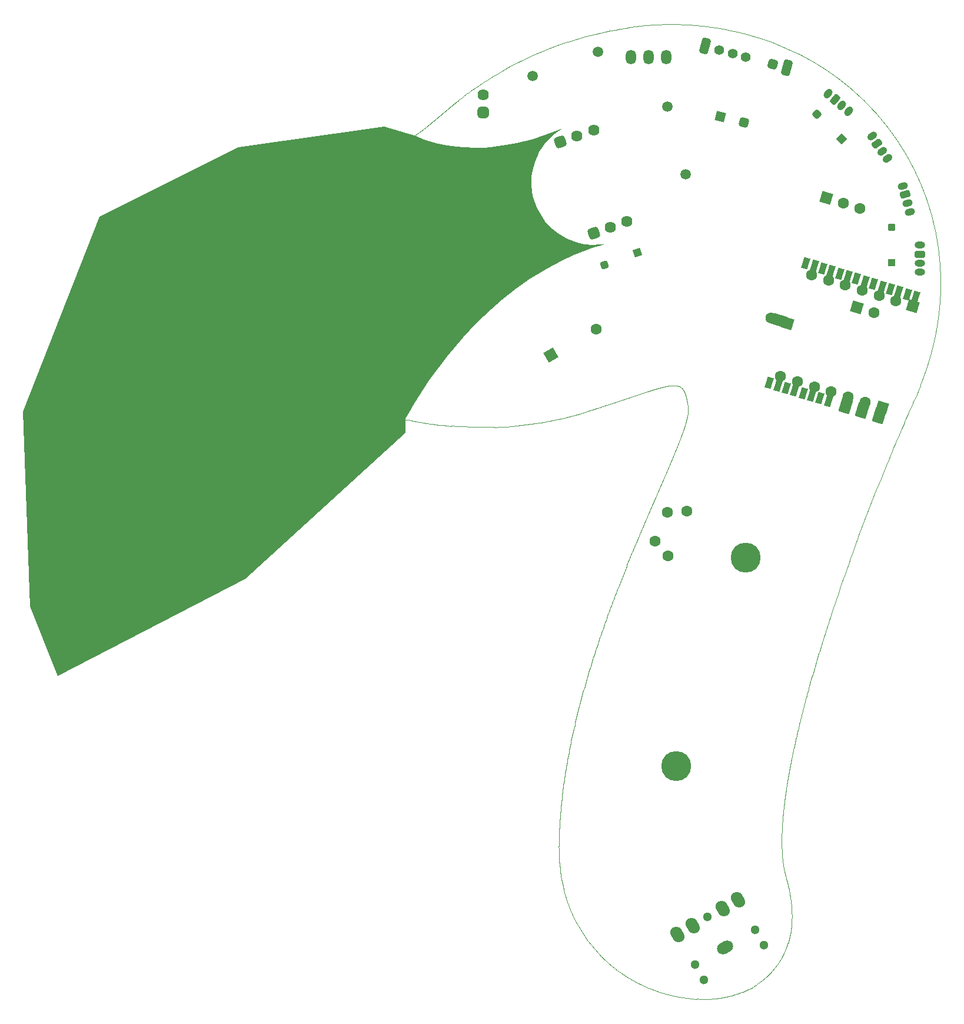
<source format=gts>
G04*
G04 #@! TF.GenerationSoftware,Altium Limited,Altium Designer,24.4.0 (9)*
G04*
G04 Layer_Color=8388736*
%FSLAX25Y25*%
%MOIN*%
G70*
G04*
G04 #@! TF.SameCoordinates,6A74A827-5FBE-472E-901E-0A1D8F3314CC*
G04*
G04*
G04 #@! TF.FilePolarity,Negative*
G04*
G01*
G75*
%ADD15C,0.00394*%
G04:AMPARAMS|DCode=22|XSize=62.99mil|YSize=35.43mil|CornerRadius=0mil|HoleSize=0mil|Usage=FLASHONLY|Rotation=73.000|XOffset=0mil|YOffset=0mil|HoleType=Round|Shape=Rectangle|*
%AMROTATEDRECTD22*
4,1,4,0.00773,-0.03530,-0.02615,-0.02494,-0.00773,0.03530,0.02615,0.02494,0.00773,-0.03530,0.0*
%
%ADD22ROTATEDRECTD22*%

G04:AMPARAMS|DCode=23|XSize=82.68mil|YSize=62.99mil|CornerRadius=0mil|HoleSize=0mil|Usage=FLASHONLY|Rotation=163.000|XOffset=0mil|YOffset=0mil|HoleType=Round|Shape=Rectangle|*
%AMROTATEDRECTD23*
4,1,4,0.04874,0.01803,0.03032,-0.04221,-0.04874,-0.01803,-0.03032,0.04221,0.04874,0.01803,0.0*
%
%ADD23ROTATEDRECTD23*%

G04:AMPARAMS|DCode=24|XSize=82.68mil|YSize=62.99mil|CornerRadius=0mil|HoleSize=0mil|Usage=FLASHONLY|Rotation=73.000|XOffset=0mil|YOffset=0mil|HoleType=Round|Shape=Rectangle|*
%AMROTATEDRECTD24*
4,1,4,0.01803,-0.04874,-0.04221,-0.03032,-0.01803,0.04874,0.04221,0.03032,0.01803,-0.04874,0.0*
%
%ADD24ROTATEDRECTD24*%

G04:AMPARAMS|DCode=25|XSize=39.37mil|YSize=59.06mil|CornerRadius=10.83mil|HoleSize=0mil|Usage=FLASHONLY|Rotation=140.000|XOffset=0mil|YOffset=0mil|HoleType=Round|Shape=RoundedRectangle|*
%AMROUNDEDRECTD25*
21,1,0.03937,0.03740,0,0,140.0*
21,1,0.01772,0.05906,0,0,140.0*
1,1,0.02165,0.00524,0.02002*
1,1,0.02165,0.01881,0.00863*
1,1,0.02165,-0.00524,-0.02002*
1,1,0.02165,-0.01881,-0.00863*
%
%ADD25ROUNDEDRECTD25*%
G04:AMPARAMS|DCode=26|XSize=39.37mil|YSize=59.06mil|CornerRadius=0mil|HoleSize=0mil|Usage=FLASHONLY|Rotation=320.000|XOffset=0mil|YOffset=0mil|HoleType=Round|Shape=Round|*
%AMOVALD26*
21,1,0.01968,0.03937,0.00000,0.00000,50.0*
1,1,0.03937,-0.00633,-0.00754*
1,1,0.03937,0.00633,0.00754*
%
%ADD26OVALD26*%

G04:AMPARAMS|DCode=27|XSize=39.37mil|YSize=59.06mil|CornerRadius=10.83mil|HoleSize=0mil|Usage=FLASHONLY|Rotation=125.000|XOffset=0mil|YOffset=0mil|HoleType=Round|Shape=RoundedRectangle|*
%AMROUNDEDRECTD27*
21,1,0.03937,0.03740,0,0,125.0*
21,1,0.01772,0.05906,0,0,125.0*
1,1,0.02165,0.01024,0.01798*
1,1,0.02165,0.02040,0.00347*
1,1,0.02165,-0.01024,-0.01798*
1,1,0.02165,-0.02040,-0.00347*
%
%ADD27ROUNDEDRECTD27*%
G04:AMPARAMS|DCode=28|XSize=39.37mil|YSize=59.06mil|CornerRadius=0mil|HoleSize=0mil|Usage=FLASHONLY|Rotation=305.000|XOffset=0mil|YOffset=0mil|HoleType=Round|Shape=Round|*
%AMOVALD28*
21,1,0.01968,0.03937,0.00000,0.00000,35.0*
1,1,0.03937,-0.00806,-0.00564*
1,1,0.03937,0.00806,0.00564*
%
%ADD28OVALD28*%

G04:AMPARAMS|DCode=29|XSize=39.37mil|YSize=59.06mil|CornerRadius=10.83mil|HoleSize=0mil|Usage=FLASHONLY|Rotation=105.000|XOffset=0mil|YOffset=0mil|HoleType=Round|Shape=RoundedRectangle|*
%AMROUNDEDRECTD29*
21,1,0.03937,0.03740,0,0,105.0*
21,1,0.01772,0.05906,0,0,105.0*
1,1,0.02165,0.01577,0.01340*
1,1,0.02165,0.02036,-0.00372*
1,1,0.02165,-0.01577,-0.01340*
1,1,0.02165,-0.02036,0.00372*
%
%ADD29ROUNDEDRECTD29*%
G04:AMPARAMS|DCode=30|XSize=39.37mil|YSize=59.06mil|CornerRadius=0mil|HoleSize=0mil|Usage=FLASHONLY|Rotation=285.000|XOffset=0mil|YOffset=0mil|HoleType=Round|Shape=Round|*
%AMOVALD30*
21,1,0.01968,0.03937,0.00000,0.00000,15.0*
1,1,0.03937,-0.00951,-0.00255*
1,1,0.03937,0.00951,0.00255*
%
%ADD30OVALD30*%

G04:AMPARAMS|DCode=31|XSize=39.37mil|YSize=59.06mil|CornerRadius=10.83mil|HoleSize=0mil|Usage=FLASHONLY|Rotation=90.000|XOffset=0mil|YOffset=0mil|HoleType=Round|Shape=RoundedRectangle|*
%AMROUNDEDRECTD31*
21,1,0.03937,0.03740,0,0,90.0*
21,1,0.01772,0.05906,0,0,90.0*
1,1,0.02165,0.01870,0.00886*
1,1,0.02165,0.01870,-0.00886*
1,1,0.02165,-0.01870,-0.00886*
1,1,0.02165,-0.01870,0.00886*
%
%ADD31ROUNDEDRECTD31*%
%ADD32O,0.05906X0.03937*%
%ADD33C,0.06394*%
G04:AMPARAMS|DCode=34|XSize=63.94mil|YSize=63.94mil|CornerRadius=16.97mil|HoleSize=0mil|Usage=FLASHONLY|Rotation=200.000|XOffset=0mil|YOffset=0mil|HoleType=Round|Shape=RoundedRectangle|*
%AMROUNDEDRECTD34*
21,1,0.06394,0.03000,0,0,200.0*
21,1,0.03000,0.06394,0,0,200.0*
1,1,0.03394,-0.01923,0.00897*
1,1,0.03394,0.00897,0.01923*
1,1,0.03394,0.01923,-0.00897*
1,1,0.03394,-0.00897,-0.01923*
%
%ADD34ROUNDEDRECTD34*%
%ADD35P,0.06125X4X245.0*%
G04:AMPARAMS|DCode=36|XSize=43.31mil|YSize=43.31mil|CornerRadius=11.81mil|HoleSize=0mil|Usage=FLASHONLY|Rotation=200.000|XOffset=0mil|YOffset=0mil|HoleType=Round|Shape=RoundedRectangle|*
%AMROUNDEDRECTD36*
21,1,0.04331,0.01968,0,0,200.0*
21,1,0.01968,0.04331,0,0,200.0*
1,1,0.02362,-0.01262,0.00588*
1,1,0.02362,0.00588,0.01262*
1,1,0.02362,0.01262,-0.00588*
1,1,0.02362,-0.00588,-0.01262*
%
%ADD36ROUNDEDRECTD36*%
%ADD37C,0.05906*%
%ADD38P,0.07517X4X390.0*%
G04:AMPARAMS|DCode=39|XSize=53.15mil|YSize=53.15mil|CornerRadius=14.27mil|HoleSize=0mil|Usage=FLASHONLY|Rotation=345.000|XOffset=0mil|YOffset=0mil|HoleType=Round|Shape=RoundedRectangle|*
%AMROUNDEDRECTD39*
21,1,0.05315,0.02461,0,0,345.0*
21,1,0.02461,0.05315,0,0,345.0*
1,1,0.02854,0.00870,-0.01507*
1,1,0.02854,-0.01507,-0.00870*
1,1,0.02854,-0.00870,0.01507*
1,1,0.02854,0.01507,0.00870*
%
%ADD39ROUNDEDRECTD39*%
%ADD40C,0.06299*%
%ADD41P,0.08908X4X165.0*%
%ADD42C,0.06299*%
G04:AMPARAMS|DCode=43|XSize=63.94mil|YSize=63.94mil|CornerRadius=16.97mil|HoleSize=0mil|Usage=FLASHONLY|Rotation=270.000|XOffset=0mil|YOffset=0mil|HoleType=Round|Shape=RoundedRectangle|*
%AMROUNDEDRECTD43*
21,1,0.06394,0.03000,0,0,270.0*
21,1,0.03000,0.06394,0,0,270.0*
1,1,0.03394,-0.01500,-0.01500*
1,1,0.03394,-0.01500,0.01500*
1,1,0.03394,0.01500,0.01500*
1,1,0.03394,0.01500,-0.01500*
%
%ADD43ROUNDEDRECTD43*%
%ADD44O,0.05906X0.08268*%
G04:AMPARAMS|DCode=45|XSize=90.55mil|YSize=51.18mil|CornerRadius=13.78mil|HoleSize=0mil|Usage=FLASHONLY|Rotation=255.000|XOffset=0mil|YOffset=0mil|HoleType=Round|Shape=RoundedRectangle|*
%AMROUNDEDRECTD45*
21,1,0.09055,0.02362,0,0,255.0*
21,1,0.06299,0.05118,0,0,255.0*
1,1,0.02756,-0.01956,-0.02737*
1,1,0.02756,-0.00326,0.03348*
1,1,0.02756,0.01956,0.02737*
1,1,0.02756,0.00326,-0.03348*
%
%ADD45ROUNDEDRECTD45*%
%ADD46C,0.05512*%
G04:AMPARAMS|DCode=47|XSize=55.12mil|YSize=55.12mil|CornerRadius=14.76mil|HoleSize=0mil|Usage=FLASHONLY|Rotation=165.000|XOffset=0mil|YOffset=0mil|HoleType=Round|Shape=RoundedRectangle|*
%AMROUNDEDRECTD47*
21,1,0.05512,0.02559,0,0,165.0*
21,1,0.02559,0.05512,0,0,165.0*
1,1,0.02953,-0.00905,0.01567*
1,1,0.02953,0.01567,0.00905*
1,1,0.02953,0.00905,-0.01567*
1,1,0.02953,-0.01567,-0.00905*
%
%ADD47ROUNDEDRECTD47*%
%ADD48P,0.08908X4X388.0*%
%ADD49R,0.04331X0.04331*%
G04:AMPARAMS|DCode=50|XSize=43.31mil|YSize=43.31mil|CornerRadius=11.81mil|HoleSize=0mil|Usage=FLASHONLY|Rotation=90.000|XOffset=0mil|YOffset=0mil|HoleType=Round|Shape=RoundedRectangle|*
%AMROUNDEDRECTD50*
21,1,0.04331,0.01968,0,0,90.0*
21,1,0.01968,0.04331,0,0,90.0*
1,1,0.02362,0.00984,0.00984*
1,1,0.02362,0.00984,-0.00984*
1,1,0.02362,-0.00984,-0.00984*
1,1,0.02362,-0.00984,0.00984*
%
%ADD50ROUNDEDRECTD50*%
%ADD51P,0.06125X4X180.0*%
G04:AMPARAMS|DCode=52|XSize=43.31mil|YSize=43.31mil|CornerRadius=11.81mil|HoleSize=0mil|Usage=FLASHONLY|Rotation=135.000|XOffset=0mil|YOffset=0mil|HoleType=Round|Shape=RoundedRectangle|*
%AMROUNDEDRECTD52*
21,1,0.04331,0.01968,0,0,135.0*
21,1,0.01968,0.04331,0,0,135.0*
1,1,0.02362,0.00000,0.01392*
1,1,0.02362,0.01392,0.00000*
1,1,0.02362,0.00000,-0.01392*
1,1,0.02362,-0.01392,0.00000*
%
%ADD52ROUNDEDRECTD52*%
%ADD53C,0.05118*%
G04:AMPARAMS|DCode=54|XSize=94.49mil|YSize=66.93mil|CornerRadius=0mil|HoleSize=0mil|Usage=FLASHONLY|Rotation=120.000|XOffset=0mil|YOffset=0mil|HoleType=Round|Shape=Round|*
%AMOVALD54*
21,1,0.02756,0.06693,0.00000,0.00000,120.0*
1,1,0.06693,0.00689,-0.01193*
1,1,0.06693,-0.00689,0.01193*
%
%ADD54OVALD54*%

G04:AMPARAMS|DCode=55|XSize=94.49mil|YSize=66.93mil|CornerRadius=0mil|HoleSize=0mil|Usage=FLASHONLY|Rotation=210.000|XOffset=0mil|YOffset=0mil|HoleType=Round|Shape=Round|*
%AMOVALD55*
21,1,0.02756,0.06693,0.00000,0.00000,210.0*
1,1,0.06693,0.01193,0.00689*
1,1,0.06693,-0.01193,-0.00689*
%
%ADD55OVALD55*%

%ADD56C,0.16929*%
G36*
X18141Y451839D02*
X15296Y449809D01*
X13006Y448043D01*
X10329Y445477D01*
X8977Y444014D01*
X7294Y441862D01*
X5058Y438219D01*
X3761Y435680D01*
X2685Y432700D01*
X1250Y427844D01*
X726Y424256D01*
X643Y420310D01*
X947Y415536D01*
X1736Y412410D01*
X2555Y409738D01*
X3466Y407037D01*
X5227Y404032D01*
X6775Y401391D01*
X8292Y399206D01*
X10630Y396687D01*
X12451Y394774D01*
X15486Y392498D01*
X18218Y390646D01*
X21406Y388916D01*
X26687Y387003D01*
X30481Y386154D01*
X35429Y385698D01*
X38859Y386032D01*
X42224Y386175D01*
X36038Y384310D01*
X24578Y379986D01*
X17652Y376689D01*
X9506Y372501D01*
X2Y366668D01*
X-7916Y361113D01*
X-16093Y354671D01*
X-22238Y349336D01*
X-30246Y341704D01*
X-38169Y333334D01*
X-47170Y322721D01*
X-57496Y308878D01*
X-65766Y296144D01*
X-68842Y290863D01*
X-70784Y287269D01*
X-70866Y279528D01*
X-161417Y196850D01*
X-267717Y141732D01*
X-283465Y181102D01*
X-287402Y291339D01*
X-244094Y401575D01*
X-165354Y440945D01*
X-82677Y452756D01*
X-64612Y447249D01*
X-61188Y445807D01*
X-57007Y444389D01*
X-52270Y443119D01*
X-47131Y442080D01*
X-41765Y441334D01*
X-37657Y440974D01*
X-31052Y440764D01*
X-26794Y440857D01*
X-22558Y441122D01*
X-18377Y441547D01*
X-13588Y442233D01*
X-7684Y443356D01*
X-5140Y443936D01*
X-824Y445051D01*
X2899Y446140D01*
X6343Y447255D01*
X9262Y448278D01*
X12827Y449627D01*
X18141Y451839D01*
D02*
G37*
D15*
X-255109Y173189D02*
G03*
X-255638Y172660I0J-528D01*
G01*
X-45101Y283159D02*
G03*
X-30108Y282443I17760J214594D01*
G01*
D02*
G03*
X-24479Y282445I2753J213889D01*
G01*
Y282445D02*
G03*
X-20366Y282540I-2848J211666D01*
G01*
X84587Y305479D02*
G03*
X84487Y305530I-2368J-4578D01*
G01*
X84686Y305427D02*
G03*
X84587Y305479I-2439J-4472D01*
G01*
X84807Y305358D02*
G03*
X84686Y305427I-2534J-4356D01*
G01*
X85202Y305103D02*
G03*
X84807Y305358I-2893J-4039D01*
G01*
X85400Y304953D02*
G03*
X85202Y305103I-3101J-3902D01*
G01*
X85508Y304866D02*
G03*
X85400Y304953I-3243J-3859D01*
G01*
X85592Y304793D02*
G03*
X85507Y304866I-3362J-3828D01*
G01*
X85674Y304719D02*
G03*
X85592Y304793I-3485J-3800D01*
G01*
X16123Y45327D02*
G03*
X16122Y44351I110923J-534D01*
G01*
X18880Y21184D02*
G03*
X19304Y19531I86389J21256D01*
G01*
X19304Y19531D02*
G03*
X19756Y17899I84987J22649D01*
G01*
X19756D02*
G03*
X20235Y16289I83629J24020D01*
G01*
D02*
G03*
X20828Y14439I82248J25352D01*
G01*
D02*
G03*
X21457Y12619I80772J26908D01*
G01*
D02*
G03*
X22220Y10575I79295J28424D01*
G01*
D02*
G03*
X23132Y8323I77687J30139D01*
G01*
X23132Y8323D02*
G03*
X24210Y5878I75967J32050D01*
G01*
X24210D02*
G03*
X25711Y2792I74091J34127D01*
G01*
X25711D02*
G03*
X40178Y-17135I71084J36393D01*
G01*
X40178D02*
G03*
X44797Y-21429I57234J56927D01*
G01*
X44797Y-21429D02*
G03*
X49097Y-24879I53161J61854D01*
G01*
D02*
G03*
X73149Y-37350I49867J66744D01*
G01*
Y-37350D02*
G03*
X76822Y-38454I25532J78344D01*
G01*
D02*
G03*
X79641Y-39175I21628J78611D01*
G01*
X79641Y-39175D02*
G03*
X82030Y-39704I18607J78481D01*
G01*
Y-39704D02*
G03*
X83985Y-40079I16046J78173D01*
G01*
X83985D02*
G03*
X85721Y-40371I13947J77749D01*
G01*
X85721D02*
G03*
X87455Y-40622I12082J77212D01*
G01*
X87455D02*
G03*
X88969Y-40810I10235J76625D01*
G01*
Y-40810D02*
G03*
X90481Y-40966I8626J75975D01*
G01*
X94347Y-41227D02*
G03*
X95628Y-41269I3026J73085D01*
G01*
X128412Y-32917D02*
G03*
X129206Y-32394I-24390J37933D01*
G01*
Y-32394D02*
G03*
X129988Y-31855I-24881J36960D01*
G01*
X129989D02*
G03*
X130758Y-31301I-25368J36002D01*
G01*
X130758Y-31301D02*
G03*
X131514Y-30730I-25851J35059D01*
G01*
Y-30730D02*
G03*
X132257Y-30144I-26332J34132D01*
G01*
D02*
G03*
X133131Y-29419I-26788J33190D01*
G01*
X133131Y-29419D02*
G03*
X134125Y-28545I-27346J32095D01*
G01*
D02*
G03*
X135227Y-27507I-28012J30859D01*
G01*
X135227D02*
G03*
X136423Y-26291I-28797J29497D01*
G01*
Y-26291D02*
G03*
X140265Y-21549I-29550J27874D01*
G01*
X140265Y-21549D02*
G03*
X141834Y-19101I-33491J23193D01*
G01*
Y-19101D02*
G03*
X142701Y-17563I-35453J20979D01*
G01*
X142701D02*
G03*
X143334Y-16331I-36727J19660D01*
G01*
D02*
G03*
X143848Y-15250I-37785J18637D01*
G01*
Y-15250D02*
G03*
X144256Y-14331I-38726J17752D01*
G01*
D02*
G03*
X144645Y-13397I-39578J17025D01*
G01*
X144645D02*
G03*
X144943Y-12638I-40415J16271D01*
G01*
D02*
G03*
X145228Y-11868I-41149J15678D01*
G01*
X145228Y-11868D02*
G03*
X145500Y-11089I-41909J15080D01*
G01*
Y-11089D02*
G03*
X145760Y-10299I-42695J14474D01*
G01*
D02*
G03*
X146007Y-9499I-43508J13860D01*
G01*
X142339Y48237D02*
G03*
X142339Y47839I122830J-80D01*
G01*
X196084Y247448D02*
G03*
X185735Y220481I1235180J-489509D01*
G01*
X220932Y306135D02*
G03*
X222032Y308936I-156376J63057D01*
G01*
X222032D02*
G03*
X223075Y311737I-155777J59605D01*
G01*
X223075Y311737D02*
G03*
X224061Y314537I-155194J56215D01*
G01*
D02*
G03*
X225072Y317591I-154558J52861D01*
G01*
X225072D02*
G03*
X226016Y320643I-153959J49292D01*
G01*
X226016D02*
G03*
X226963Y323946I-153316J45766D01*
G01*
D02*
G03*
X227897Y327499I-152651J42020D01*
G01*
D02*
G03*
X228799Y331300I-151966J38062D01*
G01*
D02*
G03*
X229649Y335346I-151265J33902D01*
G01*
D02*
G03*
X230428Y339634I-150549J29549D01*
G01*
Y339634D02*
G03*
X231148Y344411I-149780J25003D01*
G01*
D02*
G03*
X231785Y349919I-148933J20016D01*
G01*
X231785Y349919D02*
G03*
X232257Y356143I-148016J14358D01*
G01*
Y356143D02*
G03*
X232476Y363555I-146978J8053D01*
G01*
D02*
G03*
X232175Y373566I-145696J637D01*
G01*
X232175D02*
G03*
X224420Y411781I-143414J-9207D01*
G01*
X224420D02*
G03*
X208300Y444133I-136090J-47621D01*
G01*
D02*
G03*
X181544Y474239I-121302J-80863D01*
G01*
D02*
G03*
X153033Y493281I-95363J-111917D01*
G01*
X153033D02*
G03*
X138017Y499930I-67568J-132322D01*
G01*
X137105Y500271D02*
G03*
X131645Y502191I-57253J-154077D01*
G01*
X131645Y502191D02*
G03*
X107981Y508116I-51023J-153583D01*
G01*
X107981D02*
G03*
X98438Y509462I-27471J-160248D01*
G01*
D02*
G03*
X92283Y510028I-18123J-163320D01*
G01*
X92283Y510028D02*
G03*
X87267Y510318I-12095J-165598D01*
G01*
Y510318D02*
G03*
X82936Y510447I-7153J-167609D01*
G01*
Y510447D02*
G03*
X79064Y510468I-2851J-169452D01*
G01*
Y510468D02*
G03*
X75432Y510407I1031J-171198D01*
G01*
D02*
G03*
X72036Y510281I4710J-172882D01*
G01*
X72036D02*
G03*
X68663Y510090I8190J-174546D01*
G01*
D02*
G03*
X65522Y509854I11684J-176173D01*
G01*
D02*
G03*
X62403Y509563I14979J-177763D01*
G01*
X21440Y500698D02*
G03*
X17845Y499472I65294J-197418D01*
G01*
D02*
G03*
X13787Y498000I69593J-198197D01*
G01*
D02*
G03*
X-10059Y487370I75298J-200971D01*
G01*
X-10059D02*
G03*
X-13434Y485573I98074J-188285D01*
G01*
X-74240Y442558D02*
G03*
X-70126Y444739I-29602J60806D01*
G01*
X-176741Y424061D02*
G03*
X-178580Y423493I30874J-103296D01*
G01*
D02*
G03*
X-180595Y422829I32371J-101654D01*
G01*
Y422829D02*
G03*
X-182777Y422060I34033J-99954D01*
G01*
D02*
G03*
X-185503Y421021I35838J-98153D01*
G01*
D02*
G03*
X-201701Y412867I37754J-95161D01*
G01*
Y412867D02*
G03*
X-204839Y410842I54493J-87881D01*
G01*
D02*
G03*
X-207091Y409287I58230J-86751D01*
G01*
X-207091D02*
G03*
X-208981Y407913I61106J-86074D01*
G01*
Y407913D02*
G03*
X-210683Y406621I63664J-85598D01*
G01*
X-210683D02*
G03*
X-212203Y405421I66073J-85221D01*
G01*
X-280785Y256060D02*
G03*
X-283147Y235874I304201J-45816D01*
G01*
D02*
G03*
X-283558Y230361I304871J-25499D01*
G01*
X-284190Y211660D02*
G03*
X-284189Y210761I269781J-277D01*
G01*
X-274493Y162503D02*
G03*
X-274384Y162416I4827J5947D01*
G01*
Y162416D02*
G03*
X-274251Y162314I4667J5969D01*
G01*
D02*
G03*
X-273273Y161696I4437J5936D01*
G01*
X-260283Y159120D02*
G03*
X-260193Y159161I-2264J5082D01*
G01*
X-260193Y159161D02*
G03*
X-260104Y159203I-2327J4983D01*
G01*
D02*
G03*
X-260016Y159247I-2390J4888D01*
G01*
D02*
G03*
X-259912Y159302I-2452J4793D01*
G01*
X-259911Y159302D02*
G03*
X-259791Y159369I-2528J4685D01*
G01*
D02*
G03*
X-259655Y159450I-2620J4567D01*
G01*
D02*
G03*
X-258962Y159960I-2704J4403D01*
G01*
D02*
G03*
X-258795Y160111I-3423J3924D01*
G01*
Y160111D02*
G03*
X-258677Y160227I-3629J3814D01*
G01*
X-258677D02*
G03*
X-258591Y160317I-3787J3738D01*
G01*
D02*
G03*
X-258505Y160410I-3917J3688D01*
G01*
Y160410D02*
G03*
X-258435Y160489I-4048J3637D01*
G01*
D02*
G03*
X-258366Y160571I-4166J3599D01*
G01*
X-68880Y286548D02*
X-67803Y286372D01*
X-69901Y286636D02*
X-68880Y286548D01*
X-70600Y286550D02*
X-69901Y286636D01*
X-71272Y286346D02*
X-70600Y286550D01*
X-71892Y286015D02*
X-71272Y286346D01*
X-72742Y285273D02*
X-71892Y286015D01*
X-74109Y283971D02*
X-72742Y285273D01*
X-255638Y172654D02*
Y172660D01*
X-66259Y447130D02*
X-64115Y448597D01*
X-255109Y173189D02*
X-254901Y173171D01*
X-254692Y173154D01*
X-254482Y173139D01*
X-254272Y173126D01*
X-254061Y173114D01*
X-253919Y173107D01*
X-253778Y173101D01*
X-253636Y173095D01*
X-253493Y173090D01*
X-253351Y173085D01*
X-253208Y173082D01*
X-253064Y173079D01*
X-252921Y173076D01*
X-252777Y173074D01*
X-252632Y173073D01*
X-252487Y173073D01*
X-252342Y173073D01*
X-252197Y173074D01*
X-252051Y173075D01*
X-251905Y173077D01*
X-251759Y173080D01*
X-251612Y173083D01*
X-251465Y173088D01*
X-251318Y173092D01*
X-251170Y173098D01*
X-251022Y173103D01*
X-250874Y173110D01*
X-250725Y173117D01*
X-250576Y173125D01*
X-250427Y173133D01*
X-250277Y173142D01*
X-250127Y173152D01*
X-249977Y173162D01*
X-249827Y173173D01*
X-249676Y173185D01*
X-249524Y173197D01*
X-249373Y173210D01*
X-249221Y173223D01*
X-249069Y173237D01*
X-248917Y173251D01*
X-248764Y173266D01*
X-248611Y173282D01*
X-248458Y173298D01*
X-248304Y173315D01*
X-248150Y173333D01*
X-247996Y173351D01*
X-247842Y173369D01*
X-247687Y173389D01*
X-247532Y173408D01*
X-247377Y173429D01*
X-247221Y173450D01*
X-247065Y173471D01*
X-246909Y173493D01*
X-246752Y173516D01*
X-246596Y173539D01*
X-246439Y173563D01*
X-246281Y173587D01*
X-246124Y173612D01*
X-245966Y173638D01*
X-245808Y173664D01*
X-245649Y173690D01*
X-245490Y173717D01*
X-245331Y173745D01*
X-245172Y173773D01*
X-245013Y173802D01*
X-244853Y173831D01*
X-244693Y173861D01*
X-244532Y173892D01*
X-244372Y173923D01*
X-244211Y173954D01*
X-244050Y173986D01*
X-243888Y174018D01*
X-243727Y174051D01*
X-243565Y174085D01*
X-243403Y174119D01*
X-243240Y174154D01*
X-243078Y174189D01*
X-242915Y174224D01*
X-242752Y174260D01*
X-242588Y174297D01*
X-242425Y174334D01*
X-242261Y174372D01*
X-242096Y174410D01*
X-241932Y174449D01*
X-241768Y174488D01*
X-241603Y174528D01*
X-241438Y174568D01*
X-241272Y174608D01*
X-241107Y174650D01*
X-240941Y174691D01*
X-240775Y174733D01*
X-240608Y174776D01*
X-240442Y174819D01*
X-240275Y174862D01*
X-240108Y174906D01*
X-239941Y174951D01*
X-239773Y174996D01*
X-239606Y175041D01*
X-239438Y175087D01*
X-239270Y175134D01*
X-239101Y175180D01*
X-238933Y175228D01*
X-238764Y175276D01*
X-238595Y175324D01*
X-238426Y175372D01*
X-238256Y175422D01*
X-238087Y175471D01*
X-237917Y175521D01*
X-237747Y175572D01*
X-237576Y175622D01*
X-237406Y175674D01*
X-237235Y175726D01*
X-237064Y175778D01*
X-236893Y175830D01*
X-236722Y175884D01*
X-236550Y175937D01*
X-236379Y175991D01*
X-236207Y176046D01*
X-236035Y176100D01*
X-235862Y176155D01*
X-235690Y176211D01*
X-235517Y176267D01*
X-235344Y176324D01*
X-235171Y176381D01*
X-234998Y176438D01*
X-234824Y176496D01*
X-234651Y176554D01*
X-234477Y176612D01*
X-234303Y176671D01*
X-234129Y176730D01*
X-233954Y176790D01*
X-233780Y176850D01*
X-233605Y176911D01*
X-233430Y176972D01*
X-233255Y177033D01*
X-233080Y177094D01*
X-232904Y177157D01*
X-232729Y177219D01*
X-232553Y177282D01*
X-232377Y177345D01*
X-232201Y177409D01*
X-232025Y177472D01*
X-231848Y177537D01*
X-231672Y177602D01*
X-231495Y177666D01*
X-231318Y177732D01*
X-231141Y177798D01*
X-230964Y177864D01*
X-230786Y177930D01*
X-230609Y177997D01*
X-230431Y178064D01*
X-230253Y178132D01*
X-230075Y178200D01*
X-229897Y178268D01*
X-229719Y178337D01*
X-229540Y178405D01*
X-229362Y178475D01*
X-229183Y178544D01*
X-229004Y178614D01*
X-228825Y178684D01*
X-228646Y178755D01*
X-228466Y178826D01*
X-228287Y178897D01*
X-228107Y178969D01*
X-227927Y179041D01*
X-227748Y179113D01*
X-227568Y179185D01*
X-227387Y179258D01*
X-227207Y179331D01*
X-227027Y179405D01*
X-226846Y179479D01*
X-226666Y179553D01*
X-226485Y179627D01*
X-226304Y179702D01*
X-226123Y179777D01*
X-225942Y179852D01*
X-225761Y179928D01*
X-225579Y180004D01*
X-225398Y180080D01*
X-225216Y180156D01*
X-225034Y180233D01*
X-224852Y180310D01*
X-224671Y180387D01*
X-224488Y180465D01*
X-224306Y180543D01*
X-224124Y180621D01*
X-223942Y180699D01*
X-223759Y180778D01*
X-223577Y180857D01*
X-223394Y180936D01*
X-223211Y181016D01*
X-223028Y181095D01*
X-222845Y181175D01*
X-222662Y181256D01*
X-222479Y181336D01*
X-222296Y181417D01*
X-222112Y181498D01*
X-221929Y181579D01*
X-221745Y181661D01*
X-221562Y181742D01*
X-221378Y181824D01*
X-221194Y181907D01*
X-221010Y181989D01*
X-220826Y182072D01*
X-220642Y182155D01*
X-220458Y182238D01*
X-220274Y182321D01*
X-220090Y182405D01*
X-219905Y182489D01*
X-219721Y182573D01*
X-219536Y182657D01*
X-219352Y182742D01*
X-219167Y182826D01*
X-218982Y182911D01*
X-218798Y182996D01*
X-218613Y183082D01*
X-218428Y183168D01*
X-218243Y183253D01*
X-218058Y183339D01*
X-217873Y183425D01*
X-217687Y183512D01*
X-217502Y183598D01*
X-217317Y183685D01*
X-217131Y183772D01*
X-216946Y183859D01*
X-216761Y183947D01*
X-216575Y184034D01*
X-216390Y184122D01*
X-216204Y184210D01*
X-216018Y184298D01*
X-215833Y184386D01*
X-215647Y184474D01*
X-215461Y184563D01*
X-215275Y184652D01*
X-215089Y184740D01*
X-214903Y184829D01*
X-214717Y184919D01*
X-214531Y185008D01*
X-214345Y185098D01*
X-214159Y185187D01*
X-213973Y185277D01*
X-213787Y185367D01*
X-213601Y185457D01*
X-213415Y185548D01*
X-213228Y185638D01*
X-213042Y185729D01*
X-212856Y185819D01*
X-212670Y185910D01*
X-212483Y186001D01*
X-212297Y186092D01*
X-212110Y186184D01*
X-211924Y186275D01*
X-211738Y186367D01*
X-211551Y186458D01*
X-211365Y186550D01*
X-211178Y186642D01*
X-210992Y186734D01*
X-210806Y186826D01*
X-210619Y186918D01*
X-210433Y187011D01*
X-210246Y187103D01*
X-210059Y187196D01*
X-209873Y187288D01*
X-209686Y187381D01*
X-209500Y187474D01*
X-209314Y187567D01*
X-209127Y187660D01*
X-208941Y187753D01*
X-208754Y187847D01*
X-208568Y187940D01*
X-208381Y188033D01*
X-208195Y188127D01*
X-208008Y188221D01*
X-207822Y188314D01*
X-207635Y188408D01*
X-207449Y188502D01*
X-207262Y188596D01*
X-207076Y188690D01*
X-206983Y188737D01*
X-206890Y188784D01*
X-206796Y188831D01*
X-206703Y188878D01*
X-206610Y188925D01*
X-206517Y188972D01*
X-206424Y189019D01*
X-206330Y189066D01*
X-206237Y189113D01*
X-206144Y189161D01*
X-206051Y189208D01*
X-205958Y189255D01*
X-205865Y189302D01*
X-205772Y189349D01*
X-205679Y189397D01*
X-205586Y189444D01*
X-205492Y189491D01*
X-205399Y189538D01*
X-205306Y189585D01*
X-205213Y189633D01*
X-205120Y189680D01*
X-205027Y189727D01*
X-204934Y189775D01*
X-204841Y189822D01*
X-204748Y189869D01*
X-204655Y189917D01*
X-204562Y189964D01*
X-204469Y190012D01*
X-204376Y190059D01*
X-204283Y190106D01*
X-204190Y190154D01*
X-204097Y190201D01*
X-204004Y190249D01*
X-203911Y190296D01*
X-203818Y190343D01*
X-203725Y190391D01*
X-203632Y190438D01*
X-203539Y190486D01*
X-203446Y190533D01*
X-203353Y190581D01*
X-203260Y190628D01*
X-203168Y190676D01*
X-203075Y190723D01*
X-202982Y190771D01*
X-202889Y190818D01*
X-202796Y190866D01*
X-202703Y190913D01*
X-202611Y190961D01*
X-202518Y191008D01*
X-202425Y191056D01*
X-202332Y191103D01*
X-202240Y191151D01*
X-202147Y191198D01*
X-202054Y191246D01*
X-201961Y191293D01*
X-201869Y191341D01*
X-201776Y191388D01*
X-201683Y191436D01*
X-201591Y191483D01*
X-201498Y191531D01*
X-201406Y191579D01*
X-201313Y191626D01*
X-201220Y191674D01*
X-201128Y191721D01*
X-201035Y191769D01*
X-200943Y191816D01*
X-200850Y191864D01*
X-200758Y191911D01*
X-200665Y191959D01*
X-200573Y192007D01*
X-200480Y192054D01*
X-200388Y192102D01*
X-200295Y192149D01*
X-200203Y192197D01*
X-200110Y192244D01*
X-200018Y192292D01*
X-199926Y192339D01*
X-199833Y192387D01*
X-199741Y192434D01*
X-199649Y192482D01*
X-199556Y192529D01*
X-199464Y192577D01*
X-199372Y192624D01*
X-199279Y192672D01*
X-199187Y192719D01*
X-199095Y192767D01*
X-199003Y192814D01*
X-198911Y192861D01*
X-198819Y192909D01*
X-198726Y192956D01*
X-198634Y193004D01*
X-198542Y193051D01*
X-198450Y193099D01*
X-198358Y193146D01*
X-198266Y193193D01*
X-198174Y193241D01*
X-198082Y193288D01*
X-197990Y193336D01*
X-197898Y193383D01*
X-197806Y193430D01*
X-197714Y193478D01*
X-197623Y193525D01*
X-197531Y193572D01*
X-197439Y193620D01*
X-197347Y193667D01*
X-197255Y193714D01*
X-197163Y193762D01*
X-197072Y193809D01*
X-196980Y193856D01*
X-196888Y193903D01*
X-196797Y193950D01*
X-196705Y193998D01*
X-196613Y194045D01*
X-196522Y194092D01*
X-196430Y194139D01*
X-196338Y194186D01*
X-196247Y194234D01*
X-196155Y194281D01*
X-196064Y194328D01*
X-195972Y194375D01*
X-195881Y194422D01*
X-195790Y194469D01*
X-195698Y194516D01*
X-195607Y194563D01*
X-195515Y194610D01*
X-195424Y194657D01*
X-195333Y194704D01*
X-195241Y194751D01*
X-195150Y194798D01*
X-195059Y194845D01*
X-194968Y194892D01*
X-194877Y194939D01*
X-194785Y194986D01*
X-194694Y195032D01*
X-194603Y195079D01*
X-194512Y195126D01*
X-194421Y195173D01*
X-194330Y195220D01*
X-194239Y195266D01*
X-194148Y195313D01*
X-194057Y195360D01*
X-193966Y195406D01*
X-193876Y195453D01*
X-193785Y195500D01*
X-193694Y195546D01*
X-193603Y195593D01*
X-193512Y195640D01*
X-193422Y195686D01*
X-193331Y195732D01*
X-193240Y195779D01*
X-193150Y195826D01*
X-193059Y195872D01*
X-192969Y195918D01*
X-192878Y195965D01*
X-192788Y196011D01*
X-192697Y196057D01*
X-192607Y196104D01*
X-192516Y196150D01*
X-192426Y196196D01*
X-192335Y196243D01*
X-192245Y196289D01*
X-192155Y196335D01*
X-192064Y196381D01*
X-191974Y196427D01*
X-191884Y196473D01*
X-191794Y196519D01*
X-191704Y196565D01*
X-191614Y196611D01*
X-191524Y196658D01*
X-191434Y196704D01*
X-191344Y196749D01*
X-191254Y196795D01*
X-191164Y196841D01*
X-191074Y196887D01*
X-190984Y196933D01*
X-190894Y196979D01*
X-190804Y197024D01*
X-190715Y197070D01*
X-190625Y197116D01*
X-190535Y197161D01*
X-190445Y197207D01*
X-190356Y197253D01*
X-190266Y197298D01*
X-190177Y197344D01*
X-190087Y197389D01*
X-189997Y197434D01*
X-189908Y197480D01*
X-189819Y197525D01*
X-189729Y197571D01*
X-189640Y197616D01*
X-189551Y197661D01*
X-189461Y197706D01*
X-189372Y197752D01*
X-189283Y197797D01*
X-189194Y197842D01*
X-189105Y197887D01*
X-189015Y197932D01*
X-188926Y197977D01*
X-188837Y198022D01*
X-188749Y198067D01*
X-188660Y198112D01*
X-188571Y198157D01*
X-188482Y198202D01*
X-188393Y198247D01*
X-188304Y198291D01*
X-188215Y198336D01*
X-188127Y198381D01*
X-188038Y198425D01*
X-187949Y198470D01*
X-187861Y198514D01*
X-187772Y198559D01*
X-187684Y198603D01*
X-187595Y198648D01*
X-187507Y198692D01*
X-187418Y198737D01*
X-187330Y198781D01*
X-187242Y198825D01*
X-187153Y198869D01*
X-187065Y198913D01*
X-186977Y198958D01*
X-186801Y199046D01*
X-186625Y199134D01*
X-186449Y199221D01*
X-186273Y199309D01*
X-186098Y199396D01*
X-185922Y199484D01*
X-185747Y199571D01*
X-185572Y199657D01*
X-185397Y199744D01*
X-185222Y199831D01*
X-185048Y199917D01*
X-184873Y200003D01*
X-184699Y200089D01*
X-184525Y200174D01*
X-184352Y200260D01*
X-184178Y200345D01*
X-184004Y200430D01*
X-183831Y200515D01*
X-183658Y200600D01*
X-183485Y200684D01*
X-183313Y200768D01*
X-183140Y200852D01*
X-182968Y200936D01*
X-182796Y201019D01*
X-182624Y201103D01*
X-182452Y201186D01*
X-182281Y201268D01*
X-182110Y201351D01*
X-181939Y201433D01*
X-181768Y201516D01*
X-181597Y201597D01*
X-181427Y201679D01*
X-181256Y201760D01*
X-181086Y201841D01*
X-180916Y201922D01*
X-180747Y202003D01*
X-180577Y202083D01*
X-180408Y202163D01*
X-180239Y202243D01*
X-180070Y202323D01*
X-179902Y202402D01*
X-179734Y202481D01*
X-179566Y202560D01*
X-179398Y202639D01*
X-179230Y202717D01*
X-179063Y202795D01*
X-178895Y202872D01*
X-178728Y202950D01*
X-178562Y203027D01*
X-178395Y203104D01*
X-178229Y203181D01*
X-178063Y203257D01*
X-177897Y203333D01*
X-177732Y203408D01*
X-177566Y203484D01*
X-177401Y203559D01*
X-177236Y203634D01*
X-177072Y203708D01*
X-176907Y203783D01*
X-176743Y203856D01*
X-176579Y203930D01*
X-176416Y204003D01*
X-176252Y204076D01*
X-176089Y204149D01*
X-175926Y204221D01*
X-175764Y204293D01*
X-175601Y204365D01*
X-175439Y204436D01*
X-175277Y204507D01*
X-175116Y204578D01*
X-174954Y204649D01*
X-174794Y204719D01*
X-174633Y204788D01*
X-174472Y204858D01*
X-174312Y204927D01*
X-174152Y204996D01*
X-173992Y205064D01*
X-173833Y205132D01*
X-173673Y205200D01*
X-173514Y205267D01*
X-173356Y205334D01*
X-173197Y205401D01*
X-173039Y205467D01*
X-172881Y205533D01*
X-172724Y205598D01*
X-172567Y205664D01*
X-172409Y205728D01*
X-172253Y205793D01*
X-172096Y205857D01*
X-171940Y205921D01*
X-171784Y205984D01*
X-171629Y206047D01*
X-171474Y206110D01*
X-171318Y206172D01*
X-171164Y206234D01*
X-171009Y206295D01*
X-170855Y206356D01*
X-170702Y206417D01*
X-170548Y206477D01*
X-170395Y206537D01*
X-170242Y206596D01*
X-170089Y206656D01*
X-169937Y206714D01*
X-169785Y206772D01*
X-169633Y206830D01*
X-169406Y206916D01*
X-169330Y206945D01*
X-169254Y206974D01*
X-169178Y207004D01*
X-169102Y207033D01*
X-169025Y207064D01*
X-168948Y207094D01*
X-168870Y207125D01*
X-168792Y207156D01*
X-168714Y207188D01*
X-168636Y207220D01*
X-168558Y207252D01*
X-168479Y207285D01*
X-168400Y207318D01*
X-168320Y207351D01*
X-168241Y207385D01*
X-168161Y207419D01*
X-168080Y207454D01*
X-168000Y207489D01*
X-167919Y207524D01*
X-167838Y207559D01*
X-167757Y207595D01*
X-167675Y207631D01*
X-167593Y207668D01*
X-167511Y207705D01*
X-167429Y207742D01*
X-167346Y207780D01*
X-167263Y207818D01*
X-167180Y207856D01*
X-167096Y207895D01*
X-167013Y207934D01*
X-166929Y207973D01*
X-166844Y208013D01*
X-166760Y208053D01*
X-166675Y208093D01*
X-166590Y208134D01*
X-166505Y208175D01*
X-166419Y208216D01*
X-166333Y208258D01*
X-166247Y208300D01*
X-166161Y208343D01*
X-166074Y208385D01*
X-165987Y208428D01*
X-165900Y208472D01*
X-165812Y208516D01*
X-165725Y208560D01*
X-165637Y208604D01*
X-165549Y208649D01*
X-165460Y208694D01*
X-165371Y208739D01*
X-165282Y208785D01*
X-165193Y208831D01*
X-165104Y208877D01*
X-165014Y208924D01*
X-164924Y208971D01*
X-164834Y209018D01*
X-164743Y209066D01*
X-164653Y209114D01*
X-164562Y209162D01*
X-164470Y209211D01*
X-164379Y209260D01*
X-164287Y209309D01*
X-164195Y209359D01*
X-164103Y209409D01*
X-164011Y209459D01*
X-163918Y209509D01*
X-163825Y209560D01*
X-163732Y209612D01*
X-163638Y209663D01*
X-163545Y209715D01*
X-163451Y209767D01*
X-163357Y209819D01*
X-163262Y209872D01*
X-163168Y209925D01*
X-163073Y209979D01*
X-162978Y210032D01*
X-162883Y210086D01*
X-162787Y210140D01*
X-162691Y210195D01*
X-162595Y210250D01*
X-162499Y210305D01*
X-162403Y210361D01*
X-162306Y210416D01*
X-162209Y210472D01*
X-162112Y210529D01*
X-162015Y210586D01*
X-161917Y210643D01*
X-161819Y210700D01*
X-161721Y210757D01*
X-161623Y210815D01*
X-161524Y210874D01*
X-161426Y210932D01*
X-161327Y210991D01*
X-161227Y211050D01*
X-161128Y211109D01*
X-161028Y211169D01*
X-160929Y211229D01*
X-160828Y211289D01*
X-160728Y211350D01*
X-160628Y211411D01*
X-160527Y211472D01*
X-160426Y211533D01*
X-160325Y211595D01*
X-160224Y211657D01*
X-160122Y211719D01*
X-160020Y211782D01*
X-159918Y211844D01*
X-159816Y211908D01*
X-159714Y211971D01*
X-159611Y212035D01*
X-159508Y212099D01*
X-159405Y212163D01*
X-159302Y212227D01*
X-159198Y212292D01*
X-159095Y212357D01*
X-158991Y212422D01*
X-158887Y212488D01*
X-158783Y212554D01*
X-158678Y212620D01*
X-158469Y212753D01*
X-158258Y212888D01*
X-158047Y213023D01*
X-157835Y213159D01*
X-157622Y213297D01*
X-157409Y213435D01*
X-157194Y213575D01*
X-156979Y213716D01*
X-156763Y213857D01*
X-156547Y214000D01*
X-156329Y214144D01*
X-156111Y214289D01*
X-155893Y214434D01*
X-155673Y214581D01*
X-155453Y214729D01*
X-155231Y214878D01*
X-155010Y215028D01*
X-154787Y215178D01*
X-154564Y215330D01*
X-154340Y215483D01*
X-154115Y215637D01*
X-153890Y215791D01*
X-153664Y215947D01*
X-153438Y216104D01*
X-153210Y216261D01*
X-152982Y216420D01*
X-152754Y216579D01*
X-152524Y216739D01*
X-152295Y216900D01*
X-152064Y217063D01*
X-151833Y217226D01*
X-151601Y217390D01*
X-151368Y217554D01*
X-151135Y217720D01*
X-150901Y217887D01*
X-150667Y218054D01*
X-150432Y218223D01*
X-150197Y218392D01*
X-149961Y218562D01*
X-149724Y218733D01*
X-149487Y218905D01*
X-149249Y219077D01*
X-149010Y219250D01*
X-148771Y219425D01*
X-148532Y219600D01*
X-148292Y219776D01*
X-148051Y219952D01*
X-147810Y220130D01*
X-147568Y220308D01*
X-147326Y220487D01*
X-147083Y220667D01*
X-146840Y220847D01*
X-146596Y221029D01*
X-146352Y221211D01*
X-146107Y221394D01*
X-145862Y221577D01*
X-145616Y221762D01*
X-145370Y221947D01*
X-145123Y222132D01*
X-144876Y222319D01*
X-144629Y222506D01*
X-144380Y222694D01*
X-144132Y222883D01*
X-143883Y223072D01*
X-143634Y223262D01*
X-143384Y223453D01*
X-143133Y223644D01*
X-142883Y223836D01*
X-142632Y224029D01*
X-142380Y224222D01*
X-142128Y224416D01*
X-141876Y224611D01*
X-141623Y224806D01*
X-141370Y225003D01*
X-141117Y225199D01*
X-140863Y225396D01*
X-140609Y225594D01*
X-140354Y225793D01*
X-140099Y225992D01*
X-139844Y226191D01*
X-139588Y226391D01*
X-139332Y226592D01*
X-139076Y226793D01*
X-138819Y226995D01*
X-138562Y227198D01*
X-138305Y227401D01*
X-138047Y227605D01*
X-137789Y227809D01*
X-137531Y228013D01*
X-137273Y228219D01*
X-137014Y228424D01*
X-136755Y228630D01*
X-136496Y228837D01*
X-136236Y229045D01*
X-135976Y229252D01*
X-135716Y229461D01*
X-135456Y229669D01*
X-135195Y229878D01*
X-134934Y230088D01*
X-134673Y230298D01*
X-134412Y230509D01*
X-134150Y230720D01*
X-133757Y231037D01*
X-133364Y231356D01*
X-132971Y231675D01*
X-132577Y231996D01*
X-132182Y232317D01*
X-131787Y232639D01*
X-131392Y232962D01*
X-130996Y233286D01*
X-130601Y233611D01*
X-130204Y233937D01*
X-129808Y234263D01*
X-129411Y234590D01*
X-129014Y234918D01*
X-128617Y235247D01*
X-128219Y235576D01*
X-127822Y235906D01*
X-127424Y236237D01*
X-127026Y236568D01*
X-126627Y236900D01*
X-126229Y237233D01*
X-125831Y237566D01*
X-125432Y237900D01*
X-125034Y238234D01*
X-124635Y238569D01*
X-124237Y238904D01*
X-123838Y239240D01*
X-123440Y239576D01*
X-123041Y239913D01*
X-122643Y240250D01*
X-122245Y240587D01*
X-121846Y240925D01*
X-121448Y241263D01*
X-121050Y241602D01*
X-120653Y241941D01*
X-120255Y242280D01*
X-119858Y242619D01*
X-119460Y242959D01*
X-119063Y243299D01*
X-118667Y243639D01*
X-118270Y243979D01*
X-117874Y244319D01*
X-117347Y244773D01*
X-116820Y245228D01*
X-116293Y245682D01*
X-115768Y246136D01*
X-115243Y246591D01*
X-114719Y247045D01*
X-114195Y247499D01*
X-113673Y247954D01*
X-113152Y248408D01*
X-112631Y248862D01*
X-112112Y249315D01*
X-111593Y249769D01*
X-111076Y250222D01*
X-110560Y250674D01*
X-110045Y251126D01*
X-109532Y251578D01*
X-109019Y252029D01*
X-108509Y252479D01*
X-107872Y253041D01*
X-107238Y253602D01*
X-106606Y254162D01*
X-105976Y254720D01*
X-105350Y255276D01*
X-104725Y255832D01*
X-104104Y256385D01*
X-103485Y256937D01*
X-102869Y257487D01*
X-102135Y258145D01*
X-101404Y258799D01*
X-100679Y259451D01*
X-99958Y260099D01*
X-99242Y260743D01*
X-98413Y261491D01*
X-97592Y262233D01*
X-96777Y262969D01*
X-95857Y263804D01*
X-94833Y264734D01*
X-93824Y265653D01*
X-92719Y266661D01*
X-91417Y267851D01*
X-89830Y269307D01*
X-84604Y274131D01*
X-82542Y276048D01*
X-81437Y277079D01*
X-80617Y277845D01*
X-79982Y278440D01*
X-79440Y278947D01*
X-78913Y279442D01*
X-78472Y279856D01*
X-78042Y280260D01*
X-77692Y280589D01*
X-77349Y280911D01*
X-77015Y281227D01*
X-76753Y281474D01*
X-76495Y281716D01*
X-76243Y281954D01*
X-75996Y282188D01*
X-75754Y282416D01*
X-75577Y282584D01*
X-75402Y282750D01*
X-75230Y282912D01*
X-75061Y283072D01*
X-74895Y283229D01*
X-74732Y283383D01*
X-74572Y283535D01*
X-74415Y283684D01*
X-74261Y283829D01*
X-74111Y283972D01*
X-67803Y286372D02*
X-67721Y286355D01*
X-67598Y286329D01*
X-67472Y286303D01*
X-67344Y286276D01*
X-67213Y286249D01*
X-67081Y286222D01*
X-66946Y286194D01*
X-66808Y286166D01*
X-66669Y286138D01*
X-66528Y286109D01*
X-66384Y286080D01*
X-66238Y286051D01*
X-66090Y286022D01*
X-65939Y285992D01*
X-65787Y285962D01*
X-65632Y285932D01*
X-65475Y285902D01*
X-65263Y285861D01*
X-65046Y285819D01*
X-64826Y285778D01*
X-64602Y285736D01*
X-64375Y285693D01*
X-64143Y285650D01*
X-63908Y285607D01*
X-63669Y285564D01*
X-63427Y285520D01*
X-63180Y285476D01*
X-62867Y285421D01*
X-62549Y285365D01*
X-62224Y285309D01*
X-61894Y285253D01*
X-61559Y285196D01*
X-61218Y285139D01*
X-60801Y285070D01*
X-60377Y285002D01*
X-59944Y284933D01*
X-59504Y284863D01*
X-58981Y284783D01*
X-58448Y284702D01*
X-57904Y284621D01*
X-57270Y284529D01*
X-56622Y284437D01*
X-55878Y284334D01*
X-55118Y284232D01*
X-54254Y284120D01*
X-53281Y283998D01*
X-52193Y283868D01*
X-50888Y283719D01*
X-49353Y283554D01*
X-47569Y283378D01*
X-45101Y283159D01*
X-20366Y282540D02*
X-16828Y282686D01*
X-13637Y282870D01*
X-10675Y283085D01*
X-7813Y283334D01*
X-5060Y283612D01*
X-2422Y283915D01*
X243Y284257D01*
X2783Y284618D01*
X5345Y285017D01*
X7926Y285454D01*
X10373Y285903D01*
X12836Y286389D01*
X15313Y286913D01*
X17804Y287475D01*
X20307Y288078D01*
X22821Y288721D01*
X25345Y289406D01*
X28037Y290181D01*
X30897Y291057D01*
X32473Y291555D01*
X33866Y291998D01*
X35083Y292387D01*
X36133Y292724D01*
X37022Y293010D01*
X37754Y293246D01*
X38479Y293480D01*
X39054Y293667D01*
X39625Y293852D01*
X40190Y294036D01*
X40751Y294219D01*
X41169Y294355D01*
X41585Y294491D01*
X41997Y294626D01*
X42408Y294760D01*
X42815Y294894D01*
X43221Y295027D01*
X43623Y295159D01*
X43890Y295247D01*
X44156Y295334D01*
X44421Y295422D01*
X44685Y295509D01*
X44948Y295595D01*
X45209Y295682D01*
X45470Y295768D01*
X45729Y295853D01*
X45988Y295939D01*
X46245Y296024D01*
X46501Y296109D01*
X46756Y296193D01*
X47010Y296277D01*
X47263Y296361D01*
X47515Y296445D01*
X47765Y296528D01*
X48015Y296611D01*
X48140Y296653D01*
X48264Y296694D01*
X48388Y296735D01*
X48511Y296776D01*
X48635Y296817D01*
X48758Y296858D01*
X48881Y296899D01*
X49003Y296940D01*
X49125Y296981D01*
X49248Y297022D01*
X49369Y297062D01*
X49491Y297103D01*
X49612Y297143D01*
X49733Y297183D01*
X49854Y297224D01*
X49974Y297264D01*
X50094Y297304D01*
X50214Y297344D01*
X50334Y297384D01*
X50454Y297424D01*
X50573Y297464D01*
X50692Y297503D01*
X50810Y297543D01*
X50929Y297583D01*
X51047Y297622D01*
X51165Y297661D01*
X51282Y297701D01*
X51400Y297740D01*
X51517Y297779D01*
X51634Y297818D01*
X51750Y297857D01*
X51867Y297896D01*
X51982Y297935D01*
X52098Y297974D01*
X52214Y298013D01*
X52329Y298051D01*
X52444Y298090D01*
X52559Y298128D01*
X52674Y298167D01*
X52788Y298205D01*
X52902Y298243D01*
X53016Y298281D01*
X53129Y298319D01*
X53242Y298357D01*
X53355Y298395D01*
X53468Y298433D01*
X53581Y298471D01*
X53693Y298508D01*
X53805Y298546D01*
X53917Y298583D01*
X54028Y298621D01*
X54139Y298658D01*
X54250Y298695D01*
X54361Y298732D01*
X54471Y298769D01*
X54582Y298806D01*
X54692Y298843D01*
X54801Y298880D01*
X54911Y298917D01*
X55020Y298954D01*
X55129Y298990D01*
X55238Y299027D01*
X55346Y299063D01*
X55455Y299099D01*
X55563Y299136D01*
X55670Y299172D01*
X55778Y299208D01*
X55885Y299244D01*
X55992Y299280D01*
X56099Y299316D01*
X56205Y299351D01*
X56312Y299387D01*
X56418Y299423D01*
X56524Y299458D01*
X56629Y299493D01*
X56734Y299529D01*
X56839Y299564D01*
X56944Y299599D01*
X57049Y299634D01*
X57153Y299669D01*
X57257Y299704D01*
X57361Y299739D01*
X57465Y299774D01*
X57568Y299808D01*
X57671Y299843D01*
X57774Y299877D01*
X57877Y299912D01*
X57979Y299946D01*
X58081Y299980D01*
X58183Y300014D01*
X58285Y300049D01*
X58386Y300083D01*
X58487Y300116D01*
X58588Y300150D01*
X58689Y300184D01*
X58790Y300218D01*
X58890Y300251D01*
X58990Y300285D01*
X59090Y300318D01*
X59189Y300351D01*
X59288Y300384D01*
X59387Y300418D01*
X59486Y300451D01*
X59585Y300484D01*
X59683Y300517D01*
X59781Y300549D01*
X59879Y300582D01*
X59977Y300615D01*
X60074Y300647D01*
X60172Y300680D01*
X60269Y300712D01*
X60365Y300744D01*
X60462Y300776D01*
X60558Y300809D01*
X60654Y300840D01*
X60750Y300872D01*
X60845Y300904D01*
X60941Y300936D01*
X61036Y300968D01*
X61131Y300999D01*
X61225Y301031D01*
X61320Y301062D01*
X61414Y301093D01*
X61508Y301125D01*
X61602Y301156D01*
X61695Y301187D01*
X61788Y301218D01*
X61882Y301249D01*
X61974Y301279D01*
X62067Y301310D01*
X62159Y301341D01*
X62251Y301371D01*
X62343Y301402D01*
X62435Y301432D01*
X62527Y301462D01*
X62618Y301492D01*
X62709Y301522D01*
X62800Y301552D01*
X62890Y301582D01*
X62980Y301612D01*
X63070Y301642D01*
X63160Y301672D01*
X63250Y301701D01*
X63340Y301730D01*
X63429Y301760D01*
X63518Y301789D01*
X63607Y301818D01*
X63695Y301847D01*
X63783Y301876D01*
X63872Y301905D01*
X63959Y301934D01*
X64047Y301963D01*
X64135Y301992D01*
X64222Y302020D01*
X64309Y302048D01*
X64396Y302077D01*
X64482Y302105D01*
X64569Y302133D01*
X64655Y302162D01*
X64741Y302189D01*
X64826Y302217D01*
X64912Y302245D01*
X64997Y302273D01*
X65082Y302301D01*
X65167Y302328D01*
X65251Y302356D01*
X65336Y302383D01*
X65420Y302410D01*
X65504Y302438D01*
X65588Y302465D01*
X65671Y302492D01*
X65755Y302519D01*
X65838Y302545D01*
X65921Y302572D01*
X66004Y302599D01*
X66086Y302625D01*
X66168Y302652D01*
X66250Y302678D01*
X66332Y302705D01*
X66414Y302731D01*
X66495Y302757D01*
X66576Y302783D01*
X66657Y302809D01*
X66738Y302835D01*
X66819Y302860D01*
X66899Y302886D01*
X66979Y302911D01*
X67059Y302937D01*
X67139Y302962D01*
X67218Y302988D01*
X67298Y303013D01*
X67377Y303038D01*
X67456Y303063D01*
X67535Y303088D01*
X67613Y303112D01*
X67691Y303137D01*
X67769Y303162D01*
X67847Y303186D01*
X67925Y303211D01*
X68002Y303235D01*
X68080Y303259D01*
X68157Y303283D01*
X68233Y303308D01*
X68310Y303331D01*
X68387Y303355D01*
X68463Y303379D01*
X68539Y303403D01*
X68615Y303426D01*
X68690Y303450D01*
X68766Y303473D01*
X68841Y303497D01*
X68916Y303520D01*
X68991Y303543D01*
X69065Y303566D01*
X69140Y303589D01*
X69214Y303611D01*
X69288Y303634D01*
X69362Y303657D01*
X69435Y303679D01*
X69509Y303702D01*
X69582Y303724D01*
X69655Y303747D01*
X69728Y303769D01*
X69800Y303791D01*
X69873Y303813D01*
X69945Y303835D01*
X70017Y303856D01*
X70089Y303878D01*
X70161Y303900D01*
X70232Y303921D01*
X70303Y303942D01*
X70374Y303964D01*
X70445Y303985D01*
X70516Y304006D01*
X70586Y304027D01*
X70657Y304048D01*
X70727Y304069D01*
X70796Y304089D01*
X70866Y304110D01*
X70936Y304131D01*
X71005Y304151D01*
X71074Y304171D01*
X71143Y304191D01*
X71212Y304212D01*
X71280Y304232D01*
X71349Y304252D01*
X71417Y304272D01*
X71485Y304291D01*
X71552Y304311D01*
X71620Y304330D01*
X71687Y304350D01*
X71754Y304369D01*
X71821Y304388D01*
X71888Y304408D01*
X71955Y304427D01*
X72021Y304446D01*
X72088Y304465D01*
X72154Y304483D01*
X72220Y304502D01*
X72285Y304520D01*
X72351Y304539D01*
X72416Y304557D01*
X72481Y304575D01*
X72546Y304594D01*
X72611Y304612D01*
X72676Y304630D01*
X72740Y304648D01*
X72804Y304665D01*
X72868Y304683D01*
X72932Y304701D01*
X72996Y304718D01*
X73059Y304735D01*
X73122Y304753D01*
X73185Y304770D01*
X73248Y304787D01*
X73311Y304804D01*
X73374Y304821D01*
X73436Y304838D01*
X73498Y304854D01*
X73560Y304871D01*
X73622Y304887D01*
X73684Y304904D01*
X73745Y304920D01*
X73807Y304936D01*
X73868Y304952D01*
X73929Y304968D01*
X73989Y304984D01*
X74050Y305000D01*
X74110Y305015D01*
X74171Y305031D01*
X74231Y305047D01*
X74291Y305062D01*
X74350Y305077D01*
X74410Y305092D01*
X74469Y305107D01*
X74528Y305122D01*
X74587Y305137D01*
X74646Y305152D01*
X74705Y305167D01*
X74763Y305181D01*
X74821Y305196D01*
X74879Y305210D01*
X74937Y305224D01*
X74995Y305239D01*
X75053Y305253D01*
X75110Y305266D01*
X75167Y305280D01*
X75225Y305294D01*
X75281Y305308D01*
X75338Y305321D01*
X75395Y305335D01*
X75451Y305348D01*
X75507Y305361D01*
X75563Y305374D01*
X75619Y305387D01*
X75675Y305400D01*
X75731Y305413D01*
X75786Y305426D01*
X75841Y305438D01*
X75896Y305451D01*
X75951Y305463D01*
X76006Y305476D01*
X76060Y305488D01*
X76114Y305500D01*
X76169Y305512D01*
X76223Y305524D01*
X76277Y305536D01*
X76330Y305547D01*
X76384Y305559D01*
X76437Y305570D01*
X76490Y305581D01*
X76543Y305593D01*
X76596Y305604D01*
X76649Y305615D01*
X76701Y305626D01*
X76754Y305637D01*
X76806Y305647D01*
X76858Y305658D01*
X76910Y305669D01*
X76962Y305679D01*
X77013Y305689D01*
X77065Y305700D01*
X77116Y305710D01*
X77167Y305720D01*
X77218Y305730D01*
X77269Y305739D01*
X77319Y305749D01*
X77370Y305759D01*
X77420Y305768D01*
X77470Y305778D01*
X77520Y305787D01*
X77570Y305796D01*
X77620Y305805D01*
X77669Y305814D01*
X77718Y305823D01*
X77768Y305831D01*
X77817Y305840D01*
X77865Y305849D01*
X77914Y305857D01*
X77963Y305865D01*
X78011Y305873D01*
X78059Y305882D01*
X78107Y305890D01*
X78155Y305897D01*
X78203Y305905D01*
X78251Y305913D01*
X78298Y305920D01*
X78346Y305928D01*
X78393Y305935D01*
X78440Y305942D01*
X78487Y305949D01*
X78533Y305957D01*
X78580Y305963D01*
X78626Y305970D01*
X78672Y305977D01*
X78718Y305983D01*
X78764Y305990D01*
X78810Y305996D01*
X78856Y306003D01*
X78901Y306009D01*
X78947Y306015D01*
X78992Y306021D01*
X79037Y306027D01*
X79082Y306032D01*
X79126Y306038D01*
X79171Y306043D01*
X79216Y306049D01*
X79260Y306054D01*
X79304Y306059D01*
X79348Y306064D01*
X79392Y306069D01*
X79435Y306074D01*
X79479Y306079D01*
X79523Y306083D01*
X79566Y306088D01*
X79609Y306092D01*
X79652Y306097D01*
X79695Y306101D01*
X79737Y306105D01*
X79780Y306109D01*
X79822Y306113D01*
X79865Y306117D01*
X79907Y306120D01*
X79949Y306124D01*
X79991Y306127D01*
X80032Y306130D01*
X80074Y306134D01*
X80115Y306137D01*
X80156Y306140D01*
X80198Y306142D01*
X80239Y306145D01*
X80279Y306148D01*
X80320Y306151D01*
X80361Y306153D01*
X80401Y306155D01*
X80441Y306157D01*
X80482Y306159D01*
X80522Y306161D01*
X80562Y306163D01*
X80601Y306165D01*
X80641Y306167D01*
X80680Y306168D01*
X80720Y306170D01*
X80759Y306171D01*
X80798Y306172D01*
X80837Y306173D01*
X80875Y306174D01*
X80914Y306175D01*
X80953Y306176D01*
X80991Y306176D01*
X81029Y306177D01*
X81067Y306177D01*
X81105Y306178D01*
X81143Y306178D01*
X81181Y306178D01*
X81218Y306178D01*
X81256Y306178D01*
X81293Y306177D01*
X81330Y306177D01*
X81367Y306177D01*
X81404Y306176D01*
X81441Y306175D01*
X81478Y306174D01*
X81514Y306173D01*
X81551Y306172D01*
X81587Y306171D01*
X81623Y306170D01*
X81659Y306169D01*
X81695Y306167D01*
X81731Y306166D01*
X81766Y306164D01*
X81802Y306162D01*
X81837Y306160D01*
X81872Y306158D01*
X81908Y306156D01*
X81943Y306153D01*
X81977Y306151D01*
X82012Y306148D01*
X82047Y306146D01*
X82081Y306143D01*
X82116Y306140D01*
X82150Y306137D01*
X82184Y306134D01*
X82218Y306131D01*
X82252Y306127D01*
X82286Y306124D01*
X82319Y306120D01*
X82386Y306113D01*
X82452Y306105D01*
X82518Y306096D01*
X82584Y306087D01*
X82649Y306078D01*
X82713Y306068D01*
X82777Y306058D01*
X82841Y306047D01*
X82904Y306036D01*
X82966Y306024D01*
X83028Y306012D01*
X83090Y306000D01*
X83151Y305986D01*
X83212Y305973D01*
X83272Y305959D01*
X83332Y305944D01*
X83391Y305929D01*
X83450Y305914D01*
X83508Y305898D01*
X83566Y305882D01*
X83624Y305865D01*
X83681Y305847D01*
X83738Y305830D01*
X83794Y305811D01*
X83850Y305792D01*
X83905Y305773D01*
X83960Y305753D01*
X84014Y305733D01*
X84069Y305713D01*
X84122Y305692D01*
X84176Y305670D01*
X84255Y305636D01*
X84333Y305602D01*
X84410Y305566D01*
X84487Y305530D01*
X85674Y304719D02*
X85735Y304662D01*
X85796Y304604D01*
X85856Y304545D01*
X85915Y304484D01*
X85953Y304443D01*
X85992Y304402D01*
X86030Y304360D01*
X86068Y304317D01*
X86106Y304275D01*
X86143Y304231D01*
X86180Y304187D01*
X86217Y304143D01*
X86253Y304098D01*
X86290Y304052D01*
X86326Y304006D01*
X86361Y303960D01*
X86396Y303912D01*
X86431Y303865D01*
X86466Y303817D01*
X86500Y303768D01*
X86534Y303719D01*
X86568Y303670D01*
X86602Y303619D01*
X86635Y303569D01*
X86668Y303518D01*
X86701Y303466D01*
X86733Y303414D01*
X86765Y303361D01*
X86797Y303308D01*
X86829Y303254D01*
X86860Y303200D01*
X86892Y303145D01*
X86923Y303089D01*
X86938Y303062D01*
X86953Y303033D01*
X86968Y303005D01*
X86984Y302977D01*
X86999Y302949D01*
X87014Y302920D01*
X87029Y302891D01*
X87044Y302863D01*
X87059Y302834D01*
X87073Y302805D01*
X87088Y302776D01*
X87103Y302746D01*
X87117Y302717D01*
X87132Y302687D01*
X87147Y302657D01*
X87161Y302627D01*
X87175Y302597D01*
X87190Y302567D01*
X87204Y302537D01*
X87218Y302507D01*
X87233Y302476D01*
X87247Y302446D01*
X87261Y302415D01*
X87275Y302384D01*
X87289Y302353D01*
X87303Y302322D01*
X87316Y302290D01*
X87330Y302259D01*
X87344Y302227D01*
X87358Y302196D01*
X87371Y302164D01*
X87385Y302132D01*
X87398Y302100D01*
X87412Y302067D01*
X87425Y302035D01*
X87439Y302003D01*
X87452Y301970D01*
X87465Y301937D01*
X87479Y301904D01*
X87492Y301871D01*
X87505Y301838D01*
X87518Y301804D01*
X87531Y301771D01*
X87544Y301737D01*
X87557Y301704D01*
X87570Y301670D01*
X87582Y301636D01*
X87595Y301602D01*
X87608Y301567D01*
X87621Y301533D01*
X87633Y301499D01*
X87646Y301464D01*
X87658Y301429D01*
X87671Y301394D01*
X87683Y301359D01*
X87696Y301324D01*
X87708Y301288D01*
X87720Y301253D01*
X87733Y301217D01*
X87745Y301182D01*
X87757Y301146D01*
X87769Y301110D01*
X87781Y301073D01*
X87793Y301037D01*
X87805Y301001D01*
X87817Y300964D01*
X87829Y300927D01*
X87841Y300890D01*
X87853Y300853D01*
X87865Y300816D01*
X87877Y300779D01*
X87888Y300742D01*
X87900Y300704D01*
X87912Y300666D01*
X87923Y300629D01*
X87935Y300591D01*
X87946Y300553D01*
X87958Y300514D01*
X87969Y300476D01*
X87981Y300437D01*
X87992Y300399D01*
X88003Y300360D01*
X88015Y300321D01*
X88026Y300282D01*
X88037Y300243D01*
X88048Y300203D01*
X88060Y300164D01*
X88071Y300125D01*
X88082Y300085D01*
X88093Y300045D01*
X88104Y300005D01*
X88115Y299965D01*
X88126Y299924D01*
X88137Y299884D01*
X88147Y299843D01*
X88158Y299803D01*
X88169Y299762D01*
X88180Y299721D01*
X88191Y299680D01*
X88201Y299638D01*
X88212Y299597D01*
X88223Y299555D01*
X88233Y299514D01*
X88244Y299472D01*
X88254Y299430D01*
X88265Y299388D01*
X88275Y299345D01*
X88286Y299303D01*
X88296Y299261D01*
X88307Y299218D01*
X88317Y299175D01*
X88327Y299132D01*
X88338Y299089D01*
X88348Y299046D01*
X88358Y299002D01*
X88369Y298959D01*
X88379Y298915D01*
X88389Y298871D01*
X88399Y298828D01*
X88409Y298783D01*
X88419Y298739D01*
X88429Y298695D01*
X88440Y298650D01*
X88450Y298606D01*
X88460Y298561D01*
X88470Y298516D01*
X88480Y298471D01*
X88490Y298426D01*
X88499Y298380D01*
X88509Y298335D01*
X88519Y298289D01*
X88529Y298243D01*
X88539Y298198D01*
X88549Y298151D01*
X88559Y298105D01*
X88568Y298059D01*
X88578Y298012D01*
X88588Y297966D01*
X88598Y297919D01*
X88607Y297872D01*
X88617Y297825D01*
X88626Y297778D01*
X88636Y297731D01*
X88646Y297683D01*
X88655Y297635D01*
X88665Y297588D01*
X88674Y297540D01*
X88684Y297492D01*
X88694Y297444D01*
X88703Y297395D01*
X88713Y297347D01*
X88722Y297298D01*
X88731Y297249D01*
X88741Y297200D01*
X88750Y297151D01*
X88760Y297102D01*
X88769Y297053D01*
X88779Y297003D01*
X88788Y296954D01*
X88797Y296904D01*
X88807Y296854D01*
X88816Y296804D01*
X88825Y296754D01*
X88835Y296703D01*
X88844Y296653D01*
X88853Y296602D01*
X88863Y296551D01*
X88872Y296500D01*
X88881Y296449D01*
X88890Y296398D01*
X88900Y296347D01*
X88909Y296295D01*
X88918Y296244D01*
X88927Y296192D01*
X88936Y296140D01*
X88946Y296088D01*
X88955Y296035D01*
X88964Y295983D01*
X88973Y295931D01*
X88982Y295878D01*
X88991Y295825D01*
X89001Y295772D01*
X89010Y295719D01*
X89019Y295666D01*
X89028Y295612D01*
X89037Y295559D01*
X89046Y295505D01*
X89055Y295451D01*
X89065Y295397D01*
X89074Y295343D01*
X89083Y295289D01*
X89092Y295234D01*
X89101Y295180D01*
X89110Y295125D01*
X89119Y295070D01*
X89128Y295015D01*
X89137Y294960D01*
X89146Y294904D01*
X89155Y294849D01*
X89165Y294793D01*
X89174Y294738D01*
X89183Y294682D01*
X89192Y294626D01*
X89201Y294569D01*
X89210Y294513D01*
X89219Y294457D01*
X89228Y294400D01*
X89237Y294343D01*
X89246Y294286D01*
X89255Y294229D01*
X89264Y294172D01*
X89274Y294114D01*
X89283Y294057D01*
X89292Y293999D01*
X89310Y293883D01*
X89319Y293825D01*
X89327Y293766D01*
X89335Y293706D01*
X89343Y293646D01*
X89350Y293586D01*
X89356Y293524D01*
X89362Y293462D01*
X89368Y293400D01*
X89373Y293337D01*
X89378Y293273D01*
X89382Y293209D01*
X89386Y293144D01*
X89389Y293079D01*
X89392Y293013D01*
X89395Y292946D01*
X89397Y292879D01*
X89398Y292811D01*
X89399Y292743D01*
X89400Y292674D01*
X89400Y292604D01*
X89400Y292534D02*
X89400Y292604D01*
X89399Y292463D02*
X89400Y292534D01*
X89398Y292392D02*
X89399Y292463D01*
X89397Y292320D02*
X89398Y292392D01*
X89395Y292248D02*
X89397Y292320D01*
X89392Y292175D02*
X89395Y292248D01*
X89389Y292101D02*
X89392Y292175D01*
X89386Y292027D02*
X89389Y292101D01*
X89382Y291952D02*
X89386Y292027D01*
X89378Y291877D02*
X89382Y291952D01*
X89373Y291801D02*
X89378Y291877D01*
X89368Y291725D02*
X89373Y291801D01*
X89363Y291648D02*
X89368Y291725D01*
X89357Y291570D02*
X89363Y291648D01*
X89351Y291492D02*
X89357Y291570D01*
X89344Y291413D02*
X89351Y291492D01*
X89337Y291334D02*
X89344Y291413D01*
X89329Y291254D02*
X89337Y291334D01*
X89321Y291174D02*
X89329Y291254D01*
X89312Y291092D02*
X89321Y291174D01*
X89303Y291011D02*
X89312Y291092D01*
X89294Y290929D02*
X89303Y291011D01*
X89284Y290846D02*
X89294Y290929D01*
X89274Y290763D02*
X89284Y290846D01*
X89263Y290679D02*
X89274Y290763D01*
X89252Y290594D02*
X89263Y290679D01*
X89240Y290509D02*
X89252Y290594D01*
X89228Y290424D02*
X89240Y290509D01*
X89216Y290338D02*
X89228Y290424D01*
X89203Y290251D02*
X89216Y290338D01*
X89190Y290164D02*
X89203Y290251D01*
X89176Y290076D02*
X89190Y290164D01*
X89162Y289987D02*
X89176Y290076D01*
X89148Y289899D02*
X89162Y289987D01*
X89133Y289809D02*
X89148Y289899D01*
X89118Y289719D02*
X89133Y289809D01*
X89102Y289629D02*
X89118Y289719D01*
X89086Y289537D02*
X89102Y289629D01*
X89069Y289446D02*
X89086Y289537D01*
X89053Y289353D02*
X89069Y289446D01*
X89035Y289260D02*
X89053Y289353D01*
X89017Y289167D02*
X89035Y289260D01*
X88999Y289073D02*
X89017Y289167D01*
X88981Y288979D02*
X88999Y289073D01*
X88962Y288884D02*
X88981Y288979D01*
X88942Y288788D02*
X88962Y288884D01*
X88923Y288692D02*
X88942Y288788D01*
X88902Y288595D02*
X88923Y288692D01*
X88882Y288498D02*
X88902Y288595D01*
X88861Y288400D02*
X88882Y288498D01*
X88839Y288302D02*
X88861Y288400D01*
X88818Y288203D02*
X88839Y288302D01*
X88795Y288103D02*
X88818Y288203D01*
X88773Y288003D02*
X88795Y288103D01*
X88750Y287903D02*
X88773Y288003D01*
X88726Y287802D02*
X88750Y287903D01*
X88702Y287700D02*
X88726Y287802D01*
X88678Y287598D02*
X88702Y287700D01*
X88654Y287495D02*
X88678Y287598D01*
X88629Y287392D02*
X88654Y287495D01*
X88603Y287288D02*
X88629Y287392D01*
X88578Y287184D02*
X88603Y287288D01*
X88551Y287079D02*
X88578Y287184D01*
X88525Y286974D02*
X88551Y287079D01*
X88498Y286867D02*
X88525Y286974D01*
X88471Y286761D02*
X88498Y286867D01*
X88443Y286654D02*
X88471Y286761D01*
X88415Y286546D02*
X88443Y286654D01*
X88386Y286438D02*
X88415Y286546D01*
X88357Y286330D02*
X88386Y286438D01*
X88328Y286220D02*
X88357Y286330D01*
X88298Y286111D02*
X88328Y286220D01*
X88268Y286000D02*
X88298Y286111D01*
X88238Y285890D02*
X88268Y286000D01*
X88207Y285778D02*
X88238Y285890D01*
X88176Y285666D02*
X88207Y285778D01*
X88145Y285554D02*
X88176Y285666D01*
X88113Y285441D02*
X88145Y285554D01*
X88080Y285328D02*
X88113Y285441D01*
X88048Y285214D02*
X88080Y285328D01*
X88015Y285099D02*
X88048Y285214D01*
X87981Y284984D02*
X88015Y285099D01*
X87947Y284869D02*
X87981Y284984D01*
X87913Y284752D02*
X87947Y284869D01*
X87879Y284636D02*
X87913Y284752D01*
X87844Y284519D02*
X87879Y284636D01*
X87809Y284401D02*
X87844Y284519D01*
X87773Y284283D02*
X87809Y284401D01*
X87737Y284164D02*
X87773Y284283D01*
X87701Y284045D02*
X87737Y284164D01*
X87664Y283925D02*
X87701Y284045D01*
X87627Y283805D02*
X87664Y283925D01*
X87589Y283684D02*
X87627Y283805D01*
X87551Y283562D02*
X87589Y283684D01*
X87513Y283441D02*
X87551Y283562D01*
X87475Y283318D02*
X87513Y283441D01*
X87436Y283195D02*
X87475Y283318D01*
X87397Y283072D02*
X87436Y283195D01*
X87357Y282948D02*
X87397Y283072D01*
X87317Y282823D02*
X87357Y282948D01*
X87277Y282698D02*
X87317Y282823D01*
X87236Y282573D02*
X87277Y282698D01*
X87195Y282447D02*
X87236Y282573D01*
X87153Y282320D02*
X87195Y282447D01*
X87112Y282193D02*
X87153Y282320D01*
X87069Y282066D02*
X87112Y282193D01*
X87027Y281938D02*
X87069Y282066D01*
X86984Y281809D02*
X87027Y281938D01*
X86941Y281680D02*
X86984Y281809D01*
X86897Y281551D02*
X86941Y281680D01*
X86854Y281420D02*
X86897Y281551D01*
X86809Y281290D02*
X86854Y281420D01*
X86765Y281159D02*
X86809Y281290D01*
X86720Y281027D02*
X86765Y281159D01*
X86675Y280895D02*
X86720Y281027D01*
X86629Y280762D02*
X86675Y280895D01*
X86583Y280629D02*
X86629Y280762D01*
X86537Y280496D02*
X86583Y280629D01*
X86490Y280361D02*
X86537Y280496D01*
X86443Y280227D02*
X86490Y280361D01*
X86396Y280092D02*
X86443Y280227D01*
X86348Y279956D02*
X86396Y280092D01*
X86300Y279820D02*
X86348Y279956D01*
X86252Y279683D02*
X86300Y279820D01*
X86204Y279546D02*
X86252Y279683D01*
X86155Y279408D02*
X86204Y279546D01*
X86105Y279270D02*
X86155Y279408D01*
X86056Y279131D02*
X86105Y279270D01*
X86006Y278992D02*
X86056Y279131D01*
X85955Y278852D02*
X86006Y278992D01*
X85905Y278712D02*
X85955Y278852D01*
X85854Y278572D02*
X85905Y278712D01*
X85803Y278431D02*
X85854Y278572D01*
X85751Y278289D02*
X85803Y278431D01*
X85699Y278147D02*
X85751Y278289D01*
X85647Y278004D02*
X85699Y278147D01*
X85594Y277861D02*
X85647Y278004D01*
X85541Y277717D02*
X85594Y277861D01*
X85488Y277573D02*
X85541Y277717D01*
X85435Y277429D02*
X85488Y277573D01*
X85381Y277283D02*
X85435Y277429D01*
X85326Y277138D02*
X85381Y277283D01*
X85272Y276992D02*
X85326Y277138D01*
X85217Y276845D02*
X85272Y276992D01*
X85162Y276698D02*
X85217Y276845D01*
X85106Y276551D02*
X85162Y276698D01*
X85051Y276402D02*
X85106Y276551D01*
X84995Y276254D02*
X85051Y276402D01*
X84938Y276105D02*
X84995Y276254D01*
X84882Y275955D02*
X84938Y276105D01*
X84825Y275805D02*
X84882Y275955D01*
X84767Y275655D02*
X84825Y275805D01*
X84710Y275504D02*
X84767Y275655D01*
X84651Y275353D02*
X84710Y275504D01*
X84593Y275201D02*
X84651Y275353D01*
X84535Y275048D02*
X84593Y275201D01*
X84476Y274895D02*
X84535Y275048D01*
X84417Y274742D02*
X84476Y274895D01*
X84357Y274588D02*
X84417Y274742D01*
X84297Y274434D02*
X84357Y274588D01*
X84237Y274279D02*
X84297Y274434D01*
X84177Y274124D02*
X84237Y274279D01*
X84116Y273968D02*
X84177Y274124D01*
X84055Y273812D02*
X84116Y273968D01*
X83994Y273655D02*
X84055Y273812D01*
X83932Y273498D02*
X83994Y273655D01*
X83870Y273341D02*
X83932Y273498D01*
X83808Y273182D02*
X83870Y273341D01*
X83746Y273024D02*
X83808Y273182D01*
X83683Y272865D02*
X83746Y273024D01*
X83620Y272705D02*
X83683Y272865D01*
X83556Y272545D02*
X83620Y272705D01*
X83493Y272385D02*
X83556Y272545D01*
X83429Y272224D02*
X83493Y272385D01*
X83365Y272062D02*
X83429Y272224D01*
X83300Y271901D02*
X83365Y272062D01*
X83235Y271738D02*
X83300Y271901D01*
X83170Y271575D02*
X83235Y271738D01*
X83105Y271412D02*
X83170Y271575D01*
X83039Y271248D02*
X83105Y271412D01*
X82973Y271084D02*
X83039Y271248D01*
X82907Y270919D02*
X82973Y271084D01*
X82840Y270754D02*
X82907Y270919D01*
X82774Y270589D02*
X82840Y270754D01*
X82706Y270423D02*
X82774Y270589D01*
X82639Y270256D02*
X82706Y270423D01*
X82572Y270089D02*
X82639Y270256D01*
X82503Y269922D02*
X82572Y270089D01*
X82435Y269754D02*
X82503Y269922D01*
X82367Y269585D02*
X82435Y269754D01*
X82298Y269417D02*
X82367Y269585D01*
X82229Y269247D02*
X82298Y269417D01*
X82160Y269078D02*
X82229Y269247D01*
X82090Y268907D02*
X82160Y269078D01*
X82020Y268737D02*
X82090Y268907D01*
X81950Y268566D02*
X82020Y268737D01*
X81880Y268394D02*
X81950Y268566D01*
X81809Y268222D02*
X81880Y268394D01*
X81738Y268050D02*
X81809Y268222D01*
X81667Y267877D02*
X81738Y268050D01*
X81596Y267704D02*
X81667Y267877D01*
X81524Y267530D02*
X81596Y267704D01*
X81452Y267355D02*
X81524Y267530D01*
X81380Y267181D02*
X81452Y267355D01*
X81307Y267005D02*
X81380Y267181D01*
X81234Y266830D02*
X81307Y267005D01*
X81161Y266654D02*
X81234Y266830D01*
X81088Y266477D02*
X81161Y266654D01*
X81014Y266300D02*
X81088Y266477D01*
X80941Y266123D02*
X81014Y266300D01*
X80866Y265945D02*
X80941Y266123D01*
X80792Y265767D02*
X80866Y265945D01*
X80718Y265588D02*
X80792Y265767D01*
X80643Y265409D02*
X80718Y265588D01*
X80568Y265229D02*
X80643Y265409D01*
X80492Y265049D02*
X80568Y265229D01*
X80417Y264869D02*
X80492Y265049D01*
X80341Y264688D02*
X80417Y264869D01*
X80265Y264507D02*
X80341Y264688D01*
X80188Y264325D02*
X80265Y264507D01*
X80112Y264142D02*
X80188Y264325D01*
X80035Y263960D02*
X80112Y264142D01*
X79958Y263776D02*
X80035Y263960D01*
X79880Y263593D02*
X79958Y263776D01*
X79803Y263409D02*
X79880Y263593D01*
X79725Y263225D02*
X79803Y263409D01*
X79647Y263040D02*
X79725Y263225D01*
X79569Y262854D02*
X79647Y263040D01*
X79490Y262669D02*
X79569Y262854D01*
X79411Y262482D02*
X79490Y262669D01*
X79332Y262296D02*
X79411Y262482D01*
X79253Y262109D02*
X79332Y262296D01*
X79173Y261921D02*
X79253Y262109D01*
X79094Y261733D02*
X79173Y261921D01*
X79014Y261545D02*
X79094Y261733D01*
X78934Y261356D02*
X79014Y261545D01*
X78853Y261167D02*
X78934Y261356D01*
X78772Y260977D02*
X78853Y261167D01*
X78691Y260787D02*
X78772Y260977D01*
X78610Y260597D02*
X78691Y260787D01*
X78529Y260406D02*
X78610Y260597D01*
X78447Y260215D02*
X78529Y260406D01*
X78365Y260023D02*
X78447Y260215D01*
X78283Y259831D02*
X78365Y260023D01*
X78201Y259638D02*
X78283Y259831D01*
X78118Y259445D02*
X78201Y259638D01*
X78036Y259252D02*
X78118Y259445D01*
X77953Y259058D02*
X78036Y259252D01*
X77870Y258863D02*
X77953Y259058D01*
X77786Y258669D02*
X77870Y258863D01*
X77702Y258474D02*
X77786Y258669D01*
X77619Y258278D02*
X77702Y258474D01*
X77535Y258082D02*
X77619Y258278D01*
X77450Y257886D02*
X77535Y258082D01*
X77366Y257689D02*
X77450Y257886D01*
X77281Y257492D02*
X77366Y257689D01*
X77196Y257294D02*
X77281Y257492D01*
X77111Y257096D02*
X77196Y257294D01*
X77026Y256898D02*
X77111Y257096D01*
X76940Y256699D02*
X77026Y256898D01*
X76854Y256500D02*
X76940Y256699D01*
X76768Y256300D02*
X76854Y256500D01*
X76682Y256100D02*
X76768Y256300D01*
X76595Y255899D02*
X76682Y256100D01*
X76509Y255698D02*
X76595Y255899D01*
X76422Y255497D02*
X76509Y255698D01*
X76335Y255295D02*
X76422Y255497D01*
X76248Y255093D02*
X76335Y255295D01*
X76160Y254890D02*
X76248Y255093D01*
X76072Y254687D02*
X76160Y254890D01*
X75985Y254484D02*
X76072Y254687D01*
X75896Y254280D02*
X75985Y254484D01*
X75808Y254076D02*
X75896Y254280D01*
X75720Y253871D02*
X75808Y254076D01*
X75631Y253666D02*
X75720Y253871D01*
X75542Y253461D02*
X75631Y253666D01*
X75453Y253255D02*
X75542Y253461D01*
X75364Y253049D02*
X75453Y253255D01*
X75274Y252842D02*
X75364Y253049D01*
X75185Y252636D02*
X75274Y252842D01*
X75095Y252428D02*
X75185Y252636D01*
X75005Y252220D02*
X75095Y252428D01*
X74914Y252012D02*
X75005Y252220D01*
X74824Y251803D02*
X74914Y252012D01*
X74733Y251594D02*
X74824Y251803D01*
X74642Y251385D02*
X74733Y251594D01*
X74551Y251175D02*
X74642Y251385D01*
X74460Y250965D02*
X74551Y251175D01*
X74369Y250754D02*
X74460Y250965D01*
X74277Y250543D02*
X74369Y250754D01*
X74185Y250332D02*
X74277Y250543D01*
X74094Y250120D02*
X74185Y250332D01*
X74001Y249908D02*
X74094Y250120D01*
X73909Y249696D02*
X74001Y249908D01*
X73817Y249483D02*
X73909Y249696D01*
X73724Y249269D02*
X73817Y249483D01*
X73631Y249056D02*
X73724Y249269D01*
X73538Y248842D02*
X73631Y249056D01*
X73445Y248627D02*
X73538Y248842D01*
X73351Y248412D02*
X73445Y248627D01*
X73258Y248197D02*
X73351Y248412D01*
X73164Y247981D02*
X73258Y248197D01*
X73070Y247765D02*
X73164Y247981D01*
X72976Y247549D02*
X73070Y247765D01*
X72882Y247332D02*
X72976Y247549D01*
X72787Y247115D02*
X72882Y247332D01*
X72693Y246897D02*
X72787Y247115D01*
X72598Y246679D02*
X72693Y246897D01*
X72503Y246461D02*
X72598Y246679D01*
X72408Y246242D02*
X72503Y246461D01*
X72312Y246023D02*
X72408Y246242D01*
X72217Y245804D02*
X72312Y246023D01*
X72121Y245584D02*
X72217Y245804D01*
X72026Y245363D02*
X72121Y245584D01*
X71930Y245143D02*
X72026Y245363D01*
X71833Y244922D02*
X71930Y245143D01*
X71737Y244701D02*
X71833Y244922D01*
X71641Y244479D02*
X71737Y244701D01*
X71544Y244257D02*
X71641Y244479D01*
X71447Y244034D02*
X71544Y244257D01*
X71351Y243811D02*
X71447Y244034D01*
X71253Y243588D02*
X71351Y243811D01*
X71156Y243364D02*
X71253Y243588D01*
X71059Y243140D02*
X71156Y243364D01*
X70961Y242916D02*
X71059Y243140D01*
X70864Y242691D02*
X70961Y242916D01*
X70766Y242466D02*
X70864Y242691D01*
X70668Y242241D02*
X70766Y242466D01*
X70570Y242015D02*
X70668Y242241D01*
X70471Y241789D02*
X70570Y242015D01*
X70373Y241562D02*
X70471Y241789D01*
X70274Y241335D02*
X70373Y241562D01*
X70175Y241108D02*
X70274Y241335D01*
X70077Y240880D02*
X70175Y241108D01*
X69977Y240652D02*
X70077Y240880D01*
X69878Y240424D02*
X69977Y240652D01*
X69779Y240195D02*
X69878Y240424D01*
X69679Y239966D02*
X69779Y240195D01*
X69580Y239736D02*
X69679Y239966D01*
X69480Y239506D02*
X69580Y239736D01*
X69380Y239276D02*
X69480Y239506D01*
X69280Y239046D02*
X69380Y239276D01*
X69180Y238815D02*
X69280Y239046D01*
X69080Y238583D02*
X69180Y238815D01*
X68979Y238352D02*
X69080Y238583D01*
X68879Y238120D02*
X68979Y238352D01*
X68778Y237887D02*
X68879Y238120D01*
X68677Y237655D02*
X68778Y237887D01*
X68576Y237421D02*
X68677Y237655D01*
X68475Y237188D02*
X68576Y237421D01*
X68374Y236954D02*
X68475Y237188D01*
X68272Y236720D02*
X68374Y236954D01*
X68171Y236486D02*
X68272Y236720D01*
X68069Y236251D02*
X68171Y236486D01*
X67967Y236016D02*
X68069Y236251D01*
X67866Y235780D02*
X67967Y236016D01*
X67764Y235544D02*
X67866Y235780D01*
X67661Y235308D02*
X67764Y235544D01*
X67559Y235071D02*
X67661Y235308D01*
X67457Y234834D02*
X67559Y235071D01*
X67354Y234597D02*
X67457Y234834D01*
X67251Y234359D02*
X67354Y234597D01*
X67149Y234121D02*
X67251Y234359D01*
X67046Y233883D02*
X67149Y234121D01*
X66943Y233644D02*
X67046Y233883D01*
X66840Y233405D02*
X66943Y233644D01*
X66737Y233166D02*
X66840Y233405D01*
X66633Y232926D02*
X66737Y233166D01*
X66530Y232686D02*
X66633Y232926D01*
X66426Y232446D02*
X66530Y232686D01*
X66322Y232205D02*
X66426Y232446D01*
X66219Y231964D02*
X66322Y232205D01*
X66115Y231722D02*
X66219Y231964D01*
X66011Y231481D02*
X66115Y231722D01*
X65907Y231239D02*
X66011Y231481D01*
X65802Y230996D02*
X65907Y231239D01*
X65698Y230753D02*
X65802Y230996D01*
X65593Y230510D02*
X65698Y230753D01*
X65489Y230267D02*
X65593Y230510D01*
X65384Y230023D02*
X65489Y230267D01*
X65279Y229779D02*
X65384Y230023D01*
X65175Y229534D02*
X65279Y229779D01*
X65070Y229290D02*
X65175Y229534D01*
X64964Y229044D02*
X65070Y229290D01*
X64859Y228799D02*
X64964Y229044D01*
X64754Y228553D02*
X64859Y228799D01*
X64648Y228307D02*
X64754Y228553D01*
X64543Y228061D02*
X64648Y228307D01*
X64437Y227814D02*
X64543Y228061D01*
X64226Y227319D02*
X64437Y227814D01*
X64014Y226823D02*
X64226Y227319D01*
X63802Y226326D02*
X64014Y226823D01*
X63589Y225828D02*
X63802Y226326D01*
X63376Y225328D02*
X63589Y225828D01*
X63163Y224827D02*
X63376Y225328D01*
X62950Y224324D02*
X63163Y224827D01*
X62735Y223821D02*
X62950Y224324D01*
X62521Y223316D02*
X62735Y223821D01*
X62307Y222810D02*
X62521Y223316D01*
X62092Y222302D02*
X62307Y222810D01*
X61876Y221793D02*
X62092Y222302D01*
X61661Y221283D02*
X61876Y221793D01*
X61445Y220772D02*
X61661Y221283D01*
X61229Y220260D02*
X61445Y220772D01*
X61013Y219746D02*
X61229Y220260D01*
X60796Y219231D02*
X61013Y219746D01*
X60579Y218715D02*
X60796Y219231D01*
X60362Y218197D02*
X60579Y218715D01*
X60144Y217679D02*
X60362Y218197D01*
X59927Y217159D02*
X60144Y217679D01*
X59709Y216638D02*
X59927Y217159D01*
X59491Y216116D02*
X59709Y216638D01*
X59272Y215592D02*
X59491Y216116D01*
X59054Y215068D02*
X59272Y215592D01*
X58835Y214542D02*
X59054Y215068D01*
X58616Y214015D02*
X58835Y214542D01*
X58397Y213487D02*
X58616Y214015D01*
X58178Y212957D02*
X58397Y213487D01*
X57958Y212427D02*
X58178Y212957D01*
X57738Y211895D02*
X57958Y212427D01*
X57409Y211095D02*
X57738Y211895D01*
X57078Y210293D02*
X57409Y211095D01*
X56748Y209488D02*
X57078Y210293D01*
X56417Y208681D02*
X56748Y209488D01*
X56086Y207871D02*
X56417Y208681D01*
X55755Y207059D02*
X56086Y207871D01*
X55423Y206244D02*
X55755Y207059D01*
X55092Y205426D02*
X55423Y206244D01*
X54760Y204606D02*
X55092Y205426D01*
X54428Y203784D02*
X54760Y204606D01*
X54096Y202959D02*
X54428Y203784D01*
X53763Y202132D02*
X54096Y202959D01*
X53431Y201303D02*
X53763Y202132D01*
X53098Y200471D02*
X53431Y201303D01*
X52766Y199636D02*
X53098Y200471D01*
X52434Y198800D02*
X52766Y199636D01*
X52101Y197961D02*
X52434Y198800D01*
X51769Y197120D02*
X52101Y197961D01*
X51437Y196276D02*
X51769Y197120D01*
X51105Y195430D02*
X51437Y196276D01*
X50773Y194582D02*
X51105Y195430D01*
X50441Y193732D02*
X50773Y194582D01*
X50109Y192879D02*
X50441Y193732D01*
X49777Y192025D02*
X50109Y192879D01*
X49336Y190882D02*
X49777Y192025D01*
X48894Y189735D02*
X49336Y190882D01*
X48454Y188584D02*
X48894Y189735D01*
X48013Y187430D02*
X48454Y188584D01*
X47574Y186272D02*
X48013Y187430D01*
X47135Y185110D02*
X47574Y186272D01*
X46697Y183944D02*
X47135Y185110D01*
X46259Y182775D02*
X46697Y183944D01*
X45823Y181603D02*
X46259Y182775D01*
X45387Y180427D02*
X45823Y181603D01*
X44953Y179247D02*
X45387Y180427D01*
X44519Y178064D02*
X44953Y179247D01*
X44086Y176878D02*
X44519Y178064D01*
X43655Y175688D02*
X44086Y176878D01*
X43225Y174495D02*
X43655Y175688D01*
X42796Y173299D02*
X43225Y174495D01*
X42368Y172099D02*
X42796Y173299D01*
X41942Y170897D02*
X42368Y172099D01*
X41517Y169691D02*
X41942Y170897D01*
X41094Y168482D02*
X41517Y169691D01*
X40672Y167270D02*
X41094Y168482D01*
X40251Y166055D02*
X40672Y167270D01*
X39833Y164837D02*
X40251Y166055D01*
X39416Y163617D02*
X39833Y164837D01*
X39001Y162393D02*
X39416Y163617D01*
X38587Y161166D02*
X39001Y162393D01*
X38176Y159937D02*
X38587Y161166D01*
X37767Y158705D02*
X38176Y159937D01*
X37359Y157470D02*
X37767Y158705D01*
X36954Y156232D02*
X37359Y157470D01*
X36550Y154992D02*
X36954Y156232D01*
X36149Y153750D02*
X36550Y154992D01*
X35750Y152504D02*
X36149Y153750D01*
X35354Y151256D02*
X35750Y152504D01*
X34959Y150006D02*
X35354Y151256D01*
X34567Y148753D02*
X34959Y150006D01*
X34178Y147498D02*
X34567Y148753D01*
X33791Y146241D02*
X34178Y147498D01*
X33407Y144981D02*
X33791Y146241D01*
X33025Y143719D02*
X33407Y144981D01*
X32646Y142455D02*
X33025Y143719D01*
X32270Y141188D02*
X32646Y142455D01*
X31897Y139920D02*
X32270Y141188D01*
X31526Y138649D02*
X31897Y139920D01*
X31159Y137376D02*
X31526Y138649D01*
X30794Y136102D02*
X31159Y137376D01*
X30432Y134825D02*
X30794Y136102D01*
X30074Y133546D02*
X30432Y134825D01*
X29718Y132266D02*
X30074Y133546D01*
X29366Y130983D02*
X29718Y132266D01*
X29017Y129699D02*
X29366Y130983D01*
X28672Y128413D02*
X29017Y129699D01*
X28330Y127126D02*
X28672Y128413D01*
X27991Y125836D02*
X28330Y127126D01*
X27656Y124545D02*
X27991Y125836D01*
X27324Y123253D02*
X27656Y124545D01*
X26996Y121959D02*
X27324Y123253D01*
X26671Y120663D02*
X26996Y121959D01*
X26351Y119366D02*
X26671Y120663D01*
X26034Y118067D02*
X26351Y119366D01*
X25721Y116767D02*
X26034Y118067D01*
X25412Y115466D02*
X25721Y116767D01*
X25106Y114163D02*
X25412Y115466D01*
X24805Y112859D02*
X25106Y114163D01*
X24508Y111554D02*
X24805Y112859D01*
X24215Y110248D02*
X24508Y111554D01*
X23927Y108941D02*
X24215Y110248D01*
X23642Y107632D02*
X23927Y108941D01*
X23362Y106322D02*
X23642Y107632D01*
X23086Y105012D02*
X23362Y106322D01*
X22815Y103700D02*
X23086Y105012D01*
X22548Y102388D02*
X22815Y103700D01*
X22285Y101074D02*
X22548Y102388D01*
X22027Y99760D02*
X22285Y101074D01*
X21774Y98445D02*
X22027Y99760D01*
X21526Y97129D02*
X21774Y98445D01*
X21282Y95812D02*
X21526Y97129D01*
X21043Y94495D02*
X21282Y95812D01*
X20809Y93177D02*
X21043Y94495D01*
X20580Y91859D02*
X20809Y93177D01*
X20356Y90539D02*
X20580Y91859D01*
X20137Y89220D02*
X20356Y90539D01*
X19923Y87900D02*
X20137Y89220D01*
X19714Y86579D02*
X19923Y87900D01*
X19511Y85258D02*
X19714Y86579D01*
X19313Y83937D02*
X19511Y85258D01*
X19120Y82615D02*
X19313Y83937D01*
X18932Y81293D02*
X19120Y82615D01*
X18750Y79971D02*
X18932Y81293D01*
X18574Y78649D02*
X18750Y79971D01*
X18403Y77327D02*
X18574Y78649D01*
X18238Y76004D02*
X18403Y77327D01*
X18078Y74681D02*
X18238Y76004D01*
X17924Y73359D02*
X18078Y74681D01*
X17776Y72036D02*
X17924Y73359D01*
X17634Y70713D02*
X17776Y72036D01*
X17498Y69391D02*
X17634Y70713D01*
X17367Y68069D02*
X17498Y69391D01*
X17243Y66746D02*
X17367Y68069D01*
X17125Y65425D02*
X17243Y66746D01*
X17013Y64103D02*
X17125Y65425D01*
X16907Y62781D02*
X17013Y64103D01*
X16807Y61460D02*
X16907Y62781D01*
X16714Y60140D02*
X16807Y61460D01*
X16627Y58820D02*
X16714Y60140D01*
X16547Y57500D02*
X16627Y58820D01*
X16473Y56181D02*
X16547Y57500D01*
X16406Y54862D02*
X16473Y56181D01*
X16345Y53544D02*
X16406Y54862D01*
X16291Y52227D02*
X16345Y53544D01*
X16243Y50910D02*
X16291Y52227D01*
X16203Y49594D02*
X16243Y50910D01*
X16169Y48279D02*
X16203Y49594D01*
X16137Y46636D02*
X16169Y48279D01*
X16132Y46308D02*
X16137Y46636D01*
X16123Y45327D02*
X16132Y46308D01*
X16122Y44351D02*
X16135Y43059D01*
X16163Y41776D01*
X16206Y40504D01*
X16263Y39241D01*
X16335Y37987D01*
X16422Y36744D01*
X16523Y35510D01*
X16639Y34286D01*
X16769Y33071D01*
X16912Y31866D01*
X17070Y30671D01*
X17241Y29486D01*
X17425Y28311D01*
X17675Y26855D01*
X17946Y25414D01*
X18237Y23989D01*
X18549Y22579D01*
X18880Y21184D01*
X90481Y-40966D02*
X91773Y-41076D01*
X93062Y-41162D01*
X94347Y-41227D01*
X95628Y-41269D02*
X96692Y-41286D01*
X97752Y-41288D01*
X98809Y-41274D01*
X99861Y-41245D01*
X100909Y-41199D01*
X101953Y-41138D01*
X102992Y-41061D01*
X103819Y-40989D01*
X104643Y-40906D01*
X105463Y-40813D01*
X106280Y-40710D01*
X107093Y-40597D01*
X107902Y-40473D01*
X108707Y-40340D01*
X109508Y-40197D01*
X110304Y-40043D01*
X111096Y-39880D01*
X111883Y-39706D01*
X112666Y-39522D01*
X113443Y-39328D01*
X114216Y-39125D01*
X114983Y-38910D01*
X115746Y-38686D01*
X116502Y-38452D01*
X117254Y-38207D01*
X117999Y-37953D01*
X118739Y-37688D01*
X119473Y-37413D01*
X120201Y-37128D01*
X120923Y-36833D01*
X121638Y-36528D01*
X122347Y-36212D01*
X123049Y-35887D01*
X123744Y-35551D01*
X124433Y-35205D01*
X125114Y-34849D01*
X125788Y-34483D01*
X126456Y-34107D01*
X127115Y-33720D01*
X127767Y-33324D01*
X128412Y-32917D01*
X146007Y-9499D02*
X146183Y-8892D01*
X146353Y-8279D01*
X146514Y-7661D01*
X146669Y-7036D01*
X146816Y-6406D01*
X146955Y-5771D01*
X147087Y-5129D01*
X147211Y-4482D01*
X147327Y-3828D01*
X147435Y-3170D01*
X147536Y-2505D01*
X147629Y-1834D01*
X147713Y-1158D01*
X147790Y-476D01*
X147837Y-18D01*
X147880Y443D01*
X147919Y906D01*
X147955Y1371D01*
X147987Y1840D01*
X148015Y2310D01*
X148040Y2784D01*
X148061Y3260D01*
X148078Y3739D01*
X148092Y4220D01*
X148101Y4703D01*
X148107Y5190D01*
X148110Y5678D01*
X148108Y6170D02*
X148110Y5678D01*
X148102Y6664D02*
X148108Y6170D01*
X148093Y7161D02*
X148102Y6664D01*
X148080Y7660D02*
X148093Y7161D01*
X148063Y8162D02*
X148080Y7660D01*
X148042Y8666D02*
X148063Y8162D01*
X148017Y9173D02*
X148042Y8666D01*
X147988Y9682D02*
X148017Y9173D01*
X147956Y10194D02*
X147988Y9682D01*
X147919Y10709D02*
X147956Y10194D01*
X147878Y11226D02*
X147919Y10709D01*
X147834Y11746D02*
X147878Y11226D01*
X147785Y12269D02*
X147834Y11746D01*
X147732Y12794D02*
X147785Y12269D01*
X147676Y13321D02*
X147732Y12794D01*
X147615Y13852D02*
X147676Y13321D01*
X147550Y14384D02*
X147615Y13852D01*
X147481Y14920D02*
X147550Y14384D01*
X147408Y15458D02*
X147481Y14920D01*
X147331Y15998D02*
X147408Y15458D01*
X147249Y16541D02*
X147331Y15998D01*
X147164Y17087D02*
X147249Y16541D01*
X147074Y17635D02*
X147164Y17087D01*
X146980Y18186D02*
X147074Y17635D01*
X146882Y18740D02*
X146980Y18186D01*
X146780Y19296D02*
X146882Y18740D01*
X146673Y19854D02*
X146780Y19296D01*
X146562Y20415D02*
X146673Y19854D01*
X146447Y20979D02*
X146562Y20415D01*
X146328Y21546D02*
X146447Y20979D01*
X146204Y22115D02*
X146328Y21546D01*
X146076Y22686D02*
X146204Y22115D01*
X145943Y23260D02*
X146076Y22686D01*
X145807Y23837D02*
X145943Y23260D01*
X145665Y24417D02*
X145807Y23837D01*
X145520Y24999D02*
X145665Y24417D01*
X145370Y25583D02*
X145520Y24999D01*
X145215Y26170D02*
X145370Y25583D01*
X145057Y26760D02*
X145215Y26170D01*
X144893Y27352D02*
X145057Y26760D01*
X144640Y28246D02*
X144893Y27352D01*
X144600Y28386D02*
X144640Y28246D01*
X144560Y28527D02*
X144600Y28386D01*
X144520Y28669D02*
X144560Y28527D01*
X144481Y28811D02*
X144520Y28669D01*
X144442Y28954D02*
X144481Y28811D01*
X144404Y29097D02*
X144442Y28954D01*
X144366Y29241D02*
X144404Y29097D01*
X144328Y29386D02*
X144366Y29241D01*
X144291Y29531D02*
X144328Y29386D01*
X144254Y29676D02*
X144291Y29531D01*
X144217Y29822D02*
X144254Y29676D01*
X144181Y29969D02*
X144217Y29822D01*
X144145Y30116D02*
X144181Y29969D01*
X144110Y30264D02*
X144145Y30116D01*
X144075Y30412D02*
X144110Y30264D01*
X144040Y30561D02*
X144075Y30412D01*
X144006Y30710D02*
X144040Y30561D01*
X143972Y30860D02*
X144006Y30710D01*
X143938Y31010D02*
X143972Y30860D01*
X143905Y31161D02*
X143938Y31010D01*
X143872Y31313D02*
X143905Y31161D01*
X143839Y31465D02*
X143872Y31313D01*
X143807Y31617D02*
X143839Y31465D01*
X143775Y31771D02*
X143807Y31617D01*
X143744Y31924D02*
X143775Y31771D01*
X143682Y32233D02*
X143744Y31924D01*
X143622Y32544D02*
X143682Y32233D01*
X143563Y32857D02*
X143622Y32544D01*
X143505Y33173D02*
X143563Y32857D01*
X143449Y33490D02*
X143505Y33173D01*
X143394Y33810D02*
X143449Y33490D01*
X143341Y34131D02*
X143394Y33810D01*
X143289Y34455D02*
X143341Y34131D01*
X143239Y34781D02*
X143289Y34455D01*
X143190Y35109D02*
X143239Y34781D01*
X143142Y35439D02*
X143190Y35109D01*
X143096Y35771D02*
X143142Y35439D01*
X143051Y36105D02*
X143096Y35771D01*
X143008Y36441D02*
X143051Y36105D01*
X142966Y36779D02*
X143008Y36441D01*
X142925Y37119D02*
X142966Y36779D01*
X142886Y37461D02*
X142925Y37119D01*
X142849Y37806D02*
X142886Y37461D01*
X142812Y38152D02*
X142849Y37806D01*
X142777Y38500D02*
X142812Y38152D01*
X142743Y38851D02*
X142777Y38500D01*
X142711Y39203D02*
X142743Y38851D01*
X142680Y39557D02*
X142711Y39203D01*
X142651Y39913D02*
X142680Y39557D01*
X142622Y40271D02*
X142651Y39913D01*
X142596Y40632D02*
X142622Y40271D01*
X142570Y40994D02*
X142596Y40632D01*
X142546Y41358D02*
X142570Y40994D01*
X142523Y41724D02*
X142546Y41358D01*
X142502Y42092D02*
X142523Y41724D01*
X142482Y42462D02*
X142502Y42092D01*
X142463Y42834D02*
X142482Y42462D01*
X142446Y43207D02*
X142463Y42834D01*
X142429Y43583D02*
X142446Y43207D01*
X142415Y43960D02*
X142429Y43583D01*
X142401Y44340D02*
X142415Y43960D01*
X142389Y44721D02*
X142401Y44340D01*
X142378Y45104D02*
X142389Y44721D01*
X142369Y45489D02*
X142378Y45104D01*
X142361Y45876D02*
X142369Y45489D01*
X142354Y46265D02*
X142361Y45876D01*
X142348Y46656D02*
X142354Y46265D01*
X142344Y47048D02*
X142348Y46656D01*
X142341Y47443D02*
X142344Y47048D01*
X142339Y47839D02*
X142341Y47443D01*
X142339Y48237D02*
X142340Y48637D01*
X142342Y49038D01*
X142345Y49442D01*
X142350Y49847D01*
X142356Y50254D01*
X142363Y50662D01*
X142372Y51073D01*
X142382Y51485D01*
X142393Y51899D01*
X142405Y52315D01*
X142419Y52733D01*
X142434Y53152D01*
X142450Y53573D01*
X142467Y53996D01*
X142485Y54420D01*
X142505Y54847D01*
X142526Y55274D01*
X142549Y55704D01*
X142572Y56135D01*
X142597Y56568D01*
X142622Y57003D01*
X142650Y57439D01*
X142678Y57877D01*
X142707Y58317D01*
X142738Y58758D01*
X142770Y59201D01*
X142803Y59645D01*
X142838Y60092D01*
X142873Y60539D01*
X142910Y60989D01*
X142948Y61440D01*
X142987Y61892D01*
X143027Y62346D01*
X143068Y62802D01*
X143111Y63259D01*
X143155Y63718D01*
X143199Y64179D01*
X143245Y64641D01*
X143293Y65104D01*
X143341Y65569D01*
X143391Y66036D01*
X143441Y66504D01*
X143493Y66974D01*
X143546Y67445D01*
X143600Y67917D01*
X143655Y68392D01*
X143711Y68867D01*
X143769Y69344D01*
X143827Y69823D01*
X143887Y70303D01*
X143948Y70785D01*
X144010Y71268D01*
X144073Y71752D01*
X144137Y72238D01*
X144202Y72725D01*
X144268Y73214D01*
X144336Y73704D01*
X144404Y74196D01*
X144474Y74689D01*
X144544Y75183D01*
X144616Y75679D01*
X144689Y76176D01*
X144763Y76674D01*
X144838Y77174D01*
X144914Y77675D01*
X144991Y78178D01*
X145069Y78682D01*
X145148Y79187D01*
X145228Y79694D01*
X145310Y80202D01*
X145392Y80711D01*
X145475Y81222D01*
X145560Y81734D01*
X145645Y82247D01*
X145731Y82761D01*
X145819Y83277D01*
X145907Y83794D01*
X145997Y84312D01*
X146088Y84832D01*
X146179Y85353D01*
X146272Y85875D01*
X146365Y86398D01*
X146460Y86923D01*
X146555Y87448D01*
X146652Y87975D01*
X146749Y88503D01*
X146848Y89033D01*
X146948Y89564D01*
X147048Y90095D01*
X147149Y90628D01*
X147252Y91163D01*
X147355Y91698D01*
X147460Y92234D01*
X147565Y92772D01*
X147725Y93581D01*
X147887Y94392D01*
X148051Y95205D01*
X148217Y96022D01*
X148386Y96840D01*
X148556Y97662D01*
X148729Y98485D01*
X148903Y99311D01*
X149080Y100140D01*
X149259Y100970D01*
X149440Y101804D01*
X149622Y102639D01*
X149807Y103477D01*
X149994Y104317D01*
X150183Y105159D01*
X150374Y106003D01*
X150566Y106850D01*
X150761Y107699D01*
X150958Y108550D01*
X151157Y109403D01*
X151357Y110259D01*
X151560Y111116D01*
X151764Y111975D01*
X151971Y112837D01*
X152179Y113700D01*
X152389Y114566D01*
X152601Y115433D01*
X152814Y116302D01*
X153030Y117174D01*
X153247Y118047D01*
X153467Y118922D01*
X153688Y119799D01*
X153910Y120677D01*
X154135Y121558D01*
X154361Y122440D01*
X154589Y123324D01*
X154819Y124210D01*
X155051Y125097D01*
X155284Y125986D01*
X155519Y126877D01*
X155756Y127769D01*
X155994Y128663D01*
X156234Y129559D01*
X156476Y130456D01*
X156719Y131354D01*
X156964Y132255D01*
X157211Y133156D01*
X157459Y134059D01*
X157709Y134964D01*
X158044Y136172D01*
X158383Y137382D01*
X158724Y138595D01*
X159068Y139811D01*
X159414Y141028D01*
X159763Y142248D01*
X160115Y143470D01*
X160470Y144695D01*
X160827Y145921D01*
X161187Y147149D01*
X161549Y148379D01*
X161914Y149611D01*
X162281Y150845D01*
X162651Y152081D01*
X163023Y153318D01*
X163397Y154557D01*
X163774Y155798D01*
X164154Y157040D01*
X164535Y158283D01*
X164919Y159528D01*
X165305Y160775D01*
X165791Y162335D01*
X166280Y163896D01*
X166773Y165460D01*
X167269Y167025D01*
X167769Y168592D01*
X168271Y170161D01*
X168777Y171731D01*
X169286Y173302D01*
X169798Y174874D01*
X170312Y176448D01*
X170934Y178337D01*
X171560Y180227D01*
X172190Y182119D01*
X172825Y184011D01*
X173462Y185904D01*
X174104Y187797D01*
X174858Y190006D01*
X175616Y192215D01*
X176379Y194424D01*
X177257Y196947D01*
X178140Y199469D01*
X179140Y202305D01*
X180148Y205137D01*
X181274Y208280D01*
X182522Y211732D01*
X184008Y215801D01*
X185735Y220481D01*
X196084Y247448D02*
X198468Y253420D01*
X200140Y257558D01*
X201573Y261075D01*
X202768Y263983D01*
X203843Y266582D01*
X204798Y268877D01*
X205752Y271158D01*
X206586Y273141D01*
X207419Y275112D01*
X208132Y276792D01*
X208845Y278462D01*
X209556Y280124D01*
X210266Y281776D01*
X210858Y283145D01*
X211448Y284507D01*
X212037Y285862D01*
X212626Y287210D01*
X213213Y288551D01*
X213799Y289885D01*
X214268Y290947D01*
X214735Y292004D01*
X215202Y293056D01*
X215668Y294103D01*
X216133Y295145D01*
X216597Y296182D01*
X217061Y297214D01*
X217523Y298240D01*
X218100Y299517D01*
X218782Y301044D01*
X219881Y303589D01*
X220932Y306135D01*
X137105Y500271D02*
X138017Y499930D01*
X59512Y509245D02*
X62403Y509563D01*
X56641Y508882D02*
X59512Y509245D01*
X53790Y508476D02*
X56641Y508882D01*
X50962Y508029D02*
X53790Y508476D01*
X48155Y507540D02*
X50962Y508029D01*
X45371Y507012D02*
X48155Y507540D01*
X42610Y506446D02*
X45371Y507012D01*
X39679Y505799D02*
X42610Y506446D01*
X36776Y505111D02*
X39679Y505799D01*
X33902Y504384D02*
X36776Y505111D01*
X30869Y503567D02*
X33902Y504384D01*
X27872Y502708D02*
X30869Y503567D01*
X24726Y501754D02*
X27872Y502708D01*
X21440Y500698D02*
X24726Y501754D01*
X-15862Y484231D02*
X-13434Y485573D01*
X-17818Y483120D02*
X-15862Y484231D01*
X-19463Y482163D02*
X-17818Y483120D01*
X-20944Y481284D02*
X-19463Y482163D01*
X-22269Y480483D02*
X-20944Y481284D01*
X-23443Y479761D02*
X-22269Y480483D01*
X-24473Y479119D02*
X-23443Y479761D01*
X-25488Y478477D02*
X-24473Y479119D01*
X-26365Y477915D02*
X-25488Y478477D01*
X-27231Y477354D02*
X-26365Y477915D01*
X-28087Y476793D02*
X-27231Y477354D01*
X-28812Y476313D02*
X-28087Y476793D01*
X-29528Y475833D02*
X-28812Y476313D01*
X-30237Y475354D02*
X-29528Y475833D01*
X-30937Y474875D02*
X-30237Y475354D01*
X-31515Y474477D02*
X-30937Y474875D01*
X-32086Y474080D02*
X-31515Y474477D01*
X-32652Y473683D02*
X-32086Y474080D01*
X-33213Y473287D02*
X-32652Y473683D01*
X-33767Y472891D02*
X-33213Y473287D01*
X-34315Y472497D02*
X-33767Y472891D01*
X-34750Y472182D02*
X-34315Y472497D01*
X-35181Y471868D02*
X-34750Y472182D01*
X-35608Y471554D02*
X-35181Y471868D01*
X-36031Y471241D02*
X-35608Y471554D01*
X-36450Y470929D02*
X-36031Y471241D01*
X-36866Y470617D02*
X-36450Y470929D01*
X-37278Y470307D02*
X-36866Y470617D01*
X-37686Y469997D02*
X-37278Y470307D01*
X-38090Y469688D02*
X-37686Y469997D01*
X-38490Y469379D02*
X-38090Y469688D01*
X-38886Y469072D02*
X-38490Y469379D01*
X-39181Y468842D02*
X-38886Y469072D01*
X-39473Y468612D02*
X-39181Y468842D01*
X-39763Y468383D02*
X-39473Y468612D01*
X-40051Y468155D02*
X-39763Y468383D01*
X-40337Y467927D02*
X-40051Y468155D01*
X-40620Y467700D02*
X-40337Y467927D01*
X-40902Y467473D02*
X-40620Y467700D01*
X-41273Y467172D02*
X-40902Y467473D01*
X-41550Y466947D02*
X-41273Y467172D01*
X-41824Y466723D02*
X-41550Y466947D01*
X-42006Y466574D02*
X-41824Y466723D01*
X-42188Y466426D02*
X-42006Y466574D01*
X-42368Y466278D02*
X-42188Y466426D01*
X-42548Y466130D02*
X-42368Y466278D01*
X-42728Y465983D02*
X-42548Y466130D01*
X-42906Y465836D02*
X-42728Y465983D01*
X-43084Y465690D02*
X-42906Y465836D01*
X-43261Y465544D02*
X-43084Y465690D01*
X-43438Y465398D02*
X-43261Y465544D01*
X-43614Y465253D02*
X-43438Y465398D01*
X-43789Y465108D02*
X-43614Y465253D01*
X-43963Y464964D02*
X-43789Y465108D01*
X-44137Y464820D02*
X-43963Y464964D01*
X-44310Y464677D02*
X-44137Y464820D01*
X-44482Y464534D02*
X-44310Y464677D01*
X-44654Y464391D02*
X-44482Y464534D01*
X-44826Y464249D02*
X-44654Y464391D01*
X-44911Y464178D02*
X-44826Y464249D01*
X-44996Y464108D02*
X-44911Y464178D01*
X-45081Y464037D02*
X-44996Y464108D01*
X-45166Y463966D02*
X-45081Y464037D01*
X-45251Y463896D02*
X-45166Y463966D01*
X-45335Y463825D02*
X-45251Y463896D01*
X-45419Y463755D02*
X-45335Y463825D01*
X-45504Y463685D02*
X-45419Y463755D01*
X-45588Y463615D02*
X-45504Y463685D01*
X-45672Y463545D02*
X-45588Y463615D01*
X-45755Y463475D02*
X-45672Y463545D01*
X-45839Y463405D02*
X-45755Y463475D01*
X-45923Y463335D02*
X-45839Y463405D01*
X-46006Y463266D02*
X-45923Y463335D01*
X-46089Y463196D02*
X-46006Y463266D01*
X-46172Y463127D02*
X-46089Y463196D01*
X-46255Y463057D02*
X-46172Y463127D01*
X-46338Y462988D02*
X-46255Y463057D01*
X-46420Y462919D02*
X-46338Y462988D01*
X-46503Y462850D02*
X-46420Y462919D01*
X-46585Y462781D02*
X-46503Y462850D01*
X-46667Y462712D02*
X-46585Y462781D01*
X-46749Y462644D02*
X-46667Y462712D01*
X-46831Y462575D02*
X-46749Y462644D01*
X-46913Y462506D02*
X-46831Y462575D01*
X-46994Y462438D02*
X-46913Y462506D01*
X-47076Y462370D02*
X-46994Y462438D01*
X-47157Y462302D02*
X-47076Y462370D01*
X-47238Y462233D02*
X-47157Y462302D01*
X-47319Y462165D02*
X-47238Y462233D01*
X-47400Y462098D02*
X-47319Y462165D01*
X-47480Y462030D02*
X-47400Y462098D01*
X-47561Y461962D02*
X-47480Y462030D01*
X-47642Y461895D02*
X-47561Y461962D01*
X-47722Y461827D02*
X-47642Y461895D01*
X-47802Y461760D02*
X-47722Y461827D01*
X-47882Y461692D02*
X-47802Y461760D01*
X-47962Y461625D02*
X-47882Y461692D01*
X-48042Y461558D02*
X-47962Y461625D01*
X-48121Y461491D02*
X-48042Y461558D01*
X-48201Y461424D02*
X-48121Y461491D01*
X-48280Y461357D02*
X-48201Y461424D01*
X-48359Y461291D02*
X-48280Y461357D01*
X-48438Y461224D02*
X-48359Y461291D01*
X-48517Y461158D02*
X-48438Y461224D01*
X-48596Y461091D02*
X-48517Y461158D01*
X-48675Y461025D02*
X-48596Y461091D01*
X-48753Y460959D02*
X-48675Y461025D01*
X-48832Y460893D02*
X-48753Y460959D01*
X-48910Y460826D02*
X-48832Y460893D01*
X-48988Y460761D02*
X-48910Y460826D01*
X-49066Y460695D02*
X-48988Y460761D01*
X-49144Y460629D02*
X-49066Y460695D01*
X-49222Y460564D02*
X-49144Y460629D01*
X-49300Y460498D02*
X-49222Y460564D01*
X-49377Y460432D02*
X-49300Y460498D01*
X-49455Y460367D02*
X-49377Y460432D01*
X-49532Y460302D02*
X-49455Y460367D01*
X-49609Y460237D02*
X-49532Y460302D01*
X-49686Y460172D02*
X-49609Y460237D01*
X-49763Y460107D02*
X-49686Y460172D01*
X-49840Y460042D02*
X-49763Y460107D01*
X-49917Y459977D02*
X-49840Y460042D01*
X-49993Y459913D02*
X-49917Y459977D01*
X-50070Y459848D02*
X-49993Y459913D01*
X-50146Y459784D02*
X-50070Y459848D01*
X-50222Y459719D02*
X-50146Y459784D01*
X-50299Y459655D02*
X-50222Y459719D01*
X-50375Y459591D02*
X-50299Y459655D01*
X-50450Y459527D02*
X-50375Y459591D01*
X-50526Y459463D02*
X-50450Y459527D01*
X-50602Y459399D02*
X-50526Y459463D01*
X-50678Y459335D02*
X-50602Y459399D01*
X-50753Y459271D02*
X-50678Y459335D01*
X-50828Y459208D02*
X-50753Y459271D01*
X-50903Y459144D02*
X-50828Y459208D01*
X-50979Y459081D02*
X-50903Y459144D01*
X-51054Y459018D02*
X-50979Y459081D01*
X-51129Y458954D02*
X-51054Y459018D01*
X-51203Y458891D02*
X-51129Y458954D01*
X-51278Y458828D02*
X-51203Y458891D01*
X-51353Y458765D02*
X-51278Y458828D01*
X-51427Y458702D02*
X-51353Y458765D01*
X-51502Y458640D02*
X-51427Y458702D01*
X-51576Y458577D02*
X-51502Y458640D01*
X-51650Y458514D02*
X-51576Y458577D01*
X-51724Y458452D02*
X-51650Y458514D01*
X-51798Y458390D02*
X-51724Y458452D01*
X-51872Y458327D02*
X-51798Y458390D01*
X-51946Y458265D02*
X-51872Y458327D01*
X-52019Y458203D02*
X-51946Y458265D01*
X-52093Y458141D02*
X-52019Y458203D01*
X-52166Y458079D02*
X-52093Y458141D01*
X-52240Y458017D02*
X-52166Y458079D01*
X-52313Y457956D02*
X-52240Y458017D01*
X-52386Y457894D02*
X-52313Y457956D01*
X-52459Y457832D02*
X-52386Y457894D01*
X-52532Y457771D02*
X-52459Y457832D01*
X-52605Y457710D02*
X-52532Y457771D01*
X-52678Y457649D02*
X-52605Y457710D01*
X-52750Y457587D02*
X-52678Y457649D01*
X-52823Y457526D02*
X-52750Y457587D01*
X-52896Y457465D02*
X-52823Y457526D01*
X-52968Y457405D02*
X-52896Y457465D01*
X-53040Y457344D02*
X-52968Y457405D01*
X-53113Y457283D02*
X-53040Y457344D01*
X-53185Y457222D02*
X-53113Y457283D01*
X-53257Y457162D02*
X-53185Y457222D01*
X-53329Y457101D02*
X-53257Y457162D01*
X-53401Y457041D02*
X-53329Y457101D01*
X-53473Y456981D02*
X-53401Y457041D01*
X-53544Y456921D02*
X-53473Y456981D01*
X-53616Y456861D02*
X-53544Y456921D01*
X-53687Y456801D02*
X-53616Y456861D01*
X-53759Y456741D02*
X-53687Y456801D01*
X-53830Y456681D02*
X-53759Y456741D01*
X-53902Y456622D02*
X-53830Y456681D01*
X-53973Y456562D02*
X-53902Y456622D01*
X-54044Y456502D02*
X-53973Y456562D01*
X-54115Y456443D02*
X-54044Y456502D01*
X-54186Y456384D02*
X-54115Y456443D01*
X-54257Y456324D02*
X-54186Y456384D01*
X-54328Y456265D02*
X-54257Y456324D01*
X-54398Y456206D02*
X-54328Y456265D01*
X-54469Y456147D02*
X-54398Y456206D01*
X-54540Y456088D02*
X-54469Y456147D01*
X-54610Y456030D02*
X-54540Y456088D01*
X-54681Y455971D02*
X-54610Y456030D01*
X-54751Y455912D02*
X-54681Y455971D01*
X-54821Y455854D02*
X-54751Y455912D01*
X-54892Y455795D02*
X-54821Y455854D01*
X-54962Y455737D02*
X-54892Y455795D01*
X-55032Y455679D02*
X-54962Y455737D01*
X-55102Y455621D02*
X-55032Y455679D01*
X-55172Y455563D02*
X-55102Y455621D01*
X-55242Y455505D02*
X-55172Y455563D01*
X-55311Y455447D02*
X-55242Y455505D01*
X-55381Y455389D02*
X-55311Y455447D01*
X-55451Y455331D02*
X-55381Y455389D01*
X-55520Y455274D02*
X-55451Y455331D01*
X-55590Y455216D02*
X-55520Y455274D01*
X-55659Y455159D02*
X-55590Y455216D01*
X-55729Y455101D02*
X-55659Y455159D01*
X-55798Y455044D02*
X-55729Y455101D01*
X-55867Y454987D02*
X-55798Y455044D01*
X-55936Y454930D02*
X-55867Y454987D01*
X-56006Y454873D02*
X-55936Y454930D01*
X-56075Y454816D02*
X-56006Y454873D01*
X-56144Y454759D02*
X-56075Y454816D01*
X-56213Y454703D02*
X-56144Y454759D01*
X-56282Y454646D02*
X-56213Y454703D01*
X-56350Y454589D02*
X-56282Y454646D01*
X-56419Y454533D02*
X-56350Y454589D01*
X-56488Y454476D02*
X-56419Y454533D01*
X-56557Y454420D02*
X-56488Y454476D01*
X-56625Y454364D02*
X-56557Y454420D01*
X-56694Y454308D02*
X-56625Y454364D01*
X-56762Y454252D02*
X-56694Y454308D01*
X-56831Y454196D02*
X-56762Y454252D01*
X-56899Y454140D02*
X-56831Y454196D01*
X-56967Y454084D02*
X-56899Y454140D01*
X-57036Y454029D02*
X-56967Y454084D01*
X-57104Y453973D02*
X-57036Y454029D01*
X-57172Y453918D02*
X-57104Y453973D01*
X-57240Y453862D02*
X-57172Y453918D01*
X-57308Y453807D02*
X-57240Y453862D01*
X-57376Y453752D02*
X-57308Y453807D01*
X-57444Y453696D02*
X-57376Y453752D01*
X-57512Y453641D02*
X-57444Y453696D01*
X-57580Y453586D02*
X-57512Y453641D01*
X-57648Y453531D02*
X-57580Y453586D01*
X-57716Y453476D02*
X-57648Y453531D01*
X-57784Y453422D02*
X-57716Y453476D01*
X-57851Y453367D02*
X-57784Y453422D01*
X-57919Y453313D02*
X-57851Y453367D01*
X-57987Y453258D02*
X-57919Y453313D01*
X-58054Y453204D02*
X-57987Y453258D01*
X-58122Y453149D02*
X-58054Y453204D01*
X-58189Y453095D02*
X-58122Y453149D01*
X-58257Y453041D02*
X-58189Y453095D01*
X-58324Y452987D02*
X-58257Y453041D01*
X-58391Y452933D02*
X-58324Y452987D01*
X-58459Y452879D02*
X-58391Y452933D01*
X-58526Y452825D02*
X-58459Y452879D01*
X-58593Y452772D02*
X-58526Y452825D01*
X-58661Y452718D02*
X-58593Y452772D01*
X-58728Y452664D02*
X-58661Y452718D01*
X-58795Y452611D02*
X-58728Y452664D01*
X-58862Y452558D02*
X-58795Y452611D01*
X-58929Y452504D02*
X-58862Y452558D01*
X-58996Y452451D02*
X-58929Y452504D01*
X-59063Y452398D02*
X-58996Y452451D01*
X-59197Y452292D02*
X-59063Y452398D01*
X-59331Y452186D02*
X-59197Y452292D01*
X-59465Y452081D02*
X-59331Y452186D01*
X-59599Y451976D02*
X-59465Y452081D01*
X-59732Y451871D02*
X-59599Y451976D01*
X-59865Y451767D02*
X-59732Y451871D01*
X-59999Y451663D02*
X-59865Y451767D01*
X-60132Y451559D02*
X-59999Y451663D01*
X-60265Y451456D02*
X-60132Y451559D01*
X-60398Y451353D02*
X-60265Y451456D01*
X-60531Y451250D02*
X-60398Y451353D01*
X-60664Y451148D02*
X-60531Y451250D01*
X-60797Y451046D02*
X-60664Y451148D01*
X-60930Y450944D02*
X-60797Y451046D01*
X-61063Y450842D02*
X-60930Y450944D01*
X-61195Y450741D02*
X-61063Y450842D01*
X-61328Y450640D02*
X-61195Y450741D01*
X-61461Y450540D02*
X-61328Y450640D01*
X-61594Y450440D02*
X-61461Y450540D01*
X-61726Y450340D02*
X-61594Y450440D01*
X-61859Y450241D02*
X-61726Y450340D01*
X-61991Y450141D02*
X-61859Y450241D01*
X-62124Y450042D02*
X-61991Y450141D01*
X-62256Y449944D02*
X-62124Y450042D01*
X-62389Y449846D02*
X-62256Y449944D01*
X-62522Y449748D02*
X-62389Y449846D01*
X-62654Y449650D02*
X-62522Y449748D01*
X-62787Y449553D02*
X-62654Y449650D01*
X-62919Y449456D02*
X-62787Y449553D01*
X-63052Y449359D02*
X-62919Y449456D01*
X-63185Y449263D02*
X-63052Y449359D01*
X-63318Y449167D02*
X-63185Y449263D01*
X-63450Y449071D02*
X-63318Y449167D01*
X-63583Y448976D02*
X-63450Y449071D01*
X-63716Y448880D02*
X-63583Y448976D01*
X-63849Y448786D02*
X-63716Y448880D01*
X-63982Y448691D02*
X-63849Y448786D01*
X-64115Y448597D02*
X-63982Y448691D01*
X-66462Y446996D02*
X-66259Y447130D01*
X-66665Y446863D02*
X-66462Y446996D01*
X-66937Y446687D02*
X-66665Y446863D01*
X-67209Y446512D02*
X-66937Y446687D01*
X-67482Y446338D02*
X-67209Y446512D01*
X-67756Y446165D02*
X-67482Y446338D01*
X-68031Y445993D02*
X-67756Y446165D01*
X-68376Y445780D02*
X-68031Y445993D01*
X-68723Y445568D02*
X-68376Y445780D01*
X-69141Y445317D02*
X-68723Y445568D01*
X-69561Y445068D02*
X-69141Y445317D01*
X-70126Y444739D02*
X-69561Y445068D01*
X-75009Y442190D02*
X-74240Y442558D01*
X-75634Y441899D02*
X-75009Y442190D01*
X-76187Y441648D02*
X-75634Y441899D01*
X-76666Y441435D02*
X-76187Y441648D01*
X-77151Y441224D02*
X-76666Y441435D01*
X-77558Y441049D02*
X-77151Y441224D01*
X-77969Y440877D02*
X-77558Y441049D01*
X-78384Y440705D02*
X-77969Y440877D01*
X-78719Y440569D02*
X-78384Y440705D01*
X-79056Y440434D02*
X-78719Y440569D01*
X-79395Y440300D02*
X-79056Y440434D01*
X-79737Y440166D02*
X-79395Y440300D01*
X-80082Y440034D02*
X-79737Y440166D01*
X-80429Y439902D02*
X-80082Y440034D01*
X-80779Y439771D02*
X-80429Y439902D01*
X-81132Y439641D02*
X-80779Y439771D01*
X-81398Y439544D02*
X-81132Y439641D01*
X-81666Y439447D02*
X-81398Y439544D01*
X-81935Y439352D02*
X-81666Y439447D01*
X-82206Y439256D02*
X-81935Y439352D01*
X-82479Y439161D02*
X-82206Y439256D01*
X-82753Y439066D02*
X-82479Y439161D01*
X-83029Y438972D02*
X-82753Y439066D01*
X-83307Y438878D02*
X-83029Y438972D01*
X-83587Y438785D02*
X-83307Y438878D01*
X-83868Y438692D02*
X-83587Y438785D01*
X-84150Y438600D02*
X-83868Y438692D01*
X-84435Y438508D02*
X-84150Y438600D01*
X-84722Y438416D02*
X-84435Y438508D01*
X-85010Y438325D02*
X-84722Y438416D01*
X-85300Y438235D02*
X-85010Y438325D01*
X-85592Y438144D02*
X-85300Y438235D01*
X-85885Y438055D02*
X-85592Y438144D01*
X-86181Y437965D02*
X-85885Y438055D01*
X-86478Y437877D02*
X-86181Y437965D01*
X-86778Y437788D02*
X-86478Y437877D01*
X-87079Y437700D02*
X-86778Y437788D01*
X-87382Y437612D02*
X-87079Y437700D01*
X-87687Y437525D02*
X-87382Y437612D01*
X-87994Y437438D02*
X-87687Y437525D01*
X-88303Y437352D02*
X-87994Y437438D01*
X-88614Y437266D02*
X-88303Y437352D01*
X-88927Y437180D02*
X-88614Y437266D01*
X-89137Y437123D02*
X-88927Y437180D01*
X-89348Y437067D02*
X-89137Y437123D01*
X-89560Y437010D02*
X-89348Y437067D01*
X-89772Y436954D02*
X-89560Y437010D01*
X-89986Y436898D02*
X-89772Y436954D01*
X-90200Y436842D02*
X-89986Y436898D01*
X-90416Y436786D02*
X-90200Y436842D01*
X-90632Y436730D02*
X-90416Y436786D01*
X-90850Y436675D02*
X-90632Y436730D01*
X-91068Y436620D02*
X-90850Y436675D01*
X-91287Y436564D02*
X-91068Y436620D01*
X-91507Y436509D02*
X-91287Y436564D01*
X-91729Y436455D02*
X-91507Y436509D01*
X-91951Y436400D02*
X-91729Y436455D01*
X-92174Y436346D02*
X-91951Y436400D01*
X-92398Y436291D02*
X-92174Y436346D01*
X-92623Y436237D02*
X-92398Y436291D01*
X-92849Y436183D02*
X-92623Y436237D01*
X-93076Y436129D02*
X-92849Y436183D01*
X-93305Y436076D02*
X-93076Y436129D01*
X-93534Y436022D02*
X-93305Y436076D01*
X-93764Y435969D02*
X-93534Y436022D01*
X-93995Y435916D02*
X-93764Y435969D01*
X-94227Y435863D02*
X-93995Y435916D01*
X-94461Y435810D02*
X-94227Y435863D01*
X-94695Y435757D02*
X-94461Y435810D01*
X-94931Y435705D02*
X-94695Y435757D01*
X-95167Y435652D02*
X-94931Y435705D01*
X-95404Y435600D02*
X-95167Y435652D01*
X-95643Y435548D02*
X-95404Y435600D01*
X-95883Y435496D02*
X-95643Y435548D01*
X-96123Y435445D02*
X-95883Y435496D01*
X-96365Y435393D02*
X-96123Y435445D01*
X-96608Y435342D02*
X-96365Y435393D01*
X-96852Y435290D02*
X-96608Y435342D01*
X-97097Y435239D02*
X-96852Y435290D01*
X-97343Y435188D02*
X-97097Y435239D01*
X-97591Y435137D02*
X-97343Y435188D01*
X-97839Y435087D02*
X-97591Y435137D01*
X-98089Y435036D02*
X-97839Y435087D01*
X-98339Y434986D02*
X-98089Y435036D01*
X-98591Y434935D02*
X-98339Y434986D01*
X-98844Y434885D02*
X-98591Y434935D01*
X-99098Y434835D02*
X-98844Y434885D01*
X-99353Y434785D02*
X-99098Y434835D01*
X-99609Y434736D02*
X-99353Y434785D01*
X-99867Y434686D02*
X-99609Y434736D01*
X-100125Y434637D02*
X-99867Y434686D01*
X-100385Y434587D02*
X-100125Y434637D01*
X-100646Y434538D02*
X-100385Y434587D01*
X-100908Y434489D02*
X-100646Y434538D01*
X-101172Y434441D02*
X-100908Y434489D01*
X-101436Y434392D02*
X-101172Y434441D01*
X-101702Y434343D02*
X-101436Y434392D01*
X-101969Y434295D02*
X-101702Y434343D01*
X-102237Y434246D02*
X-101969Y434295D01*
X-102506Y434198D02*
X-102237Y434246D01*
X-102777Y434150D02*
X-102506Y434198D01*
X-103049Y434102D02*
X-102777Y434150D01*
X-103322Y434054D02*
X-103049Y434102D01*
X-103596Y434007D02*
X-103322Y434054D01*
X-103871Y433959D02*
X-103596Y434007D01*
X-104148Y433912D02*
X-103871Y433959D01*
X-104426Y433864D02*
X-104148Y433912D01*
X-104705Y433817D02*
X-104426Y433864D01*
X-104986Y433770D02*
X-104705Y433817D01*
X-105268Y433723D02*
X-104986Y433770D01*
X-105551Y433676D02*
X-105268Y433723D01*
X-105835Y433630D02*
X-105551Y433676D01*
X-106120Y433583D02*
X-105835Y433630D01*
X-106407Y433537D02*
X-106120Y433583D01*
X-106695Y433491D02*
X-106407Y433537D01*
X-106985Y433444D02*
X-106695Y433491D01*
X-107275Y433398D02*
X-106985Y433444D01*
X-107568Y433352D02*
X-107275Y433398D01*
X-107861Y433307D02*
X-107568Y433352D01*
X-108156Y433261D02*
X-107861Y433307D01*
X-108451Y433215D02*
X-108156Y433261D01*
X-108749Y433170D02*
X-108451Y433215D01*
X-109047Y433124D02*
X-108749Y433170D01*
X-109347Y433079D02*
X-109047Y433124D01*
X-109649Y433034D02*
X-109347Y433079D01*
X-109951Y432989D02*
X-109649Y433034D01*
X-110255Y432944D02*
X-109951Y432989D01*
X-110561Y432899D02*
X-110255Y432944D01*
X-110868Y432854D02*
X-110561Y432899D01*
X-111176Y432810D02*
X-110868Y432854D01*
X-111485Y432765D02*
X-111176Y432810D01*
X-111796Y432721D02*
X-111485Y432765D01*
X-112108Y432677D02*
X-111796Y432721D01*
X-112422Y432632D02*
X-112108Y432677D01*
X-112737Y432588D02*
X-112422Y432632D01*
X-113054Y432544D02*
X-112737Y432588D01*
X-113371Y432500D02*
X-113054Y432544D01*
X-113691Y432457D02*
X-113371Y432500D01*
X-114011Y432413D02*
X-113691Y432457D01*
X-114333Y432369D02*
X-114011Y432413D01*
X-114657Y432326D02*
X-114333Y432369D01*
X-114982Y432283D02*
X-114657Y432326D01*
X-115308Y432239D02*
X-114982Y432283D01*
X-115636Y432196D02*
X-115308Y432239D01*
X-115966Y432153D02*
X-115636Y432196D01*
X-116297Y432110D02*
X-115966Y432153D01*
X-116629Y432067D02*
X-116297Y432110D01*
X-116963Y432024D02*
X-116629Y432067D01*
X-117298Y431982D02*
X-116963Y432024D01*
X-117634Y431939D02*
X-117298Y431982D01*
X-117973Y431896D02*
X-117634Y431939D01*
X-118312Y431854D02*
X-117973Y431896D01*
X-118653Y431812D02*
X-118312Y431854D01*
X-118996Y431769D02*
X-118653Y431812D01*
X-119340Y431727D02*
X-118996Y431769D01*
X-119686Y431685D02*
X-119340Y431727D01*
X-120033Y431643D02*
X-119686Y431685D01*
X-120382Y431601D02*
X-120033Y431643D01*
X-120732Y431559D02*
X-120382Y431601D01*
X-121083Y431518D02*
X-120732Y431559D01*
X-121437Y431476D02*
X-121083Y431518D01*
X-121792Y431434D02*
X-121437Y431476D01*
X-122148Y431393D02*
X-121792Y431434D01*
X-122506Y431352D02*
X-122148Y431393D01*
X-122865Y431310D02*
X-122506Y431352D01*
X-123226Y431269D02*
X-122865Y431310D01*
X-123589Y431228D02*
X-123226Y431269D01*
X-123953Y431187D02*
X-123589Y431228D01*
X-124319Y431146D02*
X-123953Y431187D01*
X-124686Y431105D02*
X-124319Y431146D01*
X-125055Y431064D02*
X-124686Y431105D01*
X-125426Y431023D02*
X-125055Y431064D01*
X-125798Y430982D02*
X-125426Y431023D01*
X-126172Y430941D02*
X-125798Y430982D01*
X-126547Y430901D02*
X-126172Y430941D01*
X-126924Y430860D02*
X-126547Y430901D01*
X-127303Y430820D02*
X-126924Y430860D01*
X-127683Y430780D02*
X-127303Y430820D01*
X-128065Y430739D02*
X-127683Y430780D01*
X-128448Y430699D02*
X-128065Y430739D01*
X-128834Y430659D02*
X-128448Y430699D01*
X-129220Y430619D02*
X-128834Y430659D01*
X-129609Y430579D02*
X-129220Y430619D01*
X-129999Y430539D02*
X-129609Y430579D01*
X-130391Y430499D02*
X-129999Y430539D01*
X-130784Y430459D02*
X-130391Y430499D01*
X-131179Y430419D02*
X-130784Y430459D01*
X-131576Y430379D02*
X-131179Y430419D01*
X-131975Y430340D02*
X-131576Y430379D01*
X-132375Y430300D02*
X-131975Y430340D01*
X-132777Y430261D02*
X-132375Y430300D01*
X-133180Y430221D02*
X-132777Y430261D01*
X-133586Y430182D02*
X-133180Y430221D01*
X-133993Y430142D02*
X-133586Y430182D01*
X-134402Y430103D02*
X-133993Y430142D01*
X-134812Y430064D02*
X-134402Y430103D01*
X-135224Y430024D02*
X-134812Y430064D01*
X-135638Y429985D02*
X-135224Y430024D01*
X-136054Y429946D02*
X-135638Y429985D01*
X-136471Y429907D02*
X-136054Y429946D01*
X-136890Y429868D02*
X-136471Y429907D01*
X-137311Y429829D02*
X-136890Y429868D01*
X-137734Y429790D02*
X-137311Y429829D01*
X-138159Y429751D02*
X-137734Y429790D01*
X-138585Y429712D02*
X-138159Y429751D01*
X-139013Y429674D02*
X-138585Y429712D01*
X-139443Y429635D02*
X-139013Y429674D01*
X-139874Y429596D02*
X-139443Y429635D01*
X-140308Y429558D02*
X-139874Y429596D01*
X-140743Y429519D02*
X-140308Y429558D01*
X-141180Y429480D02*
X-140743Y429519D01*
X-141619Y429442D02*
X-141180Y429480D01*
X-142059Y429403D02*
X-141619Y429442D01*
X-142502Y429365D02*
X-142059Y429403D01*
X-142946Y429326D02*
X-142502Y429365D01*
X-143392Y429288D02*
X-142946Y429326D01*
X-143840Y429250D02*
X-143392Y429288D01*
X-144290Y429212D02*
X-143840Y429250D01*
X-144742Y429173D02*
X-144290Y429212D01*
X-145195Y429135D02*
X-144742Y429173D01*
X-145650Y429097D02*
X-145195Y429135D01*
X-146108Y429059D02*
X-145650Y429097D01*
X-146567Y429021D02*
X-146108Y429059D01*
X-147028Y428982D02*
X-146567Y429021D01*
X-147491Y428944D02*
X-147028Y428982D01*
X-147955Y428906D02*
X-147491Y428944D01*
X-148422Y428868D02*
X-147955Y428906D01*
X-148890Y428830D02*
X-148422Y428868D01*
X-149361Y428792D02*
X-148890Y428830D01*
X-149833Y428755D02*
X-149361Y428792D01*
X-150307Y428717D02*
X-149833Y428755D01*
X-150784Y428679D02*
X-150307Y428717D01*
X-151262Y428641D02*
X-150784Y428679D01*
X-151982Y428584D02*
X-151262Y428641D01*
X-152944Y428505D02*
X-151982Y428584D01*
X-154138Y428398D02*
X-152944Y428505D01*
X-155324Y428279D02*
X-154138Y428398D01*
X-156501Y428151D02*
X-155324Y428279D01*
X-157670Y428013D02*
X-156501Y428151D01*
X-158832Y427864D02*
X-157670Y428013D01*
X-159985Y427706D02*
X-158832Y427864D01*
X-161130Y427538D02*
X-159985Y427706D01*
X-162267Y427360D02*
X-161130Y427538D01*
X-163620Y427133D02*
X-162267Y427360D01*
X-164963Y426893D02*
X-163620Y427133D01*
X-166293Y426639D02*
X-164963Y426893D01*
X-167613Y426371D02*
X-166293Y426639D01*
X-168921Y426089D02*
X-167613Y426371D01*
X-170433Y425744D02*
X-168921Y426089D01*
X-171930Y425380D02*
X-170433Y425744D01*
X-173411Y424999D02*
X-171930Y425380D01*
X-175086Y424541D02*
X-173411Y424999D01*
X-176741Y424061D02*
X-175086Y424541D01*
X-213549Y404319D02*
X-212203Y405421D01*
X-214730Y403324D02*
X-213549Y404319D01*
X-215895Y402313D02*
X-214730Y403324D01*
X-217045Y401288D02*
X-215895Y402313D01*
X-218039Y400379D02*
X-217045Y401288D01*
X-219021Y399459D02*
X-218039Y400379D01*
X-219992Y398529D02*
X-219021Y399459D01*
X-220951Y397587D02*
X-219992Y398529D01*
X-221764Y396773D02*
X-220951Y397587D01*
X-222569Y395950D02*
X-221764Y396773D01*
X-223366Y395120D02*
X-222569Y395950D01*
X-224155Y394283D02*
X-223366Y395120D01*
X-224936Y393439D02*
X-224155Y394283D01*
X-225708Y392588D02*
X-224936Y393439D01*
X-226473Y391729D02*
X-225708Y392588D01*
X-227230Y390864D02*
X-226473Y391729D01*
X-227979Y389993D02*
X-227230Y390864D01*
X-228598Y389261D02*
X-227979Y389993D01*
X-229211Y388526D02*
X-228598Y389261D01*
X-229819Y387785D02*
X-229211Y388526D01*
X-230421Y387041D02*
X-229819Y387785D01*
X-231018Y386292D02*
X-230421Y387041D01*
X-231610Y385539D02*
X-231018Y386292D01*
X-232197Y384782D02*
X-231610Y385539D01*
X-232779Y384020D02*
X-232197Y384782D01*
X-233356Y383255D02*
X-232779Y384020D01*
X-233927Y382486D02*
X-233356Y383255D01*
X-234494Y381712D02*
X-233927Y382486D01*
X-235056Y380936D02*
X-234494Y381712D01*
X-235612Y380155D02*
X-235056Y380936D01*
X-236164Y379370D02*
X-235612Y380155D01*
X-236711Y378583D02*
X-236164Y379370D01*
X-237253Y377791D02*
X-236711Y378583D01*
X-237790Y376996D02*
X-237253Y377791D01*
X-238322Y376198D02*
X-237790Y376996D01*
X-238850Y375396D02*
X-238322Y376198D01*
X-239373Y374591D02*
X-238850Y375396D01*
X-239891Y373783D02*
X-239373Y374591D01*
X-240405Y372972D02*
X-239891Y373783D01*
X-240914Y372158D02*
X-240405Y372972D01*
X-241418Y371340D02*
X-240914Y372158D01*
X-241818Y370685D02*
X-241418Y371340D01*
X-242216Y370027D02*
X-241818Y370685D01*
X-242610Y369367D02*
X-242216Y370027D01*
X-243002Y368706D02*
X-242610Y369367D01*
X-243391Y368043D02*
X-243002Y368706D01*
X-243777Y367378D02*
X-243391Y368043D01*
X-244160Y366712D02*
X-243777Y367378D01*
X-244541Y366044D02*
X-244160Y366712D01*
X-244918Y365374D02*
X-244541Y366044D01*
X-245293Y364703D02*
X-244918Y365374D01*
X-245665Y364030D02*
X-245293Y364703D01*
X-246035Y363356D02*
X-245665Y364030D01*
X-246402Y362681D02*
X-246035Y363356D01*
X-246766Y362004D02*
X-246402Y362681D01*
X-247127Y361325D02*
X-246766Y362004D01*
X-247486Y360645D02*
X-247127Y361325D01*
X-247842Y359964D02*
X-247486Y360645D01*
X-248196Y359282D02*
X-247842Y359964D01*
X-248547Y358598D02*
X-248196Y359282D01*
X-248895Y357914D02*
X-248547Y358598D01*
X-249241Y357228D02*
X-248895Y357914D01*
X-249585Y356541D02*
X-249241Y357228D01*
X-249925Y355852D02*
X-249585Y356541D01*
X-250264Y355163D02*
X-249925Y355852D01*
X-250600Y354473D02*
X-250264Y355163D01*
X-250933Y353782D02*
X-250600Y354473D01*
X-251264Y353089D02*
X-250933Y353782D01*
X-251592Y352396D02*
X-251264Y353089D01*
X-251919Y351702D02*
X-251592Y352396D01*
X-252242Y351007D02*
X-251919Y351702D01*
X-252564Y350311D02*
X-252242Y351007D01*
X-252883Y349615D02*
X-252564Y350311D01*
X-253199Y348918D02*
X-252883Y349615D01*
X-253514Y348220D02*
X-253199Y348918D01*
X-253826Y347521D02*
X-253514Y348220D01*
X-254136Y346822D02*
X-253826Y347521D01*
X-254443Y346122D02*
X-254136Y346822D01*
X-254748Y345421D02*
X-254443Y346122D01*
X-255051Y344720D02*
X-254748Y345421D01*
X-255352Y344018D02*
X-255051Y344720D01*
X-255651Y343316D02*
X-255352Y344018D01*
X-255947Y342614D02*
X-255651Y343316D01*
X-256242Y341911D02*
X-255947Y342614D01*
X-256534Y341208D02*
X-256242Y341911D01*
X-256824Y340504D02*
X-256534Y341208D01*
X-257112Y339800D02*
X-256824Y340504D01*
X-257398Y339096D02*
X-257112Y339800D01*
X-257681Y338392D02*
X-257398Y339096D01*
X-257963Y337687D02*
X-257681Y338392D01*
X-258243Y336982D02*
X-257963Y337687D01*
X-258521Y336277D02*
X-258243Y336982D01*
X-258796Y335572D02*
X-258521Y336277D01*
X-259070Y334867D02*
X-258796Y335572D01*
X-259342Y334162D02*
X-259070Y334867D01*
X-259544Y333633D02*
X-259342Y334162D01*
X-259746Y333105D02*
X-259544Y333633D01*
X-259946Y332576D02*
X-259746Y333105D01*
X-260145Y332047D02*
X-259946Y332576D01*
X-260343Y331519D02*
X-260145Y332047D01*
X-260541Y330990D02*
X-260343Y331519D01*
X-260737Y330462D02*
X-260541Y330990D01*
X-260932Y329933D02*
X-260737Y330462D01*
X-261126Y329405D02*
X-260932Y329933D01*
X-261319Y328877D02*
X-261126Y329405D01*
X-261511Y328349D02*
X-261319Y328877D01*
X-261702Y327821D02*
X-261511Y328349D01*
X-261892Y327294D02*
X-261702Y327821D01*
X-262081Y326766D02*
X-261892Y327294D01*
X-262269Y326239D02*
X-262081Y326766D01*
X-262456Y325712D02*
X-262269Y326239D01*
X-262642Y325186D02*
X-262456Y325712D01*
X-262827Y324659D02*
X-262642Y325186D01*
X-263011Y324133D02*
X-262827Y324659D01*
X-263194Y323607D02*
X-263011Y324133D01*
X-263376Y323082D02*
X-263194Y323607D01*
X-263558Y322557D02*
X-263376Y323082D01*
X-263738Y322032D02*
X-263558Y322557D01*
X-263917Y321507D02*
X-263738Y322032D01*
X-264096Y320983D02*
X-263917Y321507D01*
X-264273Y320459D02*
X-264096Y320983D01*
X-264450Y319936D02*
X-264273Y320459D01*
X-264626Y319413D02*
X-264450Y319936D01*
X-264801Y318890D02*
X-264626Y319413D01*
X-264975Y318368D02*
X-264801Y318890D01*
X-265148Y317846D02*
X-264975Y318368D01*
X-265320Y317325D02*
X-265148Y317846D01*
X-265492Y316804D02*
X-265320Y317325D01*
X-265662Y316284D02*
X-265492Y316804D01*
X-265832Y315764D02*
X-265662Y316284D01*
X-266001Y315245D02*
X-265832Y315764D01*
X-266169Y314726D02*
X-266001Y315245D01*
X-266281Y314380D02*
X-266169Y314726D01*
X-266392Y314035D02*
X-266281Y314380D01*
X-266503Y313690D02*
X-266392Y314035D01*
X-266614Y313345D02*
X-266503Y313690D01*
X-266724Y313001D02*
X-266614Y313345D01*
X-266834Y312656D02*
X-266724Y313001D01*
X-266943Y312313D02*
X-266834Y312656D01*
X-267052Y311969D02*
X-266943Y312313D01*
X-267161Y311625D02*
X-267052Y311969D01*
X-267270Y311282D02*
X-267161Y311625D01*
X-267378Y310940D02*
X-267270Y311282D01*
X-267485Y310597D02*
X-267378Y310940D01*
X-267593Y310255D02*
X-267485Y310597D01*
X-267700Y309913D02*
X-267593Y310255D01*
X-267807Y309571D02*
X-267700Y309913D01*
X-267913Y309230D02*
X-267807Y309571D01*
X-268019Y308889D02*
X-267913Y309230D01*
X-268125Y308548D02*
X-268019Y308889D01*
X-268231Y308208D02*
X-268125Y308548D01*
X-268336Y307868D02*
X-268231Y308208D01*
X-268441Y307528D02*
X-268336Y307868D01*
X-268545Y307189D02*
X-268441Y307528D01*
X-268649Y306850D02*
X-268545Y307189D01*
X-268753Y306511D02*
X-268649Y306850D01*
X-268857Y306172D02*
X-268753Y306511D01*
X-268960Y305835D02*
X-268857Y306172D01*
X-269063Y305497D02*
X-268960Y305835D01*
X-269166Y305160D02*
X-269063Y305497D01*
X-269268Y304823D02*
X-269166Y305160D01*
X-269370Y304486D02*
X-269268Y304823D01*
X-269472Y304150D02*
X-269370Y304486D01*
X-269573Y303814D02*
X-269472Y304150D01*
X-269674Y303479D02*
X-269573Y303814D01*
X-269775Y303144D02*
X-269674Y303479D01*
X-269876Y302809D02*
X-269775Y303144D01*
X-269976Y302475D02*
X-269876Y302809D01*
X-270076Y302141D02*
X-269976Y302475D01*
X-270176Y301808D02*
X-270076Y302141D01*
X-270276Y301475D02*
X-270176Y301808D01*
X-270375Y301142D02*
X-270276Y301475D01*
X-270474Y300810D02*
X-270375Y301142D01*
X-270523Y300644D02*
X-270474Y300810D01*
X-270572Y300478D02*
X-270523Y300644D01*
X-270622Y300313D02*
X-270572Y300478D01*
X-270671Y300147D02*
X-270622Y300313D01*
X-270720Y299982D02*
X-270671Y300147D01*
X-270769Y299816D02*
X-270720Y299982D01*
X-270818Y299651D02*
X-270769Y299816D01*
X-270867Y299486D02*
X-270818Y299651D01*
X-270916Y299321D02*
X-270867Y299486D01*
X-270964Y299156D02*
X-270916Y299321D01*
X-271013Y298991D02*
X-270964Y299156D01*
X-271062Y298826D02*
X-271013Y298991D01*
X-271110Y298662D02*
X-271062Y298826D01*
X-271159Y298497D02*
X-271110Y298662D01*
X-271207Y298333D02*
X-271159Y298497D01*
X-271256Y298168D02*
X-271207Y298333D01*
X-271304Y298004D02*
X-271256Y298168D01*
X-271352Y297840D02*
X-271304Y298004D01*
X-271400Y297676D02*
X-271352Y297840D01*
X-271448Y297513D02*
X-271400Y297676D01*
X-271497Y297349D02*
X-271448Y297513D01*
X-271545Y297185D02*
X-271497Y297349D01*
X-271592Y297022D02*
X-271545Y297185D01*
X-271640Y296859D02*
X-271592Y297022D01*
X-271688Y296695D02*
X-271640Y296859D01*
X-271736Y296532D02*
X-271688Y296695D01*
X-271784Y296369D02*
X-271736Y296532D01*
X-271831Y296206D02*
X-271784Y296369D01*
X-271879Y296044D02*
X-271831Y296206D01*
X-271926Y295881D02*
X-271879Y296044D01*
X-271974Y295719D02*
X-271926Y295881D01*
X-272021Y295556D02*
X-271974Y295719D01*
X-272069Y295394D02*
X-272021Y295556D01*
X-272116Y295232D02*
X-272069Y295394D01*
X-272163Y295070D02*
X-272116Y295232D01*
X-272210Y294908D02*
X-272163Y295070D01*
X-272257Y294746D02*
X-272210Y294908D01*
X-272304Y294584D02*
X-272257Y294746D01*
X-272351Y294423D02*
X-272304Y294584D01*
X-272398Y294262D02*
X-272351Y294423D01*
X-272445Y294100D02*
X-272398Y294262D01*
X-272492Y293939D02*
X-272445Y294100D01*
X-272539Y293778D02*
X-272492Y293939D01*
X-272632Y293457D02*
X-272539Y293778D01*
X-273138Y291691D02*
X-272632Y293457D01*
X-273849Y289128D02*
X-273138Y291691D01*
X-274532Y286573D02*
X-273849Y289128D01*
X-275227Y283868D02*
X-274532Y286573D01*
X-275890Y281173D02*
X-275227Y283868D01*
X-276559Y278331D02*
X-275890Y281173D01*
X-277230Y275348D02*
X-276559Y278331D01*
X-277895Y272225D02*
X-277230Y275348D01*
X-278582Y268814D02*
X-277895Y272225D01*
X-279278Y265125D02*
X-278582Y268814D01*
X-279997Y261016D02*
X-279278Y265125D01*
X-280786Y256060D02*
X-279997Y261016D01*
X-283761Y226960D02*
X-283558Y230361D01*
X-283889Y224398D02*
X-283761Y226960D01*
X-283979Y222258D02*
X-283889Y224398D01*
X-284044Y220399D02*
X-283979Y222258D01*
X-284091Y218811D02*
X-284044Y220399D01*
X-284125Y217365D02*
X-284091Y218811D01*
X-284150Y216056D02*
X-284125Y217365D01*
X-284168Y214880D02*
X-284150Y216056D01*
X-284180Y213718D02*
X-284168Y214880D01*
X-284187Y212683D02*
X-284180Y213718D01*
X-284190Y211660D02*
X-284187Y212683D01*
X-284189Y210761D02*
X-284186Y209871D01*
X-284180Y209099D01*
X-284173Y208335D01*
X-284163Y207578D01*
X-284151Y206828D01*
X-284139Y206192D01*
X-284126Y205561D01*
X-284111Y204935D01*
X-284095Y204315D01*
X-284077Y203701D01*
X-284061Y203193D01*
X-284045Y202690D01*
X-284027Y202190D01*
X-284008Y201694D01*
X-283989Y201203D01*
X-283969Y200715D01*
X-283947Y200232D01*
X-283930Y199848D01*
X-283912Y199467D01*
X-283893Y199088D01*
X-283874Y198712D01*
X-283854Y198339D01*
X-283834Y197969D01*
X-283813Y197601D01*
X-283792Y197236D01*
X-283770Y196874D01*
X-283748Y196514D01*
X-283725Y196158D01*
X-283702Y195804D01*
X-283678Y195453D01*
X-283660Y195191D01*
X-283642Y194931D01*
X-283623Y194673D01*
X-283605Y194416D01*
X-283586Y194161D01*
X-283566Y193907D01*
X-283547Y193656D01*
X-283527Y193405D01*
X-283507Y193157D01*
X-283487Y192910D01*
X-283467Y192664D01*
X-283446Y192420D01*
X-283425Y192178D01*
X-283404Y191938D01*
X-283383Y191699D01*
X-283361Y191462D01*
X-283340Y191226D01*
X-283318Y190993D01*
X-283296Y190761D01*
X-283274Y190530D01*
X-283251Y190301D01*
X-283228Y190074D01*
X-283206Y189849D01*
X-283190Y189700D01*
X-283175Y189551D01*
X-283159Y189403D01*
X-283144Y189256D01*
X-283128Y189110D01*
X-283113Y188965D01*
X-283097Y188820D01*
X-283081Y188676D01*
X-283065Y188533D01*
X-283049Y188391D01*
X-283033Y188249D01*
X-283017Y188108D01*
X-283001Y187968D01*
X-282984Y187829D01*
X-282968Y187690D01*
X-282951Y187553D01*
X-282935Y187416D01*
X-282919Y187280D01*
X-282902Y187144D01*
X-282885Y187010D01*
X-282869Y186876D01*
X-282852Y186743D01*
X-282835Y186611D01*
X-282818Y186479D01*
X-282801Y186349D01*
X-282784Y186219D01*
X-282767Y186090D01*
X-282750Y185962D01*
X-282733Y185835D01*
X-282715Y185708D01*
X-282698Y185582D01*
X-282681Y185457D01*
X-282663Y185333D01*
X-282646Y185210D01*
X-282628Y185088D01*
X-282611Y184966D01*
X-282593Y184845D01*
X-282575Y184725D01*
X-282558Y184606D01*
X-282540Y184487D01*
X-282522Y184370D01*
X-282504Y184253D01*
X-282487Y184137D01*
X-282469Y184022D01*
X-282451Y183908D01*
X-282433Y183794D01*
X-282415Y183682D01*
X-282397Y183570D01*
X-282379Y183459D01*
X-282361Y183349D01*
X-282342Y183240D01*
X-282324Y183132D01*
X-282306Y183024D01*
X-282288Y182917D01*
X-282270Y182811D01*
X-282251Y182706D01*
X-282233Y182602D01*
X-282224Y182551D01*
X-282214Y182499D01*
X-282205Y182448D01*
X-282196Y182397D01*
X-282187Y182346D01*
X-282178Y182295D01*
X-282168Y182245D01*
X-282159Y182194D01*
X-282150Y182144D01*
X-282141Y182094D01*
X-282132Y182045D01*
X-282122Y181995D01*
X-282113Y181946D01*
X-282104Y181897D01*
X-282095Y181849D01*
X-282085Y181800D01*
X-282076Y181752D01*
X-282067Y181704D01*
X-282057Y181656D01*
X-282048Y181608D01*
X-282039Y181561D01*
X-282030Y181514D01*
X-282020Y181466D01*
X-282011Y181420D01*
X-282002Y181373D01*
X-281992Y181327D01*
X-281983Y181281D01*
X-281974Y181235D01*
X-281964Y181189D01*
X-281955Y181144D01*
X-281946Y181098D01*
X-281936Y181053D01*
X-281927Y181008D01*
X-281918Y180964D01*
X-281908Y180920D01*
X-281899Y180875D01*
X-281890Y180831D01*
X-281880Y180788D01*
X-281871Y180744D01*
X-281862Y180701D01*
X-281852Y180658D01*
X-281843Y180615D01*
X-281834Y180572D01*
X-281824Y180530D01*
X-281815Y180488D01*
X-281806Y180446D01*
X-281796Y180404D01*
X-281787Y180363D01*
X-281778Y180322D01*
X-281768Y180280D01*
X-281759Y180240D01*
X-281749Y180199D01*
X-281740Y180159D01*
X-281731Y180119D01*
X-281721Y180079D01*
X-281712Y180039D01*
X-281702Y179999D01*
X-281693Y179960D01*
X-281684Y179921D01*
X-281674Y179882D01*
X-281665Y179844D01*
X-281656Y179805D01*
X-281646Y179767D01*
X-281637Y179729D01*
X-281628Y179692D01*
X-281618Y179654D01*
X-281609Y179617D01*
X-281599Y179580D01*
X-281590Y179543D01*
X-281581Y179507D01*
X-281571Y179471D01*
X-281562Y179434D01*
X-281553Y179399D01*
X-281543Y179363D01*
X-281534Y179328D01*
X-281525Y179292D01*
X-281515Y179258D01*
X-281506Y179223D01*
X-281497Y179188D01*
X-281487Y179154D01*
X-281469Y179086D01*
X-281461Y179058D01*
X-281453Y179030D01*
X-281445Y179001D01*
X-281437Y178973D01*
X-281429Y178945D01*
X-281422Y178916D01*
X-281414Y178888D01*
X-281406Y178860D01*
X-281398Y178832D01*
X-281390Y178804D01*
X-281382Y178775D01*
X-281375Y178747D01*
X-281367Y178719D01*
X-281359Y178691D01*
X-281351Y178663D01*
X-281344Y178635D01*
X-281336Y178607D01*
X-281328Y178579D01*
X-281321Y178551D01*
X-281313Y178523D01*
X-281305Y178495D01*
X-281297Y178467D01*
X-281290Y178439D01*
X-281282Y178412D01*
X-281274Y178384D01*
X-281266Y178356D01*
X-281259Y178328D01*
X-281251Y178300D01*
X-281243Y178273D01*
X-281236Y178245D01*
X-281228Y178217D01*
X-281221Y178190D01*
X-281213Y178162D01*
X-281205Y178134D01*
X-281198Y178107D01*
X-281190Y178079D01*
X-281182Y178051D01*
X-281175Y178024D01*
X-281167Y177996D01*
X-281159Y177969D01*
X-281152Y177941D01*
X-281144Y177914D01*
X-281137Y177886D01*
X-281129Y177859D01*
X-281122Y177832D01*
X-281114Y177804D01*
X-281106Y177777D01*
X-281099Y177750D01*
X-281091Y177722D01*
X-281084Y177695D01*
X-281076Y177668D01*
X-281069Y177641D01*
X-281061Y177613D01*
X-281054Y177586D01*
X-281046Y177559D01*
X-281039Y177532D01*
X-281031Y177505D01*
X-281024Y177478D01*
X-281016Y177451D01*
X-281009Y177424D01*
X-281001Y177397D01*
X-280994Y177369D01*
X-280986Y177342D01*
X-280979Y177316D01*
X-280972Y177289D01*
X-280964Y177262D01*
X-280957Y177235D01*
X-280949Y177208D01*
X-280942Y177181D01*
X-280934Y177154D01*
X-280927Y177127D01*
X-280920Y177101D01*
X-280912Y177074D01*
X-280905Y177047D01*
X-280897Y177020D01*
X-280890Y176994D01*
X-280883Y176967D01*
X-280875Y176940D01*
X-280868Y176914D01*
X-280860Y176887D01*
X-280853Y176860D01*
X-280846Y176834D01*
X-280838Y176807D01*
X-280831Y176781D01*
X-280824Y176754D01*
X-280816Y176728D01*
X-280809Y176701D01*
X-280802Y176675D01*
X-280794Y176649D01*
X-280787Y176622D01*
X-280780Y176596D01*
X-280772Y176569D01*
X-280765Y176543D01*
X-280758Y176517D01*
X-280750Y176491D01*
X-280743Y176464D01*
X-280736Y176438D01*
X-280729Y176412D01*
X-280721Y176386D01*
X-280714Y176360D01*
X-280707Y176333D01*
X-280699Y176307D01*
X-280692Y176281D01*
X-280685Y176255D01*
X-280678Y176229D01*
X-280670Y176203D01*
X-280663Y176177D01*
X-280656Y176151D01*
X-280649Y176125D01*
X-280642Y176099D01*
X-280634Y176073D01*
X-280627Y176047D01*
X-280620Y176022D01*
X-280613Y175996D01*
X-280606Y175970D01*
X-280598Y175944D01*
X-280591Y175918D01*
X-280584Y175892D01*
X-280577Y175867D01*
X-280570Y175841D01*
X-280562Y175815D01*
X-280555Y175790D01*
X-280548Y175764D01*
X-280541Y175738D01*
X-280534Y175713D01*
X-280527Y175687D01*
X-280520Y175662D01*
X-280512Y175636D01*
X-280505Y175610D01*
X-280498Y175585D01*
X-280491Y175559D01*
X-280484Y175534D01*
X-280477Y175509D01*
X-280470Y175483D01*
X-280462Y175458D01*
X-280455Y175432D01*
X-280448Y175407D01*
X-280441Y175382D01*
X-280434Y175356D01*
X-280427Y175331D01*
X-280420Y175306D01*
X-280413Y175281D01*
X-280406Y175255D01*
X-280399Y175230D01*
X-280392Y175205D01*
X-280384Y175180D01*
X-280377Y175155D01*
X-280370Y175130D01*
X-280363Y175105D01*
X-280356Y175080D01*
X-280349Y175055D01*
X-280342Y175030D01*
X-280335Y175004D01*
X-280328Y174980D01*
X-280321Y174955D01*
X-280314Y174930D01*
X-280307Y174905D01*
X-280300Y174880D01*
X-280293Y174855D01*
X-280286Y174830D01*
X-280279Y174805D01*
X-280272Y174781D01*
X-280265Y174756D01*
X-280258Y174731D01*
X-280251Y174706D01*
X-280244Y174682D01*
X-280237Y174657D01*
X-280230Y174632D01*
X-280216Y174583D01*
X-280202Y174534D01*
X-280188Y174485D01*
X-280174Y174436D01*
X-280160Y174387D01*
X-280146Y174338D01*
X-280132Y174289D01*
X-280118Y174241D01*
X-280104Y174192D01*
X-280090Y174144D01*
X-280077Y174095D01*
X-280063Y174047D01*
X-280049Y173999D01*
X-280035Y173951D01*
X-280021Y173903D01*
X-280007Y173855D01*
X-279994Y173807D01*
X-279980Y173759D01*
X-279966Y173712D01*
X-279952Y173664D01*
X-279939Y173617D01*
X-279925Y173569D01*
X-279911Y173522D01*
X-279897Y173475D01*
X-279884Y173428D01*
X-279870Y173381D01*
X-279856Y173334D01*
X-279842Y173287D01*
X-279829Y173240D01*
X-279815Y173193D01*
X-279801Y173147D01*
X-279788Y173100D01*
X-279774Y173054D01*
X-279760Y173008D01*
X-279747Y172961D01*
X-279733Y172915D01*
X-279719Y172869D01*
X-279706Y172823D01*
X-279692Y172777D01*
X-279678Y172731D01*
X-279665Y172686D01*
X-279651Y172640D01*
X-279638Y172594D01*
X-279624Y172549D01*
X-279610Y172504D01*
X-279597Y172458D01*
X-279583Y172413D01*
X-279570Y172368D01*
X-279556Y172323D01*
X-279542Y172278D01*
X-279529Y172233D01*
X-279515Y172189D01*
X-279502Y172144D01*
X-279488Y172099D01*
X-279474Y172055D01*
X-279461Y172011D01*
X-279447Y171966D01*
X-279434Y171922D01*
X-279420Y171878D01*
X-279407Y171834D01*
X-279393Y171790D01*
X-279380Y171746D01*
X-279366Y171702D01*
X-279352Y171659D01*
X-279339Y171615D01*
X-279325Y171571D01*
X-279312Y171528D01*
X-279298Y171485D01*
X-279285Y171441D01*
X-279271Y171398D01*
X-279258Y171355D01*
X-279244Y171312D01*
X-279230Y171269D01*
X-279217Y171227D01*
X-279203Y171184D01*
X-279190Y171141D01*
X-279176Y171099D01*
X-279163Y171056D01*
X-279149Y171014D01*
X-279136Y170972D01*
X-279122Y170929D01*
X-279109Y170887D01*
X-279095Y170845D01*
X-279081Y170803D01*
X-279068Y170761D01*
X-279054Y170720D01*
X-279041Y170678D01*
X-279027Y170636D01*
X-279013Y170595D01*
X-279000Y170554D01*
X-278986Y170512D01*
X-278973Y170471D01*
X-278959Y170430D01*
X-278945Y170389D01*
X-278932Y170348D01*
X-278918Y170307D01*
X-278905Y170266D01*
X-278891Y170226D01*
X-278877Y170185D01*
X-278864Y170144D01*
X-278850Y170104D01*
X-278836Y170064D01*
X-278823Y170023D01*
X-278809Y169983D01*
X-278795Y169943D01*
X-278782Y169903D01*
X-278768Y169863D01*
X-278754Y169823D01*
X-278741Y169784D01*
X-278727Y169744D01*
X-278713Y169704D01*
X-278699Y169665D01*
X-278686Y169626D01*
X-278672Y169586D01*
X-278658Y169547D01*
X-278644Y169508D01*
X-278631Y169469D01*
X-278617Y169430D01*
X-278603Y169391D01*
X-278589Y169352D01*
X-278576Y169314D01*
X-278562Y169275D01*
X-278548Y169237D01*
X-278534Y169198D01*
X-278520Y169160D01*
X-278506Y169122D01*
X-278493Y169083D01*
X-278479Y169045D01*
X-278465Y169007D01*
X-278444Y168951D01*
X-278423Y168894D01*
X-278402Y168838D01*
X-278381Y168781D01*
X-278360Y168725D01*
X-278339Y168670D01*
X-278318Y168614D01*
X-278297Y168559D01*
X-278276Y168503D01*
X-278255Y168448D01*
X-278234Y168393D01*
X-278213Y168339D01*
X-278191Y168284D01*
X-278170Y168230D01*
X-278149Y168176D01*
X-278128Y168122D01*
X-278106Y168069D01*
X-278085Y168015D01*
X-278064Y167962D01*
X-278042Y167909D01*
X-278021Y167856D01*
X-277999Y167803D01*
X-277977Y167751D01*
X-277956Y167699D01*
X-277934Y167646D01*
X-277912Y167595D01*
X-277891Y167543D01*
X-277869Y167491D01*
X-277847Y167440D01*
X-277825Y167389D01*
X-277803Y167338D01*
X-277782Y167287D01*
X-277760Y167237D01*
X-277737Y167186D01*
X-277715Y167136D01*
X-277693Y167086D01*
X-277671Y167037D01*
X-277649Y166987D01*
X-277626Y166938D01*
X-277604Y166889D01*
X-277582Y166840D01*
X-277559Y166791D01*
X-277537Y166742D01*
X-277514Y166694D01*
X-277492Y166646D01*
X-277469Y166598D01*
X-277446Y166550D01*
X-277424Y166503D01*
X-277401Y166455D01*
X-277378Y166408D01*
X-277355Y166361D01*
X-277332Y166314D01*
X-277309Y166268D01*
X-277286Y166221D01*
X-277263Y166175D01*
X-277239Y166129D01*
X-277216Y166083D01*
X-277193Y166038D01*
X-277169Y165992D01*
X-277146Y165947D01*
X-277122Y165902D01*
X-277099Y165857D01*
X-277075Y165813D01*
X-277051Y165768D01*
X-277028Y165724D01*
X-277004Y165680D01*
X-276980Y165636D01*
X-276956Y165592D01*
X-276932Y165549D01*
X-276907Y165506D01*
X-276883Y165462D01*
X-276859Y165419D01*
X-276835Y165377D01*
X-276810Y165334D01*
X-276786Y165292D01*
X-276761Y165250D01*
X-276737Y165208D01*
X-276712Y165166D01*
X-276687Y165125D01*
X-276662Y165084D01*
X-276637Y165042D01*
X-276612Y165001D01*
X-276587Y164961D01*
X-276562Y164920D01*
X-276537Y164880D01*
X-276511Y164840D01*
X-276486Y164800D01*
X-276461Y164760D01*
X-276435Y164720D01*
X-276409Y164681D01*
X-276384Y164642D01*
X-276358Y164603D01*
X-276332Y164564D01*
X-276306Y164525D01*
X-276280Y164487D01*
X-276254Y164449D01*
X-276219Y164398D01*
X-276184Y164348D01*
X-276148Y164298D01*
X-276113Y164248D01*
X-276077Y164199D01*
X-276041Y164150D01*
X-276005Y164102D01*
X-275969Y164053D01*
X-275933Y164006D01*
X-275896Y163958D01*
X-275860Y163911D01*
X-275823Y163864D01*
X-275786Y163818D01*
X-275749Y163771D01*
X-275712Y163726D01*
X-275674Y163680D01*
X-275637Y163635D01*
X-275599Y163590D01*
X-275561Y163546D01*
X-275522Y163502D01*
X-275484Y163458D01*
X-275436Y163404D01*
X-275387Y163350D01*
X-275338Y163297D01*
X-275289Y163244D01*
X-275240Y163192D01*
X-275190Y163141D01*
X-275140Y163090D01*
X-275080Y163030D01*
X-275019Y162970D01*
X-274957Y162911D01*
X-274896Y162853D01*
X-274823Y162786D01*
X-274749Y162720D01*
X-274675Y162656D01*
X-274590Y162583D01*
X-274493Y162503D01*
X-273273Y161696D02*
X-273211Y161663D01*
X-273134Y161623D01*
X-273056Y161582D01*
X-272962Y161533D01*
X-272867Y161484D01*
X-272769Y161434D01*
X-272655Y161376D01*
X-272538Y161317D01*
X-272419Y161257D01*
X-272297Y161197D01*
X-272173Y161135D01*
X-272046Y161074D01*
X-271934Y161019D01*
X-271819Y160964D01*
X-271703Y160909D01*
X-271585Y160853D01*
X-271466Y160797D01*
X-271362Y160749D01*
X-271258Y160701D01*
X-271152Y160653D01*
X-271045Y160605D01*
X-270937Y160556D01*
X-270828Y160508D01*
X-270718Y160459D01*
X-270625Y160419D01*
X-270532Y160379D01*
X-270438Y160338D01*
X-270343Y160298D01*
X-270248Y160258D01*
X-270153Y160218D01*
X-270056Y160178D01*
X-269959Y160138D01*
X-269862Y160099D01*
X-269764Y160059D01*
X-269665Y160020D01*
X-269566Y159980D01*
X-269486Y159949D01*
X-269406Y159918D01*
X-269326Y159887D01*
X-269245Y159857D01*
X-269164Y159826D01*
X-269083Y159796D01*
X-269001Y159766D01*
X-268919Y159735D01*
X-268837Y159706D01*
X-268755Y159676D01*
X-268672Y159646D01*
X-268589Y159617D01*
X-268506Y159588D01*
X-268423Y159560D01*
X-268339Y159531D01*
X-268255Y159503D01*
X-268171Y159475D01*
X-268087Y159447D01*
X-268002Y159419D01*
X-267917Y159392D01*
X-267833Y159365D01*
X-267747Y159339D01*
X-267662Y159312D01*
X-267577Y159286D01*
X-267513Y159267D01*
X-267448Y159248D01*
X-267384Y159229D01*
X-267320Y159210D01*
X-267255Y159192D01*
X-267191Y159173D01*
X-267126Y159155D01*
X-267061Y159137D01*
X-266996Y159119D01*
X-266932Y159102D01*
X-266867Y159084D01*
X-266802Y159067D01*
X-266737Y159050D01*
X-266671Y159034D01*
X-266606Y159017D01*
X-266541Y159001D01*
X-266476Y158985D01*
X-266411Y158969D01*
X-266346Y158954D01*
X-266280Y158939D01*
X-266215Y158923D01*
X-266149Y158909D01*
X-266084Y158894D01*
X-266019Y158880D01*
X-265953Y158866D01*
X-265888Y158852D01*
X-265822Y158839D01*
X-265757Y158826D01*
X-265691Y158812D01*
X-265626Y158800D01*
X-265560Y158787D01*
X-265495Y158775D01*
X-265429Y158764D01*
X-265364Y158752D01*
X-265299Y158741D01*
X-265233Y158730D01*
X-265168Y158719D01*
X-265102Y158709D01*
X-265037Y158699D01*
X-264972Y158689D01*
X-264906Y158680D01*
X-264841Y158670D01*
X-264776Y158662D01*
X-264710Y158653D01*
X-264645Y158645D01*
X-264580Y158637D01*
X-264515Y158630D01*
X-264450Y158623D01*
X-264385Y158616D01*
X-264320Y158609D01*
X-264255Y158603D01*
X-264191Y158597D01*
X-264126Y158592D01*
X-264061Y158587D01*
X-263997Y158582D01*
X-263932Y158578D01*
X-263868Y158574D01*
X-263804Y158570D01*
X-263739Y158567D01*
X-263675Y158564D01*
X-263611Y158562D01*
X-263547Y158560D01*
X-263484Y158558D01*
X-263420Y158556D01*
X-263356Y158555D01*
X-263293Y158555D01*
X-263229Y158555D01*
X-263166Y158555D01*
X-263103Y158556D01*
X-263039Y158557D01*
X-262977Y158558D01*
X-262914Y158560D01*
X-262851Y158562D01*
X-262788Y158565D01*
X-262726Y158568D01*
X-262664Y158572D01*
X-262601Y158576D01*
X-262539Y158580D01*
X-262478Y158585D01*
X-262416Y158590D01*
X-262354Y158596D01*
X-262293Y158602D01*
X-262232Y158609D01*
X-262171Y158616D01*
X-262110Y158624D01*
X-262049Y158632D01*
X-261988Y158640D01*
X-261928Y158649D01*
X-261867Y158659D01*
X-261807Y158669D01*
X-261748Y158679D01*
X-261688Y158690D01*
X-261628Y158701D01*
X-261569Y158713D01*
X-261510Y158726D01*
X-261451Y158738D01*
X-261392Y158752D01*
X-261334Y158765D01*
X-261276Y158780D01*
X-261217Y158795D01*
X-261159Y158810D01*
X-261102Y158826D01*
X-261044Y158842D01*
X-260987Y158859D01*
X-260930Y158877D01*
X-260874Y158895D01*
X-260798Y158919D01*
X-260723Y158945D01*
X-260649Y158972D01*
X-260575Y158999D01*
X-260501Y159028D01*
X-260428Y159057D01*
X-260355Y159088D01*
X-260283Y159120D01*
X-258366Y160571D02*
X-258312Y160637D01*
X-258259Y160705D01*
X-258206Y160774D01*
X-258153Y160844D01*
X-258102Y160915D01*
X-258064Y160970D01*
X-258026Y161025D01*
X-257989Y161081D01*
X-257952Y161137D01*
X-257915Y161195D01*
X-257879Y161253D01*
X-257843Y161312D01*
X-257808Y161371D01*
X-257773Y161432D01*
X-257739Y161493D01*
X-257705Y161555D01*
X-257672Y161617D01*
X-257639Y161681D01*
X-257606Y161745D01*
X-257574Y161810D01*
X-257542Y161875D01*
X-257521Y161919D01*
X-257501Y161964D01*
X-257480Y162009D01*
X-257460Y162054D01*
X-257440Y162100D01*
X-257420Y162146D01*
X-257400Y162192D01*
X-257381Y162239D01*
X-257362Y162286D01*
X-257343Y162333D01*
X-257324Y162381D01*
X-257305Y162429D01*
X-257287Y162477D01*
X-257269Y162526D01*
X-257251Y162575D01*
X-257233Y162625D01*
X-257215Y162674D01*
X-257198Y162725D01*
X-257181Y162775D01*
X-257164Y162826D01*
X-257148Y162877D01*
X-257131Y162929D01*
X-257115Y162981D01*
X-257099Y163033D01*
X-257083Y163086D01*
X-257068Y163139D01*
X-257052Y163193D01*
X-257037Y163247D01*
X-257022Y163301D01*
X-257008Y163356D01*
X-256993Y163410D01*
X-256979Y163466D01*
X-256965Y163522D01*
X-256951Y163578D01*
X-256938Y163634D01*
X-256925Y163691D01*
X-256912Y163748D01*
X-256899Y163806D01*
X-256887Y163864D01*
X-256874Y163922D01*
X-256862Y163981D01*
X-256850Y164040D01*
X-256839Y164100D01*
X-256827Y164160D01*
X-256816Y164220D01*
X-256805Y164281D01*
X-256795Y164342D01*
X-256785Y164403D01*
X-256774Y164465D01*
X-256765Y164527D01*
X-256755Y164590D01*
X-256746Y164653D01*
X-256736Y164717D01*
X-256728Y164780D01*
X-256719Y164845D01*
X-256711Y164909D01*
X-256702Y164974D01*
X-256695Y165040D01*
X-256687Y165106D01*
X-256680Y165172D01*
X-256673Y165238D01*
X-256666Y165306D01*
X-256659Y165373D01*
X-256653Y165441D01*
X-256647Y165509D01*
X-256641Y165578D01*
X-256635Y165647D01*
X-256630Y165716D01*
X-256625Y165786D01*
X-256620Y165857D01*
X-256614Y165963D01*
X-256611Y165998D01*
X-256609Y166034D01*
X-256607Y166070D01*
X-256605Y166106D01*
X-256602Y166143D01*
X-256600Y166179D01*
X-256597Y166216D01*
X-256594Y166253D01*
X-256592Y166289D01*
X-256589Y166326D01*
X-256586Y166364D01*
X-256583Y166401D01*
X-256580Y166439D01*
X-256577Y166476D01*
X-256574Y166514D01*
X-256571Y166552D01*
X-256568Y166590D01*
X-256564Y166629D01*
X-256561Y166667D01*
X-256558Y166706D01*
X-256554Y166745D01*
X-256551Y166784D01*
X-256547Y166823D01*
X-256543Y166862D01*
X-256540Y166901D01*
X-256536Y166941D01*
X-256532Y166981D01*
X-256528Y167020D01*
X-256524Y167060D01*
X-256520Y167101D01*
X-256515Y167141D01*
X-256511Y167181D01*
X-256507Y167222D01*
X-256503Y167263D01*
X-256498Y167304D01*
X-256493Y167345D01*
X-256489Y167386D01*
X-256484Y167427D01*
X-256480Y167469D01*
X-256475Y167510D01*
X-256470Y167552D01*
X-256465Y167594D01*
X-256460Y167636D01*
X-256455Y167678D01*
X-256450Y167721D01*
X-256445Y167763D01*
X-256440Y167806D01*
X-256434Y167849D01*
X-256429Y167892D01*
X-256424Y167935D01*
X-256418Y167978D01*
X-256413Y168022D01*
X-256407Y168065D01*
X-256401Y168109D01*
X-256396Y168153D01*
X-256390Y168197D01*
X-256384Y168241D01*
X-256378Y168285D01*
X-256372Y168330D01*
X-256366Y168374D01*
X-256360Y168419D01*
X-256354Y168464D01*
X-256348Y168509D01*
X-256341Y168554D01*
X-256335Y168599D01*
X-256329Y168645D01*
X-256322Y168690D01*
X-256316Y168736D01*
X-256309Y168782D01*
X-256302Y168828D01*
X-256296Y168874D01*
X-256289Y168920D01*
X-256282Y168966D01*
X-256275Y169013D01*
X-256268Y169060D01*
X-256261Y169106D01*
X-256254Y169153D01*
X-256247Y169201D01*
X-256240Y169248D01*
X-256233Y169295D01*
X-256225Y169343D01*
X-256218Y169390D01*
X-256210Y169438D01*
X-256203Y169486D01*
X-256195Y169534D01*
X-256188Y169582D01*
X-256180Y169631D01*
X-256172Y169679D01*
X-256165Y169728D01*
X-256157Y169776D01*
X-256149Y169825D01*
X-256141Y169874D01*
X-256133Y169923D01*
X-256125Y169972D01*
X-256117Y170022D01*
X-256108Y170071D01*
X-256100Y170121D01*
X-256092Y170171D01*
X-256083Y170221D01*
X-256075Y170271D01*
X-256066Y170321D01*
X-256058Y170371D01*
X-256049Y170422D01*
X-256041Y170472D01*
X-256032Y170523D01*
X-256023Y170574D01*
X-256006Y170676D01*
X-255988Y170778D01*
X-255969Y170881D01*
X-255951Y170985D01*
X-255932Y171089D01*
X-255913Y171194D01*
X-255894Y171299D01*
X-255875Y171404D01*
X-255856Y171510D01*
X-255836Y171617D01*
X-255816Y171724D01*
X-255796Y171832D01*
X-255775Y171940D01*
X-255755Y172048D01*
X-255734Y172157D01*
X-255713Y172267D01*
X-255692Y172377D01*
X-255670Y172487D01*
X-255649Y172598D01*
D22*
X135372Y307653D02*
D03*
X165631Y372424D02*
D03*
X156068Y375348D02*
D03*
X160849Y373886D02*
D03*
X170412Y370962D02*
D03*
X175194Y369500D02*
D03*
X179975Y368039D02*
D03*
X184757Y366577D02*
D03*
X189539Y365115D02*
D03*
X194320Y363653D02*
D03*
X199101Y362191D02*
D03*
X203883Y360729D02*
D03*
X208665Y359267D02*
D03*
X213446Y357805D02*
D03*
X168842Y297420D02*
D03*
X164061Y298882D02*
D03*
X159279Y300344D02*
D03*
X154498Y301806D02*
D03*
X149716Y303268D02*
D03*
X144935Y304730D02*
D03*
X140153Y306192D02*
D03*
X218228Y356344D02*
D03*
D23*
X140938Y342963D02*
D03*
D24*
X197646Y289026D02*
D03*
X188084Y291950D02*
D03*
X178520Y294873D02*
D03*
D25*
X172451Y467981D02*
D03*
D26*
X176372Y464692D02*
D03*
X180293Y461402D02*
D03*
X168530Y471271D02*
D03*
D27*
X196367Y443041D02*
D03*
D28*
X199302Y438849D02*
D03*
X202238Y434656D02*
D03*
X193431Y447234D02*
D03*
D29*
X212369Y414242D02*
D03*
D30*
X213694Y409298D02*
D03*
X215019Y404354D02*
D03*
X211045Y419185D02*
D03*
D31*
X220472Y380512D02*
D03*
D32*
Y375394D02*
D03*
Y370276D02*
D03*
Y385630D02*
D03*
D33*
X45263Y395636D02*
D03*
X54660Y399057D02*
D03*
X-26575Y470551D02*
D03*
X35809Y450851D02*
D03*
X26412Y447430D02*
D03*
D34*
X35866Y392216D02*
D03*
X17015Y444010D02*
D03*
D35*
X60578Y381373D02*
D03*
D36*
X41784Y374533D02*
D03*
D37*
X77582Y463896D02*
D03*
X87772Y425868D02*
D03*
X38183Y494922D02*
D03*
X1187Y481456D02*
D03*
D38*
X107518Y458476D02*
D03*
D39*
X120828Y454910D02*
D03*
D40*
X88654Y235171D02*
D03*
X77671Y234486D02*
D03*
X70749Y218178D02*
D03*
X77886Y209802D02*
D03*
X194601Y347470D02*
D03*
X151293Y308426D02*
D03*
X141730Y311350D02*
D03*
X160856Y305502D02*
D03*
X170419Y302578D02*
D03*
X179982Y299655D02*
D03*
X189545Y296731D02*
D03*
X136157Y344424D02*
D03*
X168835Y365804D02*
D03*
X159272Y368728D02*
D03*
X178398Y362880D02*
D03*
X187961Y359957D02*
D03*
X197524Y357033D02*
D03*
X207088Y354109D02*
D03*
X177165Y409449D02*
D03*
X186728Y406525D02*
D03*
D41*
X11453Y323228D02*
D03*
D42*
X37366Y338189D02*
D03*
D43*
X-26575Y460551D02*
D03*
D44*
X56929Y492126D02*
D03*
X66929Y492126D02*
D03*
X76929Y492126D02*
D03*
D45*
X98850Y498342D02*
D03*
X145245Y485910D02*
D03*
D46*
X122047Y492126D02*
D03*
X114442Y494164D02*
D03*
X106836Y496202D02*
D03*
D47*
X137259Y488050D02*
D03*
D48*
X185038Y350394D02*
D03*
X199108Y293807D02*
D03*
X145720Y341501D02*
D03*
X216651Y351186D02*
D03*
X167602Y412372D02*
D03*
D49*
X204724Y375827D02*
D03*
D50*
Y395827D02*
D03*
D51*
X176362Y445685D02*
D03*
D52*
X162220Y459827D02*
D03*
D53*
X100394Y5237D02*
D03*
X132205Y-10492D02*
D03*
X127284Y-1969D02*
D03*
X93189Y-21654D02*
D03*
X98110Y-30177D02*
D03*
D54*
X91870Y316D02*
D03*
X83346Y-4606D02*
D03*
X108918Y10158D02*
D03*
X117441Y15079D02*
D03*
D55*
X110236Y-11811D02*
D03*
D56*
X122047Y208661D02*
D03*
X82677Y90551D02*
D03*
M02*

</source>
